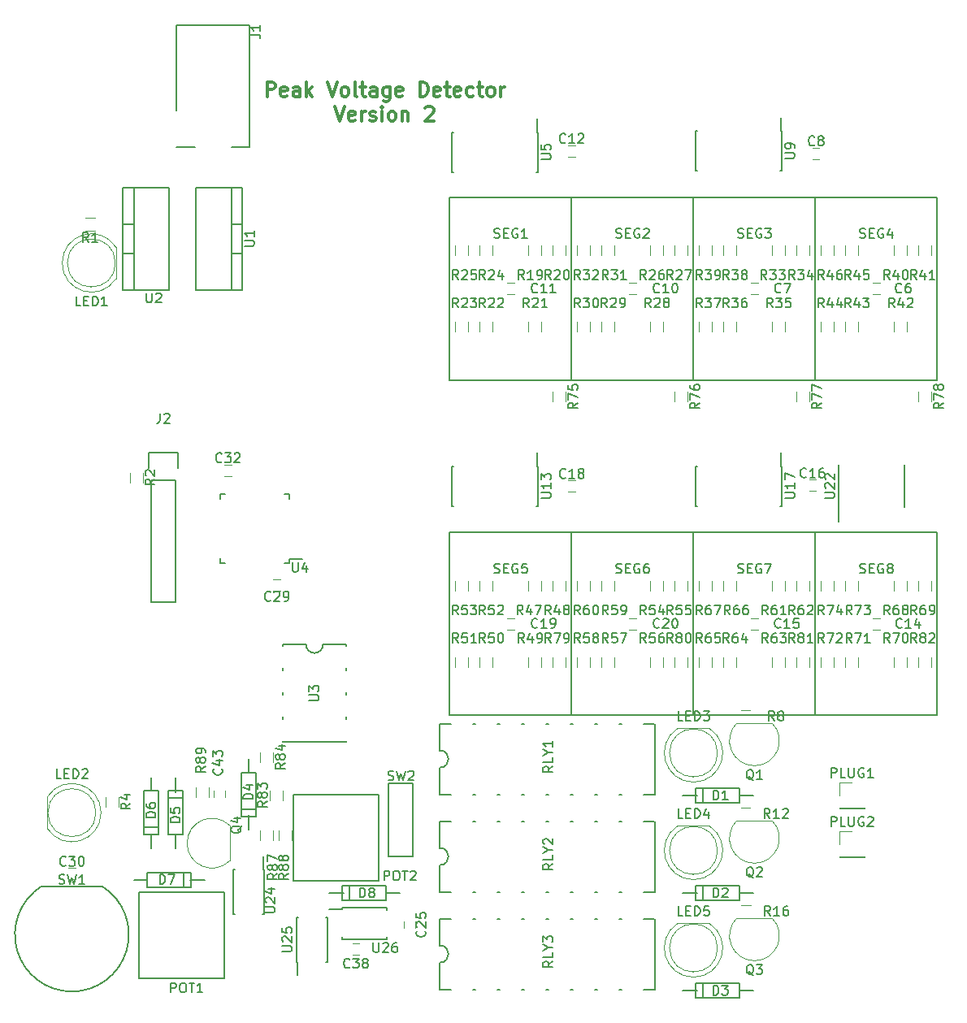
<source format=gbr>
G04 #@! TF.GenerationSoftware,KiCad,Pcbnew,(5.0.2)-1*
G04 #@! TF.CreationDate,2019-06-05T14:49:37+08:00*
G04 #@! TF.ProjectId,Peak Voltage Detector Version2,5065616b-2056-46f6-9c74-616765204465,rev?*
G04 #@! TF.SameCoordinates,Original*
G04 #@! TF.FileFunction,Legend,Top*
G04 #@! TF.FilePolarity,Positive*
%FSLAX46Y46*%
G04 Gerber Fmt 4.6, Leading zero omitted, Abs format (unit mm)*
G04 Created by KiCad (PCBNEW (5.0.2)-1) date 06/05/19 14:49:37*
%MOMM*%
%LPD*%
G01*
G04 APERTURE LIST*
%ADD10C,0.300000*%
%ADD11C,0.150000*%
%ADD12C,0.120000*%
G04 APERTURE END LIST*
D10*
X179714285Y-54903571D02*
X179714285Y-53403571D01*
X180285714Y-53403571D01*
X180428571Y-53475000D01*
X180500000Y-53546428D01*
X180571428Y-53689285D01*
X180571428Y-53903571D01*
X180500000Y-54046428D01*
X180428571Y-54117857D01*
X180285714Y-54189285D01*
X179714285Y-54189285D01*
X181785714Y-54832142D02*
X181642857Y-54903571D01*
X181357142Y-54903571D01*
X181214285Y-54832142D01*
X181142857Y-54689285D01*
X181142857Y-54117857D01*
X181214285Y-53975000D01*
X181357142Y-53903571D01*
X181642857Y-53903571D01*
X181785714Y-53975000D01*
X181857142Y-54117857D01*
X181857142Y-54260714D01*
X181142857Y-54403571D01*
X183142857Y-54903571D02*
X183142857Y-54117857D01*
X183071428Y-53975000D01*
X182928571Y-53903571D01*
X182642857Y-53903571D01*
X182500000Y-53975000D01*
X183142857Y-54832142D02*
X183000000Y-54903571D01*
X182642857Y-54903571D01*
X182500000Y-54832142D01*
X182428571Y-54689285D01*
X182428571Y-54546428D01*
X182500000Y-54403571D01*
X182642857Y-54332142D01*
X183000000Y-54332142D01*
X183142857Y-54260714D01*
X183857142Y-54903571D02*
X183857142Y-53403571D01*
X184000000Y-54332142D02*
X184428571Y-54903571D01*
X184428571Y-53903571D02*
X183857142Y-54475000D01*
X186000000Y-53403571D02*
X186500000Y-54903571D01*
X187000000Y-53403571D01*
X187714285Y-54903571D02*
X187571428Y-54832142D01*
X187500000Y-54760714D01*
X187428571Y-54617857D01*
X187428571Y-54189285D01*
X187500000Y-54046428D01*
X187571428Y-53975000D01*
X187714285Y-53903571D01*
X187928571Y-53903571D01*
X188071428Y-53975000D01*
X188142857Y-54046428D01*
X188214285Y-54189285D01*
X188214285Y-54617857D01*
X188142857Y-54760714D01*
X188071428Y-54832142D01*
X187928571Y-54903571D01*
X187714285Y-54903571D01*
X189071428Y-54903571D02*
X188928571Y-54832142D01*
X188857142Y-54689285D01*
X188857142Y-53403571D01*
X189428571Y-53903571D02*
X190000000Y-53903571D01*
X189642857Y-53403571D02*
X189642857Y-54689285D01*
X189714285Y-54832142D01*
X189857142Y-54903571D01*
X190000000Y-54903571D01*
X191142857Y-54903571D02*
X191142857Y-54117857D01*
X191071428Y-53975000D01*
X190928571Y-53903571D01*
X190642857Y-53903571D01*
X190500000Y-53975000D01*
X191142857Y-54832142D02*
X191000000Y-54903571D01*
X190642857Y-54903571D01*
X190500000Y-54832142D01*
X190428571Y-54689285D01*
X190428571Y-54546428D01*
X190500000Y-54403571D01*
X190642857Y-54332142D01*
X191000000Y-54332142D01*
X191142857Y-54260714D01*
X192500000Y-53903571D02*
X192500000Y-55117857D01*
X192428571Y-55260714D01*
X192357142Y-55332142D01*
X192214285Y-55403571D01*
X192000000Y-55403571D01*
X191857142Y-55332142D01*
X192500000Y-54832142D02*
X192357142Y-54903571D01*
X192071428Y-54903571D01*
X191928571Y-54832142D01*
X191857142Y-54760714D01*
X191785714Y-54617857D01*
X191785714Y-54189285D01*
X191857142Y-54046428D01*
X191928571Y-53975000D01*
X192071428Y-53903571D01*
X192357142Y-53903571D01*
X192500000Y-53975000D01*
X193785714Y-54832142D02*
X193642857Y-54903571D01*
X193357142Y-54903571D01*
X193214285Y-54832142D01*
X193142857Y-54689285D01*
X193142857Y-54117857D01*
X193214285Y-53975000D01*
X193357142Y-53903571D01*
X193642857Y-53903571D01*
X193785714Y-53975000D01*
X193857142Y-54117857D01*
X193857142Y-54260714D01*
X193142857Y-54403571D01*
X195642857Y-54903571D02*
X195642857Y-53403571D01*
X196000000Y-53403571D01*
X196214285Y-53475000D01*
X196357142Y-53617857D01*
X196428571Y-53760714D01*
X196500000Y-54046428D01*
X196500000Y-54260714D01*
X196428571Y-54546428D01*
X196357142Y-54689285D01*
X196214285Y-54832142D01*
X196000000Y-54903571D01*
X195642857Y-54903571D01*
X197714285Y-54832142D02*
X197571428Y-54903571D01*
X197285714Y-54903571D01*
X197142857Y-54832142D01*
X197071428Y-54689285D01*
X197071428Y-54117857D01*
X197142857Y-53975000D01*
X197285714Y-53903571D01*
X197571428Y-53903571D01*
X197714285Y-53975000D01*
X197785714Y-54117857D01*
X197785714Y-54260714D01*
X197071428Y-54403571D01*
X198214285Y-53903571D02*
X198785714Y-53903571D01*
X198428571Y-53403571D02*
X198428571Y-54689285D01*
X198500000Y-54832142D01*
X198642857Y-54903571D01*
X198785714Y-54903571D01*
X199857142Y-54832142D02*
X199714285Y-54903571D01*
X199428571Y-54903571D01*
X199285714Y-54832142D01*
X199214285Y-54689285D01*
X199214285Y-54117857D01*
X199285714Y-53975000D01*
X199428571Y-53903571D01*
X199714285Y-53903571D01*
X199857142Y-53975000D01*
X199928571Y-54117857D01*
X199928571Y-54260714D01*
X199214285Y-54403571D01*
X201214285Y-54832142D02*
X201071428Y-54903571D01*
X200785714Y-54903571D01*
X200642857Y-54832142D01*
X200571428Y-54760714D01*
X200500000Y-54617857D01*
X200500000Y-54189285D01*
X200571428Y-54046428D01*
X200642857Y-53975000D01*
X200785714Y-53903571D01*
X201071428Y-53903571D01*
X201214285Y-53975000D01*
X201642857Y-53903571D02*
X202214285Y-53903571D01*
X201857142Y-53403571D02*
X201857142Y-54689285D01*
X201928571Y-54832142D01*
X202071428Y-54903571D01*
X202214285Y-54903571D01*
X202928571Y-54903571D02*
X202785714Y-54832142D01*
X202714285Y-54760714D01*
X202642857Y-54617857D01*
X202642857Y-54189285D01*
X202714285Y-54046428D01*
X202785714Y-53975000D01*
X202928571Y-53903571D01*
X203142857Y-53903571D01*
X203285714Y-53975000D01*
X203357142Y-54046428D01*
X203428571Y-54189285D01*
X203428571Y-54617857D01*
X203357142Y-54760714D01*
X203285714Y-54832142D01*
X203142857Y-54903571D01*
X202928571Y-54903571D01*
X204071428Y-54903571D02*
X204071428Y-53903571D01*
X204071428Y-54189285D02*
X204142857Y-54046428D01*
X204214285Y-53975000D01*
X204357142Y-53903571D01*
X204500000Y-53903571D01*
X186785714Y-55953571D02*
X187285714Y-57453571D01*
X187785714Y-55953571D01*
X188857142Y-57382142D02*
X188714285Y-57453571D01*
X188428571Y-57453571D01*
X188285714Y-57382142D01*
X188214285Y-57239285D01*
X188214285Y-56667857D01*
X188285714Y-56525000D01*
X188428571Y-56453571D01*
X188714285Y-56453571D01*
X188857142Y-56525000D01*
X188928571Y-56667857D01*
X188928571Y-56810714D01*
X188214285Y-56953571D01*
X189571428Y-57453571D02*
X189571428Y-56453571D01*
X189571428Y-56739285D02*
X189642857Y-56596428D01*
X189714285Y-56525000D01*
X189857142Y-56453571D01*
X190000000Y-56453571D01*
X190428571Y-57382142D02*
X190571428Y-57453571D01*
X190857142Y-57453571D01*
X191000000Y-57382142D01*
X191071428Y-57239285D01*
X191071428Y-57167857D01*
X191000000Y-57025000D01*
X190857142Y-56953571D01*
X190642857Y-56953571D01*
X190500000Y-56882142D01*
X190428571Y-56739285D01*
X190428571Y-56667857D01*
X190500000Y-56525000D01*
X190642857Y-56453571D01*
X190857142Y-56453571D01*
X191000000Y-56525000D01*
X191714285Y-57453571D02*
X191714285Y-56453571D01*
X191714285Y-55953571D02*
X191642857Y-56025000D01*
X191714285Y-56096428D01*
X191785714Y-56025000D01*
X191714285Y-55953571D01*
X191714285Y-56096428D01*
X192642857Y-57453571D02*
X192500000Y-57382142D01*
X192428571Y-57310714D01*
X192357142Y-57167857D01*
X192357142Y-56739285D01*
X192428571Y-56596428D01*
X192500000Y-56525000D01*
X192642857Y-56453571D01*
X192857142Y-56453571D01*
X193000000Y-56525000D01*
X193071428Y-56596428D01*
X193142857Y-56739285D01*
X193142857Y-57167857D01*
X193071428Y-57310714D01*
X193000000Y-57382142D01*
X192857142Y-57453571D01*
X192642857Y-57453571D01*
X193785714Y-56453571D02*
X193785714Y-57453571D01*
X193785714Y-56596428D02*
X193857142Y-56525000D01*
X194000000Y-56453571D01*
X194214285Y-56453571D01*
X194357142Y-56525000D01*
X194428571Y-56667857D01*
X194428571Y-57453571D01*
X196214285Y-56096428D02*
X196285714Y-56025000D01*
X196428571Y-55953571D01*
X196785714Y-55953571D01*
X196928571Y-56025000D01*
X197000000Y-56096428D01*
X197071428Y-56239285D01*
X197071428Y-56382142D01*
X197000000Y-56596428D01*
X196142857Y-57453571D01*
X197071428Y-57453571D01*
D11*
G04 #@! TO.C,U26*
X187540000Y-139572000D02*
X186190000Y-139572000D01*
X187540000Y-142722000D02*
X192190000Y-142722000D01*
X187540000Y-139472000D02*
X192190000Y-139472000D01*
X187540000Y-142722000D02*
X187540000Y-142522000D01*
X192190000Y-142722000D02*
X192190000Y-142522000D01*
X192190000Y-139472000D02*
X192190000Y-139672000D01*
X187540000Y-139472000D02*
X187540000Y-139572000D01*
G04 #@! TO.C,U5*
X207879000Y-58631000D02*
X207879000Y-57256000D01*
X199004000Y-58631000D02*
X199004000Y-62781000D01*
X207904000Y-58631000D02*
X207904000Y-62781000D01*
X199004000Y-58631000D02*
X199119000Y-58631000D01*
X199004000Y-62781000D02*
X199119000Y-62781000D01*
X207904000Y-62781000D02*
X207789000Y-62781000D01*
X207904000Y-58631000D02*
X207879000Y-58631000D01*
G04 #@! TO.C,U2*
X164719000Y-71247000D02*
X165862000Y-71247000D01*
X164719000Y-68199000D02*
X165862000Y-68199000D01*
X165862000Y-64389000D02*
X169545000Y-64389000D01*
X169545000Y-64389000D02*
X169545000Y-75057000D01*
X169545000Y-75057000D02*
X165862000Y-75057000D01*
X164719000Y-64389000D02*
X165862000Y-64389000D01*
X165862000Y-64389000D02*
X165862000Y-75057000D01*
X165862000Y-75057000D02*
X164719000Y-75057000D01*
X164719000Y-69723000D02*
X164719000Y-75057000D01*
X164719000Y-69723000D02*
X164719000Y-64389000D01*
D12*
G04 #@! TO.C,C6*
X243555000Y-75530000D02*
X242855000Y-75530000D01*
X242855000Y-74330000D02*
X243555000Y-74330000D01*
G04 #@! TO.C,C7*
X230855000Y-75530000D02*
X230155000Y-75530000D01*
X230155000Y-74330000D02*
X230855000Y-74330000D01*
G04 #@! TO.C,C8*
X236571000Y-60233000D02*
X237271000Y-60233000D01*
X237271000Y-61433000D02*
X236571000Y-61433000D01*
G04 #@! TO.C,C10*
X218155000Y-75530000D02*
X217455000Y-75530000D01*
X217455000Y-74330000D02*
X218155000Y-74330000D01*
G04 #@! TO.C,C11*
X205455000Y-75530000D02*
X204755000Y-75530000D01*
X204755000Y-74330000D02*
X205455000Y-74330000D01*
G04 #@! TO.C,C12*
X211105000Y-59979000D02*
X211805000Y-59979000D01*
X211805000Y-61179000D02*
X211105000Y-61179000D01*
G04 #@! TO.C,C14*
X242855000Y-109255000D02*
X243555000Y-109255000D01*
X243555000Y-110455000D02*
X242855000Y-110455000D01*
G04 #@! TO.C,C15*
X230855000Y-110455000D02*
X230155000Y-110455000D01*
X230155000Y-109255000D02*
X230855000Y-109255000D01*
G04 #@! TO.C,C16*
X236887500Y-96040500D02*
X236187500Y-96040500D01*
X236187500Y-94840500D02*
X236887500Y-94840500D01*
G04 #@! TO.C,C18*
X211805000Y-96104000D02*
X211105000Y-96104000D01*
X211105000Y-94904000D02*
X211805000Y-94904000D01*
G04 #@! TO.C,C19*
X204755000Y-109255000D02*
X205455000Y-109255000D01*
X205455000Y-110455000D02*
X204755000Y-110455000D01*
G04 #@! TO.C,C20*
X218155000Y-110455000D02*
X217455000Y-110455000D01*
X217455000Y-109255000D02*
X218155000Y-109255000D01*
G04 #@! TO.C,C25*
X195164000Y-140874000D02*
X195164000Y-141574000D01*
X193964000Y-141574000D02*
X193964000Y-140874000D01*
G04 #@! TO.C,C29*
X181071000Y-106391000D02*
X180371000Y-106391000D01*
X180371000Y-105191000D02*
X181071000Y-105191000D01*
G04 #@! TO.C,C30*
X159735000Y-136490000D02*
X159035000Y-136490000D01*
X159035000Y-135290000D02*
X159735000Y-135290000D01*
G04 #@! TO.C,C32*
X175991000Y-94453000D02*
X175291000Y-94453000D01*
X175291000Y-93253000D02*
X175991000Y-93253000D01*
G04 #@! TO.C,C38*
X188626000Y-143164000D02*
X189326000Y-143164000D01*
X189326000Y-144364000D02*
X188626000Y-144364000D01*
G04 #@! TO.C,C43*
X175352000Y-127224000D02*
X175352000Y-127924000D01*
X174152000Y-127924000D02*
X174152000Y-127224000D01*
D11*
G04 #@! TO.C,D1*
X224409520Y-126997460D02*
X224409520Y-127759460D01*
X228981520Y-126997460D02*
X224409520Y-126997460D01*
X228981520Y-128521460D02*
X228981520Y-126997460D01*
X224409520Y-128521460D02*
X228981520Y-128521460D01*
X224409520Y-127759460D02*
X224409520Y-128521460D01*
X225171520Y-126997460D02*
X225171520Y-128521460D01*
X224536520Y-127759460D02*
X223012520Y-127759460D01*
X228981520Y-127759460D02*
X230378520Y-127759460D01*
G04 #@! TO.C,D2*
X228981520Y-137919460D02*
X230378520Y-137919460D01*
X224536520Y-137919460D02*
X223012520Y-137919460D01*
X225171520Y-137157460D02*
X225171520Y-138681460D01*
X224409520Y-137919460D02*
X224409520Y-138681460D01*
X224409520Y-138681460D02*
X228981520Y-138681460D01*
X228981520Y-138681460D02*
X228981520Y-137157460D01*
X228981520Y-137157460D02*
X224409520Y-137157460D01*
X224409520Y-137157460D02*
X224409520Y-137919460D01*
G04 #@! TO.C,D3*
X224409000Y-147320000D02*
X224409000Y-148082000D01*
X228981000Y-147320000D02*
X224409000Y-147320000D01*
X228981000Y-148844000D02*
X228981000Y-147320000D01*
X224409000Y-148844000D02*
X228981000Y-148844000D01*
X224409000Y-148082000D02*
X224409000Y-148844000D01*
X225171000Y-147320000D02*
X225171000Y-148844000D01*
X224536000Y-148082000D02*
X223012000Y-148082000D01*
X228981000Y-148082000D02*
X230378000Y-148082000D01*
G04 #@! TO.C,D4*
X177032920Y-129919960D02*
X177794920Y-129919960D01*
X177032920Y-125347960D02*
X177032920Y-129919960D01*
X178556920Y-125347960D02*
X177032920Y-125347960D01*
X178556920Y-129919960D02*
X178556920Y-125347960D01*
X177794920Y-129919960D02*
X178556920Y-129919960D01*
X177032920Y-129157960D02*
X178556920Y-129157960D01*
X177794920Y-129792960D02*
X177794920Y-131316960D01*
X177794920Y-125347960D02*
X177794920Y-123950960D01*
G04 #@! TO.C,D5*
X170947080Y-127255040D02*
X170185080Y-127255040D01*
X170947080Y-131827040D02*
X170947080Y-127255040D01*
X169423080Y-131827040D02*
X170947080Y-131827040D01*
X169423080Y-127255040D02*
X169423080Y-131827040D01*
X170185080Y-127255040D02*
X169423080Y-127255040D01*
X170947080Y-128017040D02*
X169423080Y-128017040D01*
X170185080Y-127382040D02*
X170185080Y-125858040D01*
X170185080Y-131827040D02*
X170185080Y-133224040D01*
G04 #@! TO.C,D6*
X167640000Y-127254000D02*
X167640000Y-125857000D01*
X167640000Y-131699000D02*
X167640000Y-133223000D01*
X166878000Y-131064000D02*
X168402000Y-131064000D01*
X167640000Y-131826000D02*
X168402000Y-131826000D01*
X168402000Y-131826000D02*
X168402000Y-127254000D01*
X168402000Y-127254000D02*
X166878000Y-127254000D01*
X166878000Y-127254000D02*
X166878000Y-131826000D01*
X166878000Y-131826000D02*
X167640000Y-131826000D01*
G04 #@! TO.C,D7*
X171830480Y-137289540D02*
X171830480Y-136527540D01*
X167258480Y-137289540D02*
X171830480Y-137289540D01*
X167258480Y-135765540D02*
X167258480Y-137289540D01*
X171830480Y-135765540D02*
X167258480Y-135765540D01*
X171830480Y-136527540D02*
X171830480Y-135765540D01*
X171068480Y-137289540D02*
X171068480Y-135765540D01*
X171703480Y-136527540D02*
X173227480Y-136527540D01*
X167258480Y-136527540D02*
X165861480Y-136527540D01*
G04 #@! TO.C,D8*
X192151520Y-137919460D02*
X193548520Y-137919460D01*
X187706520Y-137919460D02*
X186182520Y-137919460D01*
X188341520Y-137157460D02*
X188341520Y-138681460D01*
X187579520Y-137919460D02*
X187579520Y-138681460D01*
X187579520Y-138681460D02*
X192151520Y-138681460D01*
X192151520Y-138681460D02*
X192151520Y-137157460D01*
X192151520Y-137157460D02*
X187579520Y-137157460D01*
X187579520Y-137157460D02*
X187579520Y-137919460D01*
G04 #@! TO.C,J1*
X170307000Y-47498000D02*
X170307000Y-56388000D01*
X177927000Y-47498000D02*
X170307000Y-47498000D01*
X177927000Y-60198000D02*
X177927000Y-47498000D01*
X176657000Y-60198000D02*
X177927000Y-60198000D01*
X170307000Y-60198000D02*
X172212000Y-60198000D01*
X176022000Y-60198000D02*
X176657000Y-60198000D01*
G04 #@! TO.C,J2*
X167360000Y-92049000D02*
X170460000Y-92049000D01*
X167360000Y-93599000D02*
X167360000Y-92049000D01*
X170180000Y-94869000D02*
X167640000Y-94869000D01*
X170460000Y-92049000D02*
X170460000Y-93599000D01*
X167640000Y-107569000D02*
X167640000Y-94869000D01*
X170180000Y-107569000D02*
X167640000Y-107569000D01*
X170180000Y-94869000D02*
X170180000Y-107569000D01*
D12*
G04 #@! TO.C,LED1*
X158377001Y-72261042D02*
G75*
G03X163977000Y-73902512I3039999J-1958D01*
G01*
X158377001Y-72264958D02*
G75*
G02X163977000Y-70623488I3039999J1958D01*
G01*
X163917000Y-72263000D02*
G75*
G03X163917000Y-72263000I-2500000J0D01*
G01*
X163977000Y-73903000D02*
X163977000Y-70623000D01*
G04 #@! TO.C,LED2*
X162424999Y-129541958D02*
G75*
G03X156825000Y-127900488I-3039999J1958D01*
G01*
X162424999Y-129538042D02*
G75*
G02X156825000Y-131179512I-3039999J-1958D01*
G01*
X161885000Y-129540000D02*
G75*
G03X161885000Y-129540000I-2500000J0D01*
G01*
X156825000Y-127900000D02*
X156825000Y-131180000D01*
G04 #@! TO.C,LED3*
X225795000Y-120757000D02*
X222515000Y-120757000D01*
X226655000Y-123317000D02*
G75*
G03X226655000Y-123317000I-2500000J0D01*
G01*
X224156958Y-126356999D02*
G75*
G02X222515488Y-120757000I-1958J3039999D01*
G01*
X224153042Y-126356999D02*
G75*
G03X225794512Y-120757000I1958J3039999D01*
G01*
G04 #@! TO.C,LED4*
X225795000Y-130917000D02*
X222515000Y-130917000D01*
X226655000Y-133477000D02*
G75*
G03X226655000Y-133477000I-2500000J0D01*
G01*
X224156958Y-136516999D02*
G75*
G02X222515488Y-130917000I-1958J3039999D01*
G01*
X224153042Y-136516999D02*
G75*
G03X225794512Y-130917000I1958J3039999D01*
G01*
G04 #@! TO.C,LED5*
X225795000Y-141077000D02*
X222515000Y-141077000D01*
X226655000Y-143637000D02*
G75*
G03X226655000Y-143637000I-2500000J0D01*
G01*
X224156958Y-146676999D02*
G75*
G02X222515488Y-141077000I-1958J3039999D01*
G01*
X224153042Y-146676999D02*
G75*
G03X225794512Y-141077000I1958J3039999D01*
G01*
G04 #@! TO.C,PLUG1*
X239335000Y-129092000D02*
X241995000Y-129092000D01*
X239335000Y-129032000D02*
X239335000Y-129092000D01*
X241995000Y-129032000D02*
X241995000Y-129092000D01*
X239335000Y-129032000D02*
X241995000Y-129032000D01*
X239335000Y-127762000D02*
X239335000Y-126432000D01*
X239335000Y-126432000D02*
X240665000Y-126432000D01*
G04 #@! TO.C,PLUG2*
X239335000Y-131512000D02*
X240665000Y-131512000D01*
X239335000Y-132842000D02*
X239335000Y-131512000D01*
X239335000Y-134112000D02*
X241995000Y-134112000D01*
X241995000Y-134112000D02*
X241995000Y-134172000D01*
X239335000Y-134112000D02*
X239335000Y-134172000D01*
X239335000Y-134172000D02*
X241995000Y-134172000D01*
D11*
G04 #@! TO.C,POT1*
X174625000Y-137795000D02*
X175260000Y-137795000D01*
X175260000Y-137795000D02*
X175260000Y-146812000D01*
X175260000Y-146812000D02*
X166370000Y-146812000D01*
X166370000Y-146812000D02*
X166370000Y-137795000D01*
X166370000Y-137795000D02*
X167132000Y-137795000D01*
X166370000Y-140462000D02*
X166370000Y-146812000D01*
X175260000Y-140462000D02*
X175260000Y-146812000D01*
X167005000Y-137795000D02*
X174625000Y-137795000D01*
X166751000Y-146812000D02*
X174879000Y-146812000D01*
G04 #@! TO.C,POT2*
X182880000Y-136652000D02*
X191008000Y-136652000D01*
X183134000Y-127635000D02*
X190754000Y-127635000D01*
X191389000Y-130302000D02*
X191389000Y-136652000D01*
X182499000Y-130302000D02*
X182499000Y-136652000D01*
X182499000Y-127635000D02*
X183261000Y-127635000D01*
X182499000Y-136652000D02*
X182499000Y-127635000D01*
X191389000Y-136652000D02*
X182499000Y-136652000D01*
X191389000Y-127635000D02*
X191389000Y-136652000D01*
X190754000Y-127635000D02*
X191389000Y-127635000D01*
D12*
G04 #@! TO.C,Q1*
X228666522Y-120208522D02*
G75*
G03X230505000Y-124647000I1838478J-1838478D01*
G01*
X232343478Y-120208522D02*
G75*
G02X230505000Y-124647000I-1838478J-1838478D01*
G01*
X232305000Y-120197000D02*
X228705000Y-120197000D01*
G04 #@! TO.C,Q2*
X232305000Y-130357000D02*
X228705000Y-130357000D01*
X232343478Y-130368522D02*
G75*
G02X230505000Y-134807000I-1838478J-1838478D01*
G01*
X228666522Y-130368522D02*
G75*
G03X230505000Y-134807000I1838478J-1838478D01*
G01*
G04 #@! TO.C,Q3*
X228666522Y-140528522D02*
G75*
G03X230505000Y-144967000I1838478J-1838478D01*
G01*
X232343478Y-140528522D02*
G75*
G02X230505000Y-144967000I-1838478J-1838478D01*
G01*
X232305000Y-140517000D02*
X228705000Y-140517000D01*
G04 #@! TO.C,Q4*
X175840000Y-134515000D02*
X175840000Y-130915000D01*
X175828478Y-134553478D02*
G75*
G02X171390000Y-132715000I-1838478J1838478D01*
G01*
X175828478Y-130876522D02*
G75*
G03X171390000Y-132715000I-1838478J-1838478D01*
G01*
G04 #@! TO.C,R1*
X160790000Y-67519000D02*
X161790000Y-67519000D01*
X161790000Y-68879000D02*
X160790000Y-68879000D01*
G04 #@! TO.C,R2*
X165436000Y-95115000D02*
X165436000Y-94115000D01*
X166796000Y-94115000D02*
X166796000Y-95115000D01*
G04 #@! TO.C,R4*
X162896000Y-128897000D02*
X162896000Y-127897000D01*
X164256000Y-127897000D02*
X164256000Y-128897000D01*
G04 #@! TO.C,R8*
X229075000Y-118827000D02*
X230075000Y-118827000D01*
X230075000Y-120187000D02*
X229075000Y-120187000D01*
G04 #@! TO.C,R12*
X229075000Y-128987000D02*
X230075000Y-128987000D01*
X230075000Y-130347000D02*
X229075000Y-130347000D01*
G04 #@! TO.C,R16*
X229116000Y-139147000D02*
X230116000Y-139147000D01*
X230116000Y-140507000D02*
X229116000Y-140507000D01*
G04 #@! TO.C,R19*
X208325000Y-70450000D02*
X208325000Y-71450000D01*
X206965000Y-71450000D02*
X206965000Y-70450000D01*
G04 #@! TO.C,R20*
X209505000Y-71450000D02*
X209505000Y-70450000D01*
X210865000Y-70450000D02*
X210865000Y-71450000D01*
G04 #@! TO.C,R21*
X206965000Y-79410000D02*
X206965000Y-78410000D01*
X208325000Y-78410000D02*
X208325000Y-79410000D01*
G04 #@! TO.C,R22*
X203245000Y-78410000D02*
X203245000Y-79410000D01*
X201885000Y-79410000D02*
X201885000Y-78410000D01*
G04 #@! TO.C,R23*
X200705000Y-78410000D02*
X200705000Y-79410000D01*
X199345000Y-79410000D02*
X199345000Y-78410000D01*
G04 #@! TO.C,R24*
X201885000Y-71450000D02*
X201885000Y-70450000D01*
X203245000Y-70450000D02*
X203245000Y-71450000D01*
G04 #@! TO.C,R25*
X200705000Y-70450000D02*
X200705000Y-71450000D01*
X199345000Y-71450000D02*
X199345000Y-70450000D01*
G04 #@! TO.C,R26*
X219665000Y-71450000D02*
X219665000Y-70450000D01*
X221025000Y-70450000D02*
X221025000Y-71450000D01*
G04 #@! TO.C,R27*
X223565000Y-70450000D02*
X223565000Y-71450000D01*
X222205000Y-71450000D02*
X222205000Y-70450000D01*
G04 #@! TO.C,R28*
X221025000Y-78410000D02*
X221025000Y-79410000D01*
X219665000Y-79410000D02*
X219665000Y-78410000D01*
G04 #@! TO.C,R29*
X214585000Y-79410000D02*
X214585000Y-78410000D01*
X215945000Y-78410000D02*
X215945000Y-79410000D01*
G04 #@! TO.C,R30*
X213405000Y-78410000D02*
X213405000Y-79410000D01*
X212045000Y-79410000D02*
X212045000Y-78410000D01*
G04 #@! TO.C,R31*
X215945000Y-70450000D02*
X215945000Y-71450000D01*
X214585000Y-71450000D02*
X214585000Y-70450000D01*
G04 #@! TO.C,R32*
X212045000Y-71450000D02*
X212045000Y-70450000D01*
X213405000Y-70450000D02*
X213405000Y-71450000D01*
G04 #@! TO.C,R33*
X232365000Y-71450000D02*
X232365000Y-70450000D01*
X233725000Y-70450000D02*
X233725000Y-71450000D01*
G04 #@! TO.C,R34*
X236265000Y-70450000D02*
X236265000Y-71450000D01*
X234905000Y-71450000D02*
X234905000Y-70450000D01*
G04 #@! TO.C,R35*
X233725000Y-78410000D02*
X233725000Y-79410000D01*
X232365000Y-79410000D02*
X232365000Y-78410000D01*
G04 #@! TO.C,R36*
X227285000Y-79410000D02*
X227285000Y-78410000D01*
X228645000Y-78410000D02*
X228645000Y-79410000D01*
G04 #@! TO.C,R37*
X226105000Y-78410000D02*
X226105000Y-79410000D01*
X224745000Y-79410000D02*
X224745000Y-78410000D01*
G04 #@! TO.C,R38*
X227285000Y-71450000D02*
X227285000Y-70450000D01*
X228645000Y-70450000D02*
X228645000Y-71450000D01*
G04 #@! TO.C,R39*
X226105000Y-70450000D02*
X226105000Y-71450000D01*
X224745000Y-71450000D02*
X224745000Y-70450000D01*
G04 #@! TO.C,R40*
X245065000Y-71450000D02*
X245065000Y-70450000D01*
X246425000Y-70450000D02*
X246425000Y-71450000D01*
G04 #@! TO.C,R41*
X248965000Y-70450000D02*
X248965000Y-71450000D01*
X247605000Y-71450000D02*
X247605000Y-70450000D01*
G04 #@! TO.C,R42*
X246425000Y-78410000D02*
X246425000Y-79410000D01*
X245065000Y-79410000D02*
X245065000Y-78410000D01*
G04 #@! TO.C,R43*
X239985000Y-79410000D02*
X239985000Y-78410000D01*
X241345000Y-78410000D02*
X241345000Y-79410000D01*
G04 #@! TO.C,R44*
X238805000Y-78410000D02*
X238805000Y-79410000D01*
X237445000Y-79410000D02*
X237445000Y-78410000D01*
G04 #@! TO.C,R45*
X241345000Y-70450000D02*
X241345000Y-71450000D01*
X239985000Y-71450000D02*
X239985000Y-70450000D01*
G04 #@! TO.C,R46*
X238805000Y-70450000D02*
X238805000Y-71450000D01*
X237445000Y-71450000D02*
X237445000Y-70450000D01*
G04 #@! TO.C,R47*
X208325000Y-105375000D02*
X208325000Y-106375000D01*
X206965000Y-106375000D02*
X206965000Y-105375000D01*
G04 #@! TO.C,R48*
X210865000Y-105375000D02*
X210865000Y-106375000D01*
X209505000Y-106375000D02*
X209505000Y-105375000D01*
G04 #@! TO.C,R49*
X208325000Y-113335000D02*
X208325000Y-114335000D01*
X206965000Y-114335000D02*
X206965000Y-113335000D01*
G04 #@! TO.C,R50*
X201885000Y-114335000D02*
X201885000Y-113335000D01*
X203245000Y-113335000D02*
X203245000Y-114335000D01*
G04 #@! TO.C,R51*
X199345000Y-114335000D02*
X199345000Y-113335000D01*
X200705000Y-113335000D02*
X200705000Y-114335000D01*
G04 #@! TO.C,R52*
X203245000Y-105375000D02*
X203245000Y-106375000D01*
X201885000Y-106375000D02*
X201885000Y-105375000D01*
G04 #@! TO.C,R53*
X199345000Y-106375000D02*
X199345000Y-105375000D01*
X200705000Y-105375000D02*
X200705000Y-106375000D01*
G04 #@! TO.C,R54*
X219665000Y-106375000D02*
X219665000Y-105375000D01*
X221025000Y-105375000D02*
X221025000Y-106375000D01*
G04 #@! TO.C,R55*
X223565000Y-105375000D02*
X223565000Y-106375000D01*
X222205000Y-106375000D02*
X222205000Y-105375000D01*
G04 #@! TO.C,R56*
X219665000Y-114335000D02*
X219665000Y-113335000D01*
X221025000Y-113335000D02*
X221025000Y-114335000D01*
G04 #@! TO.C,R57*
X214585000Y-114335000D02*
X214585000Y-113335000D01*
X215945000Y-113335000D02*
X215945000Y-114335000D01*
G04 #@! TO.C,R58*
X213405000Y-113335000D02*
X213405000Y-114335000D01*
X212045000Y-114335000D02*
X212045000Y-113335000D01*
G04 #@! TO.C,R59*
X215945000Y-105375000D02*
X215945000Y-106375000D01*
X214585000Y-106375000D02*
X214585000Y-105375000D01*
G04 #@! TO.C,R60*
X213405000Y-105375000D02*
X213405000Y-106375000D01*
X212045000Y-106375000D02*
X212045000Y-105375000D01*
G04 #@! TO.C,R61*
X233725000Y-105375000D02*
X233725000Y-106375000D01*
X232365000Y-106375000D02*
X232365000Y-105375000D01*
G04 #@! TO.C,R62*
X234905000Y-106375000D02*
X234905000Y-105375000D01*
X236265000Y-105375000D02*
X236265000Y-106375000D01*
G04 #@! TO.C,R63*
X232365000Y-114335000D02*
X232365000Y-113335000D01*
X233725000Y-113335000D02*
X233725000Y-114335000D01*
G04 #@! TO.C,R64*
X228645000Y-113335000D02*
X228645000Y-114335000D01*
X227285000Y-114335000D02*
X227285000Y-113335000D01*
G04 #@! TO.C,R65*
X224745000Y-114335000D02*
X224745000Y-113335000D01*
X226105000Y-113335000D02*
X226105000Y-114335000D01*
G04 #@! TO.C,R66*
X227285000Y-106375000D02*
X227285000Y-105375000D01*
X228645000Y-105375000D02*
X228645000Y-106375000D01*
G04 #@! TO.C,R67*
X226105000Y-105375000D02*
X226105000Y-106375000D01*
X224745000Y-106375000D02*
X224745000Y-105375000D01*
G04 #@! TO.C,R68*
X246425000Y-105375000D02*
X246425000Y-106375000D01*
X245065000Y-106375000D02*
X245065000Y-105375000D01*
G04 #@! TO.C,R69*
X247605000Y-106375000D02*
X247605000Y-105375000D01*
X248965000Y-105375000D02*
X248965000Y-106375000D01*
G04 #@! TO.C,R70*
X245065000Y-114335000D02*
X245065000Y-113335000D01*
X246425000Y-113335000D02*
X246425000Y-114335000D01*
G04 #@! TO.C,R71*
X239985000Y-114335000D02*
X239985000Y-113335000D01*
X241345000Y-113335000D02*
X241345000Y-114335000D01*
G04 #@! TO.C,R72*
X238805000Y-113335000D02*
X238805000Y-114335000D01*
X237445000Y-114335000D02*
X237445000Y-113335000D01*
G04 #@! TO.C,R73*
X241345000Y-105375000D02*
X241345000Y-106375000D01*
X239985000Y-106375000D02*
X239985000Y-105375000D01*
G04 #@! TO.C,R74*
X238805000Y-105375000D02*
X238805000Y-106375000D01*
X237445000Y-106375000D02*
X237445000Y-105375000D01*
G04 #@! TO.C,R75*
X210865000Y-85690000D02*
X210865000Y-86690000D01*
X209505000Y-86690000D02*
X209505000Y-85690000D01*
G04 #@! TO.C,R76*
X222205000Y-86690000D02*
X222205000Y-85690000D01*
X223565000Y-85690000D02*
X223565000Y-86690000D01*
G04 #@! TO.C,R77*
X236265000Y-85690000D02*
X236265000Y-86690000D01*
X234905000Y-86690000D02*
X234905000Y-85690000D01*
G04 #@! TO.C,R78*
X247605000Y-86690000D02*
X247605000Y-85690000D01*
X248965000Y-85690000D02*
X248965000Y-86690000D01*
G04 #@! TO.C,R79*
X209505000Y-114335000D02*
X209505000Y-113335000D01*
X210865000Y-113335000D02*
X210865000Y-114335000D01*
G04 #@! TO.C,R80*
X223565000Y-113335000D02*
X223565000Y-114335000D01*
X222205000Y-114335000D02*
X222205000Y-113335000D01*
G04 #@! TO.C,R81*
X236265000Y-113335000D02*
X236265000Y-114335000D01*
X234905000Y-114335000D02*
X234905000Y-113335000D01*
G04 #@! TO.C,R82*
X247605000Y-114335000D02*
X247605000Y-113335000D01*
X248965000Y-113335000D02*
X248965000Y-114335000D01*
G04 #@! TO.C,R83*
X181401000Y-127219000D02*
X181401000Y-128219000D01*
X180041000Y-128219000D02*
X180041000Y-127219000D01*
G04 #@! TO.C,R84*
X180385000Y-123241000D02*
X180385000Y-124241000D01*
X179025000Y-124241000D02*
X179025000Y-123241000D01*
G04 #@! TO.C,R87*
X179025000Y-132410000D02*
X179025000Y-131410000D01*
X180385000Y-131410000D02*
X180385000Y-132410000D01*
G04 #@! TO.C,R88*
X180930000Y-132410000D02*
X180930000Y-131410000D01*
X182290000Y-131410000D02*
X182290000Y-132410000D01*
G04 #@! TO.C,R89*
X172294000Y-127924000D02*
X172294000Y-126924000D01*
X173654000Y-126924000D02*
X173654000Y-127924000D01*
D11*
G04 #@! TO.C,RLY1*
X203962000Y-127635000D02*
X203708000Y-127635000D01*
X206502000Y-127635000D02*
X206248000Y-127635000D01*
X209042000Y-127635000D02*
X208788000Y-127635000D01*
X211582000Y-127635000D02*
X211328000Y-127635000D01*
X214122000Y-127635000D02*
X213868000Y-127635000D01*
X216662000Y-127635000D02*
X216408000Y-127635000D01*
X218948000Y-127635000D02*
X220091000Y-127635000D01*
X218948000Y-120269000D02*
X220091000Y-120269000D01*
X216408000Y-120269000D02*
X216662000Y-120269000D01*
X213868000Y-120269000D02*
X214122000Y-120269000D01*
X211328000Y-120269000D02*
X211582000Y-120269000D01*
X208788000Y-120269000D02*
X209042000Y-120269000D01*
X206248000Y-120269000D02*
X206502000Y-120269000D01*
X203708000Y-120269000D02*
X203962000Y-120269000D01*
X201168000Y-127635000D02*
X201422000Y-127635000D01*
X198882000Y-127635000D02*
X197739000Y-127635000D01*
X198882000Y-120269000D02*
X197739000Y-120269000D01*
X201168000Y-120269000D02*
X201422000Y-120269000D01*
X197739000Y-123063000D02*
X197739000Y-120269000D01*
X197739000Y-127635000D02*
X197739000Y-124841000D01*
X197739000Y-124841000D02*
G75*
G03X197739000Y-123063000I0J889000D01*
G01*
X220100000Y-127627000D02*
X220100000Y-120277000D01*
G04 #@! TO.C,RLY2*
X220100000Y-137787000D02*
X220100000Y-130437000D01*
X197739000Y-135001000D02*
G75*
G03X197739000Y-133223000I0J889000D01*
G01*
X197739000Y-137795000D02*
X197739000Y-135001000D01*
X197739000Y-133223000D02*
X197739000Y-130429000D01*
X201168000Y-130429000D02*
X201422000Y-130429000D01*
X198882000Y-130429000D02*
X197739000Y-130429000D01*
X198882000Y-137795000D02*
X197739000Y-137795000D01*
X201168000Y-137795000D02*
X201422000Y-137795000D01*
X203708000Y-130429000D02*
X203962000Y-130429000D01*
X206248000Y-130429000D02*
X206502000Y-130429000D01*
X208788000Y-130429000D02*
X209042000Y-130429000D01*
X211328000Y-130429000D02*
X211582000Y-130429000D01*
X213868000Y-130429000D02*
X214122000Y-130429000D01*
X216408000Y-130429000D02*
X216662000Y-130429000D01*
X218948000Y-130429000D02*
X220091000Y-130429000D01*
X218948000Y-137795000D02*
X220091000Y-137795000D01*
X216662000Y-137795000D02*
X216408000Y-137795000D01*
X214122000Y-137795000D02*
X213868000Y-137795000D01*
X211582000Y-137795000D02*
X211328000Y-137795000D01*
X209042000Y-137795000D02*
X208788000Y-137795000D01*
X206502000Y-137795000D02*
X206248000Y-137795000D01*
X203962000Y-137795000D02*
X203708000Y-137795000D01*
G04 #@! TO.C,RLY3*
X203962000Y-147955000D02*
X203708000Y-147955000D01*
X206502000Y-147955000D02*
X206248000Y-147955000D01*
X209042000Y-147955000D02*
X208788000Y-147955000D01*
X211582000Y-147955000D02*
X211328000Y-147955000D01*
X214122000Y-147955000D02*
X213868000Y-147955000D01*
X216662000Y-147955000D02*
X216408000Y-147955000D01*
X218948000Y-147955000D02*
X220091000Y-147955000D01*
X218948000Y-140589000D02*
X220091000Y-140589000D01*
X216408000Y-140589000D02*
X216662000Y-140589000D01*
X213868000Y-140589000D02*
X214122000Y-140589000D01*
X211328000Y-140589000D02*
X211582000Y-140589000D01*
X208788000Y-140589000D02*
X209042000Y-140589000D01*
X206248000Y-140589000D02*
X206502000Y-140589000D01*
X203708000Y-140589000D02*
X203962000Y-140589000D01*
X201168000Y-147955000D02*
X201422000Y-147955000D01*
X198882000Y-147955000D02*
X197739000Y-147955000D01*
X198882000Y-140589000D02*
X197739000Y-140589000D01*
X201168000Y-140589000D02*
X201422000Y-140589000D01*
X197739000Y-143383000D02*
X197739000Y-140589000D01*
X197739000Y-147955000D02*
X197739000Y-145161000D01*
X197739000Y-145161000D02*
G75*
G03X197739000Y-143383000I0J889000D01*
G01*
X220100000Y-147947000D02*
X220100000Y-140597000D01*
G04 #@! TO.C,SW1*
X156185000Y-137240000D02*
X162585000Y-137240000D01*
X156205839Y-137226724D02*
G75*
G03X162585000Y-137240000I3179161J-5013276D01*
G01*
G04 #@! TO.C,SW2*
X194945000Y-134112000D02*
X194945000Y-126492000D01*
X192405000Y-134112000D02*
X194945000Y-134112000D01*
X192405000Y-126492000D02*
X192405000Y-134112000D01*
X194945000Y-126492000D02*
X192405000Y-126492000D01*
G04 #@! TO.C,U1*
X177165000Y-69723000D02*
X177165000Y-75057000D01*
X177165000Y-69723000D02*
X177165000Y-64389000D01*
X176022000Y-64389000D02*
X177165000Y-64389000D01*
X176022000Y-75057000D02*
X176022000Y-64389000D01*
X177165000Y-75057000D02*
X176022000Y-75057000D01*
X172339000Y-64389000D02*
X176022000Y-64389000D01*
X172339000Y-75057000D02*
X172339000Y-64389000D01*
X176022000Y-75057000D02*
X172339000Y-75057000D01*
X177165000Y-71247000D02*
X176022000Y-71247000D01*
X177165000Y-68199000D02*
X176022000Y-68199000D01*
G04 #@! TO.C,U3*
X181356000Y-122174000D02*
X187960000Y-122174000D01*
X187960000Y-114427000D02*
X187960000Y-114681000D01*
X187960000Y-116967000D02*
X187960000Y-117221000D01*
X187960000Y-119507000D02*
X187960000Y-119761000D01*
X187960000Y-122174000D02*
X187960000Y-122047000D01*
X187960000Y-112014000D02*
X187960000Y-112141000D01*
X181356000Y-112014000D02*
X181356000Y-112141000D01*
X181356000Y-114427000D02*
X181356000Y-114681000D01*
X181356000Y-116967000D02*
X181356000Y-117221000D01*
X181356000Y-119507000D02*
X181356000Y-119761000D01*
X181356000Y-122174000D02*
X181356000Y-122047000D01*
X184658000Y-112903000D02*
G75*
G03X185547000Y-112014000I0J889000D01*
G01*
X183769000Y-112014000D02*
G75*
G03X184658000Y-112903000I889000J0D01*
G01*
X185547000Y-112014000D02*
X187960000Y-112014000D01*
X183769000Y-112014000D02*
X181356000Y-112014000D01*
G04 #@! TO.C,U4*
X182060000Y-103124000D02*
X183435000Y-103124000D01*
X174810000Y-103574000D02*
X175335000Y-103574000D01*
X174810000Y-96324000D02*
X175335000Y-96324000D01*
X182060000Y-96324000D02*
X181535000Y-96324000D01*
X182060000Y-103574000D02*
X181535000Y-103574000D01*
X182060000Y-96324000D02*
X182060000Y-96849000D01*
X174810000Y-96324000D02*
X174810000Y-96849000D01*
X174810000Y-103574000D02*
X174810000Y-103049000D01*
X182060000Y-103574000D02*
X182060000Y-103124000D01*
G04 #@! TO.C,U24*
X179425000Y-135470000D02*
X179325000Y-135470000D01*
X179425000Y-140120000D02*
X179225000Y-140120000D01*
X176175000Y-140120000D02*
X176375000Y-140120000D01*
X176175000Y-135470000D02*
X176375000Y-135470000D01*
X179425000Y-135470000D02*
X179425000Y-140120000D01*
X176175000Y-135470000D02*
X176175000Y-140120000D01*
X179325000Y-135470000D02*
X179325000Y-134120000D01*
G04 #@! TO.C,U25*
X182779000Y-145073000D02*
X182879000Y-145073000D01*
X182779000Y-140423000D02*
X182979000Y-140423000D01*
X186029000Y-140423000D02*
X185829000Y-140423000D01*
X186029000Y-145073000D02*
X185829000Y-145073000D01*
X182779000Y-145073000D02*
X182779000Y-140423000D01*
X186029000Y-145073000D02*
X186029000Y-140423000D01*
X182879000Y-145073000D02*
X182879000Y-146423000D01*
G04 #@! TO.C,U9*
X233304000Y-58504000D02*
X233279000Y-58504000D01*
X233304000Y-62654000D02*
X233189000Y-62654000D01*
X224404000Y-62654000D02*
X224519000Y-62654000D01*
X224404000Y-58504000D02*
X224519000Y-58504000D01*
X233304000Y-58504000D02*
X233304000Y-62654000D01*
X224404000Y-58504000D02*
X224404000Y-62654000D01*
X233279000Y-58504000D02*
X233279000Y-57129000D01*
G04 #@! TO.C,U13*
X207879000Y-93429000D02*
X207879000Y-92054000D01*
X199004000Y-93429000D02*
X199004000Y-97579000D01*
X207904000Y-93429000D02*
X207904000Y-97579000D01*
X199004000Y-93429000D02*
X199119000Y-93429000D01*
X199004000Y-97579000D02*
X199119000Y-97579000D01*
X207904000Y-97579000D02*
X207789000Y-97579000D01*
X207904000Y-93429000D02*
X207879000Y-93429000D01*
G04 #@! TO.C,U17*
X233279000Y-93429000D02*
X233279000Y-92054000D01*
X224404000Y-93429000D02*
X224404000Y-97579000D01*
X233304000Y-93429000D02*
X233304000Y-97579000D01*
X224404000Y-93429000D02*
X224519000Y-93429000D01*
X224404000Y-97579000D02*
X224519000Y-97579000D01*
X233304000Y-97579000D02*
X233189000Y-97579000D01*
X233304000Y-93429000D02*
X233279000Y-93429000D01*
G04 #@! TO.C,U22*
X239247000Y-99254000D02*
X239247000Y-93279000D01*
X246147000Y-97729000D02*
X246147000Y-93279000D01*
G04 #@! TO.C,SEG1*
X211455000Y-84455000D02*
X211455000Y-65405000D01*
X198755000Y-84455000D02*
X211455000Y-84455000D01*
X198755000Y-65405000D02*
X198755000Y-84455000D01*
X211455000Y-65405000D02*
X198755000Y-65405000D01*
G04 #@! TO.C,SEG2*
X224155000Y-84455000D02*
X224155000Y-65405000D01*
X211455000Y-84455000D02*
X224155000Y-84455000D01*
X211455000Y-65405000D02*
X211455000Y-84455000D01*
X224155000Y-65405000D02*
X211455000Y-65405000D01*
G04 #@! TO.C,SEG3*
X236855000Y-65405000D02*
X224155000Y-65405000D01*
X224155000Y-65405000D02*
X224155000Y-84455000D01*
X224155000Y-84455000D02*
X236855000Y-84455000D01*
X236855000Y-84455000D02*
X236855000Y-65405000D01*
G04 #@! TO.C,SEG5*
X211455000Y-100330000D02*
X198755000Y-100330000D01*
X198755000Y-100330000D02*
X198755000Y-119380000D01*
X198755000Y-119380000D02*
X211455000Y-119380000D01*
X211455000Y-119380000D02*
X211455000Y-100330000D01*
G04 #@! TO.C,SEG6*
X224155000Y-119380000D02*
X224155000Y-100330000D01*
X211455000Y-119380000D02*
X224155000Y-119380000D01*
X211455000Y-100330000D02*
X211455000Y-119380000D01*
X224155000Y-100330000D02*
X211455000Y-100330000D01*
G04 #@! TO.C,SEG7*
X236849001Y-100330000D02*
X224149001Y-100330000D01*
X224149001Y-100330000D02*
X224149001Y-119380000D01*
X224149001Y-119380000D02*
X236849001Y-119380000D01*
X236849001Y-119380000D02*
X236849001Y-100330000D01*
G04 #@! TO.C,SEG4*
X249555000Y-65405000D02*
X236855000Y-65405000D01*
X236855000Y-65405000D02*
X236855000Y-84455000D01*
X236855000Y-84455000D02*
X249555000Y-84455000D01*
X249555000Y-84455000D02*
X249555000Y-65405000D01*
G04 #@! TO.C,SEG8*
X249555000Y-119380000D02*
X249555000Y-100330000D01*
X236855000Y-119380000D02*
X249555000Y-119380000D01*
X236855000Y-100330000D02*
X236855000Y-119380000D01*
X249555000Y-100330000D02*
X236855000Y-100330000D01*
G04 #@! TO.C,U26*
X190785904Y-143089380D02*
X190785904Y-143898904D01*
X190833523Y-143994142D01*
X190881142Y-144041761D01*
X190976380Y-144089380D01*
X191166857Y-144089380D01*
X191262095Y-144041761D01*
X191309714Y-143994142D01*
X191357333Y-143898904D01*
X191357333Y-143089380D01*
X191785904Y-143184619D02*
X191833523Y-143137000D01*
X191928761Y-143089380D01*
X192166857Y-143089380D01*
X192262095Y-143137000D01*
X192309714Y-143184619D01*
X192357333Y-143279857D01*
X192357333Y-143375095D01*
X192309714Y-143517952D01*
X191738285Y-144089380D01*
X192357333Y-144089380D01*
X193214476Y-143089380D02*
X193024000Y-143089380D01*
X192928761Y-143137000D01*
X192881142Y-143184619D01*
X192785904Y-143327476D01*
X192738285Y-143517952D01*
X192738285Y-143898904D01*
X192785904Y-143994142D01*
X192833523Y-144041761D01*
X192928761Y-144089380D01*
X193119238Y-144089380D01*
X193214476Y-144041761D01*
X193262095Y-143994142D01*
X193309714Y-143898904D01*
X193309714Y-143660809D01*
X193262095Y-143565571D01*
X193214476Y-143517952D01*
X193119238Y-143470333D01*
X192928761Y-143470333D01*
X192833523Y-143517952D01*
X192785904Y-143565571D01*
X192738285Y-143660809D01*
G04 #@! TO.C,U5*
X208281380Y-61467904D02*
X209090904Y-61467904D01*
X209186142Y-61420285D01*
X209233761Y-61372666D01*
X209281380Y-61277428D01*
X209281380Y-61086952D01*
X209233761Y-60991714D01*
X209186142Y-60944095D01*
X209090904Y-60896476D01*
X208281380Y-60896476D01*
X208281380Y-59944095D02*
X208281380Y-60420285D01*
X208757571Y-60467904D01*
X208709952Y-60420285D01*
X208662333Y-60325047D01*
X208662333Y-60086952D01*
X208709952Y-59991714D01*
X208757571Y-59944095D01*
X208852809Y-59896476D01*
X209090904Y-59896476D01*
X209186142Y-59944095D01*
X209233761Y-59991714D01*
X209281380Y-60086952D01*
X209281380Y-60325047D01*
X209233761Y-60420285D01*
X209186142Y-60467904D01*
G04 #@! TO.C,U2*
X167132095Y-75398380D02*
X167132095Y-76207904D01*
X167179714Y-76303142D01*
X167227333Y-76350761D01*
X167322571Y-76398380D01*
X167513047Y-76398380D01*
X167608285Y-76350761D01*
X167655904Y-76303142D01*
X167703523Y-76207904D01*
X167703523Y-75398380D01*
X168132095Y-75493619D02*
X168179714Y-75446000D01*
X168274952Y-75398380D01*
X168513047Y-75398380D01*
X168608285Y-75446000D01*
X168655904Y-75493619D01*
X168703523Y-75588857D01*
X168703523Y-75684095D01*
X168655904Y-75826952D01*
X168084476Y-76398380D01*
X168703523Y-76398380D01*
G04 #@! TO.C,C6*
X245832333Y-75287142D02*
X245784714Y-75334761D01*
X245641857Y-75382380D01*
X245546619Y-75382380D01*
X245403761Y-75334761D01*
X245308523Y-75239523D01*
X245260904Y-75144285D01*
X245213285Y-74953809D01*
X245213285Y-74810952D01*
X245260904Y-74620476D01*
X245308523Y-74525238D01*
X245403761Y-74430000D01*
X245546619Y-74382380D01*
X245641857Y-74382380D01*
X245784714Y-74430000D01*
X245832333Y-74477619D01*
X246689476Y-74382380D02*
X246499000Y-74382380D01*
X246403761Y-74430000D01*
X246356142Y-74477619D01*
X246260904Y-74620476D01*
X246213285Y-74810952D01*
X246213285Y-75191904D01*
X246260904Y-75287142D01*
X246308523Y-75334761D01*
X246403761Y-75382380D01*
X246594238Y-75382380D01*
X246689476Y-75334761D01*
X246737095Y-75287142D01*
X246784714Y-75191904D01*
X246784714Y-74953809D01*
X246737095Y-74858571D01*
X246689476Y-74810952D01*
X246594238Y-74763333D01*
X246403761Y-74763333D01*
X246308523Y-74810952D01*
X246260904Y-74858571D01*
X246213285Y-74953809D01*
G04 #@! TO.C,C7*
X233259333Y-75287142D02*
X233211714Y-75334761D01*
X233068857Y-75382380D01*
X232973619Y-75382380D01*
X232830761Y-75334761D01*
X232735523Y-75239523D01*
X232687904Y-75144285D01*
X232640285Y-74953809D01*
X232640285Y-74810952D01*
X232687904Y-74620476D01*
X232735523Y-74525238D01*
X232830761Y-74430000D01*
X232973619Y-74382380D01*
X233068857Y-74382380D01*
X233211714Y-74430000D01*
X233259333Y-74477619D01*
X233592666Y-74382380D02*
X234259333Y-74382380D01*
X233830761Y-75382380D01*
G04 #@! TO.C,C8*
X236754333Y-59940142D02*
X236706714Y-59987761D01*
X236563857Y-60035380D01*
X236468619Y-60035380D01*
X236325761Y-59987761D01*
X236230523Y-59892523D01*
X236182904Y-59797285D01*
X236135285Y-59606809D01*
X236135285Y-59463952D01*
X236182904Y-59273476D01*
X236230523Y-59178238D01*
X236325761Y-59083000D01*
X236468619Y-59035380D01*
X236563857Y-59035380D01*
X236706714Y-59083000D01*
X236754333Y-59130619D01*
X237325761Y-59463952D02*
X237230523Y-59416333D01*
X237182904Y-59368714D01*
X237135285Y-59273476D01*
X237135285Y-59225857D01*
X237182904Y-59130619D01*
X237230523Y-59083000D01*
X237325761Y-59035380D01*
X237516238Y-59035380D01*
X237611476Y-59083000D01*
X237659095Y-59130619D01*
X237706714Y-59225857D01*
X237706714Y-59273476D01*
X237659095Y-59368714D01*
X237611476Y-59416333D01*
X237516238Y-59463952D01*
X237325761Y-59463952D01*
X237230523Y-59511571D01*
X237182904Y-59559190D01*
X237135285Y-59654428D01*
X237135285Y-59844904D01*
X237182904Y-59940142D01*
X237230523Y-59987761D01*
X237325761Y-60035380D01*
X237516238Y-60035380D01*
X237611476Y-59987761D01*
X237659095Y-59940142D01*
X237706714Y-59844904D01*
X237706714Y-59654428D01*
X237659095Y-59559190D01*
X237611476Y-59511571D01*
X237516238Y-59463952D01*
G04 #@! TO.C,C10*
X220591142Y-75287142D02*
X220543523Y-75334761D01*
X220400666Y-75382380D01*
X220305428Y-75382380D01*
X220162571Y-75334761D01*
X220067333Y-75239523D01*
X220019714Y-75144285D01*
X219972095Y-74953809D01*
X219972095Y-74810952D01*
X220019714Y-74620476D01*
X220067333Y-74525238D01*
X220162571Y-74430000D01*
X220305428Y-74382380D01*
X220400666Y-74382380D01*
X220543523Y-74430000D01*
X220591142Y-74477619D01*
X221543523Y-75382380D02*
X220972095Y-75382380D01*
X221257809Y-75382380D02*
X221257809Y-74382380D01*
X221162571Y-74525238D01*
X221067333Y-74620476D01*
X220972095Y-74668095D01*
X222162571Y-74382380D02*
X222257809Y-74382380D01*
X222353047Y-74430000D01*
X222400666Y-74477619D01*
X222448285Y-74572857D01*
X222495904Y-74763333D01*
X222495904Y-75001428D01*
X222448285Y-75191904D01*
X222400666Y-75287142D01*
X222353047Y-75334761D01*
X222257809Y-75382380D01*
X222162571Y-75382380D01*
X222067333Y-75334761D01*
X222019714Y-75287142D01*
X221972095Y-75191904D01*
X221924476Y-75001428D01*
X221924476Y-74763333D01*
X221972095Y-74572857D01*
X222019714Y-74477619D01*
X222067333Y-74430000D01*
X222162571Y-74382380D01*
G04 #@! TO.C,C11*
X207891142Y-75287142D02*
X207843523Y-75334761D01*
X207700666Y-75382380D01*
X207605428Y-75382380D01*
X207462571Y-75334761D01*
X207367333Y-75239523D01*
X207319714Y-75144285D01*
X207272095Y-74953809D01*
X207272095Y-74810952D01*
X207319714Y-74620476D01*
X207367333Y-74525238D01*
X207462571Y-74430000D01*
X207605428Y-74382380D01*
X207700666Y-74382380D01*
X207843523Y-74430000D01*
X207891142Y-74477619D01*
X208843523Y-75382380D02*
X208272095Y-75382380D01*
X208557809Y-75382380D02*
X208557809Y-74382380D01*
X208462571Y-74525238D01*
X208367333Y-74620476D01*
X208272095Y-74668095D01*
X209795904Y-75382380D02*
X209224476Y-75382380D01*
X209510190Y-75382380D02*
X209510190Y-74382380D01*
X209414952Y-74525238D01*
X209319714Y-74620476D01*
X209224476Y-74668095D01*
G04 #@! TO.C,C12*
X210812142Y-59686142D02*
X210764523Y-59733761D01*
X210621666Y-59781380D01*
X210526428Y-59781380D01*
X210383571Y-59733761D01*
X210288333Y-59638523D01*
X210240714Y-59543285D01*
X210193095Y-59352809D01*
X210193095Y-59209952D01*
X210240714Y-59019476D01*
X210288333Y-58924238D01*
X210383571Y-58829000D01*
X210526428Y-58781380D01*
X210621666Y-58781380D01*
X210764523Y-58829000D01*
X210812142Y-58876619D01*
X211764523Y-59781380D02*
X211193095Y-59781380D01*
X211478809Y-59781380D02*
X211478809Y-58781380D01*
X211383571Y-58924238D01*
X211288333Y-59019476D01*
X211193095Y-59067095D01*
X212145476Y-58876619D02*
X212193095Y-58829000D01*
X212288333Y-58781380D01*
X212526428Y-58781380D01*
X212621666Y-58829000D01*
X212669285Y-58876619D01*
X212716904Y-58971857D01*
X212716904Y-59067095D01*
X212669285Y-59209952D01*
X212097857Y-59781380D01*
X212716904Y-59781380D01*
G04 #@! TO.C,C14*
X245864142Y-110212142D02*
X245816523Y-110259761D01*
X245673666Y-110307380D01*
X245578428Y-110307380D01*
X245435571Y-110259761D01*
X245340333Y-110164523D01*
X245292714Y-110069285D01*
X245245095Y-109878809D01*
X245245095Y-109735952D01*
X245292714Y-109545476D01*
X245340333Y-109450238D01*
X245435571Y-109355000D01*
X245578428Y-109307380D01*
X245673666Y-109307380D01*
X245816523Y-109355000D01*
X245864142Y-109402619D01*
X246816523Y-110307380D02*
X246245095Y-110307380D01*
X246530809Y-110307380D02*
X246530809Y-109307380D01*
X246435571Y-109450238D01*
X246340333Y-109545476D01*
X246245095Y-109593095D01*
X247673666Y-109640714D02*
X247673666Y-110307380D01*
X247435571Y-109259761D02*
X247197476Y-109974047D01*
X247816523Y-109974047D01*
G04 #@! TO.C,C15*
X233227642Y-110212142D02*
X233180023Y-110259761D01*
X233037166Y-110307380D01*
X232941928Y-110307380D01*
X232799071Y-110259761D01*
X232703833Y-110164523D01*
X232656214Y-110069285D01*
X232608595Y-109878809D01*
X232608595Y-109735952D01*
X232656214Y-109545476D01*
X232703833Y-109450238D01*
X232799071Y-109355000D01*
X232941928Y-109307380D01*
X233037166Y-109307380D01*
X233180023Y-109355000D01*
X233227642Y-109402619D01*
X234180023Y-110307380D02*
X233608595Y-110307380D01*
X233894309Y-110307380D02*
X233894309Y-109307380D01*
X233799071Y-109450238D01*
X233703833Y-109545476D01*
X233608595Y-109593095D01*
X235084785Y-109307380D02*
X234608595Y-109307380D01*
X234560976Y-109783571D01*
X234608595Y-109735952D01*
X234703833Y-109688333D01*
X234941928Y-109688333D01*
X235037166Y-109735952D01*
X235084785Y-109783571D01*
X235132404Y-109878809D01*
X235132404Y-110116904D01*
X235084785Y-110212142D01*
X235037166Y-110259761D01*
X234941928Y-110307380D01*
X234703833Y-110307380D01*
X234608595Y-110259761D01*
X234560976Y-110212142D01*
G04 #@! TO.C,C16*
X235894642Y-94547642D02*
X235847023Y-94595261D01*
X235704166Y-94642880D01*
X235608928Y-94642880D01*
X235466071Y-94595261D01*
X235370833Y-94500023D01*
X235323214Y-94404785D01*
X235275595Y-94214309D01*
X235275595Y-94071452D01*
X235323214Y-93880976D01*
X235370833Y-93785738D01*
X235466071Y-93690500D01*
X235608928Y-93642880D01*
X235704166Y-93642880D01*
X235847023Y-93690500D01*
X235894642Y-93738119D01*
X236847023Y-94642880D02*
X236275595Y-94642880D01*
X236561309Y-94642880D02*
X236561309Y-93642880D01*
X236466071Y-93785738D01*
X236370833Y-93880976D01*
X236275595Y-93928595D01*
X237704166Y-93642880D02*
X237513690Y-93642880D01*
X237418452Y-93690500D01*
X237370833Y-93738119D01*
X237275595Y-93880976D01*
X237227976Y-94071452D01*
X237227976Y-94452404D01*
X237275595Y-94547642D01*
X237323214Y-94595261D01*
X237418452Y-94642880D01*
X237608928Y-94642880D01*
X237704166Y-94595261D01*
X237751785Y-94547642D01*
X237799404Y-94452404D01*
X237799404Y-94214309D01*
X237751785Y-94119071D01*
X237704166Y-94071452D01*
X237608928Y-94023833D01*
X237418452Y-94023833D01*
X237323214Y-94071452D01*
X237275595Y-94119071D01*
X237227976Y-94214309D01*
G04 #@! TO.C,C18*
X210812142Y-94611142D02*
X210764523Y-94658761D01*
X210621666Y-94706380D01*
X210526428Y-94706380D01*
X210383571Y-94658761D01*
X210288333Y-94563523D01*
X210240714Y-94468285D01*
X210193095Y-94277809D01*
X210193095Y-94134952D01*
X210240714Y-93944476D01*
X210288333Y-93849238D01*
X210383571Y-93754000D01*
X210526428Y-93706380D01*
X210621666Y-93706380D01*
X210764523Y-93754000D01*
X210812142Y-93801619D01*
X211764523Y-94706380D02*
X211193095Y-94706380D01*
X211478809Y-94706380D02*
X211478809Y-93706380D01*
X211383571Y-93849238D01*
X211288333Y-93944476D01*
X211193095Y-93992095D01*
X212335952Y-94134952D02*
X212240714Y-94087333D01*
X212193095Y-94039714D01*
X212145476Y-93944476D01*
X212145476Y-93896857D01*
X212193095Y-93801619D01*
X212240714Y-93754000D01*
X212335952Y-93706380D01*
X212526428Y-93706380D01*
X212621666Y-93754000D01*
X212669285Y-93801619D01*
X212716904Y-93896857D01*
X212716904Y-93944476D01*
X212669285Y-94039714D01*
X212621666Y-94087333D01*
X212526428Y-94134952D01*
X212335952Y-94134952D01*
X212240714Y-94182571D01*
X212193095Y-94230190D01*
X212145476Y-94325428D01*
X212145476Y-94515904D01*
X212193095Y-94611142D01*
X212240714Y-94658761D01*
X212335952Y-94706380D01*
X212526428Y-94706380D01*
X212621666Y-94658761D01*
X212669285Y-94611142D01*
X212716904Y-94515904D01*
X212716904Y-94325428D01*
X212669285Y-94230190D01*
X212621666Y-94182571D01*
X212526428Y-94134952D01*
G04 #@! TO.C,C19*
X207891142Y-110212142D02*
X207843523Y-110259761D01*
X207700666Y-110307380D01*
X207605428Y-110307380D01*
X207462571Y-110259761D01*
X207367333Y-110164523D01*
X207319714Y-110069285D01*
X207272095Y-109878809D01*
X207272095Y-109735952D01*
X207319714Y-109545476D01*
X207367333Y-109450238D01*
X207462571Y-109355000D01*
X207605428Y-109307380D01*
X207700666Y-109307380D01*
X207843523Y-109355000D01*
X207891142Y-109402619D01*
X208843523Y-110307380D02*
X208272095Y-110307380D01*
X208557809Y-110307380D02*
X208557809Y-109307380D01*
X208462571Y-109450238D01*
X208367333Y-109545476D01*
X208272095Y-109593095D01*
X209319714Y-110307380D02*
X209510190Y-110307380D01*
X209605428Y-110259761D01*
X209653047Y-110212142D01*
X209748285Y-110069285D01*
X209795904Y-109878809D01*
X209795904Y-109497857D01*
X209748285Y-109402619D01*
X209700666Y-109355000D01*
X209605428Y-109307380D01*
X209414952Y-109307380D01*
X209319714Y-109355000D01*
X209272095Y-109402619D01*
X209224476Y-109497857D01*
X209224476Y-109735952D01*
X209272095Y-109831190D01*
X209319714Y-109878809D01*
X209414952Y-109926428D01*
X209605428Y-109926428D01*
X209700666Y-109878809D01*
X209748285Y-109831190D01*
X209795904Y-109735952D01*
G04 #@! TO.C,C20*
X220591142Y-110212142D02*
X220543523Y-110259761D01*
X220400666Y-110307380D01*
X220305428Y-110307380D01*
X220162571Y-110259761D01*
X220067333Y-110164523D01*
X220019714Y-110069285D01*
X219972095Y-109878809D01*
X219972095Y-109735952D01*
X220019714Y-109545476D01*
X220067333Y-109450238D01*
X220162571Y-109355000D01*
X220305428Y-109307380D01*
X220400666Y-109307380D01*
X220543523Y-109355000D01*
X220591142Y-109402619D01*
X220972095Y-109402619D02*
X221019714Y-109355000D01*
X221114952Y-109307380D01*
X221353047Y-109307380D01*
X221448285Y-109355000D01*
X221495904Y-109402619D01*
X221543523Y-109497857D01*
X221543523Y-109593095D01*
X221495904Y-109735952D01*
X220924476Y-110307380D01*
X221543523Y-110307380D01*
X222162571Y-109307380D02*
X222257809Y-109307380D01*
X222353047Y-109355000D01*
X222400666Y-109402619D01*
X222448285Y-109497857D01*
X222495904Y-109688333D01*
X222495904Y-109926428D01*
X222448285Y-110116904D01*
X222400666Y-110212142D01*
X222353047Y-110259761D01*
X222257809Y-110307380D01*
X222162571Y-110307380D01*
X222067333Y-110259761D01*
X222019714Y-110212142D01*
X221972095Y-110116904D01*
X221924476Y-109926428D01*
X221924476Y-109688333D01*
X221972095Y-109497857D01*
X222019714Y-109402619D01*
X222067333Y-109355000D01*
X222162571Y-109307380D01*
G04 #@! TO.C,C25*
X196171142Y-141866857D02*
X196218761Y-141914476D01*
X196266380Y-142057333D01*
X196266380Y-142152571D01*
X196218761Y-142295428D01*
X196123523Y-142390666D01*
X196028285Y-142438285D01*
X195837809Y-142485904D01*
X195694952Y-142485904D01*
X195504476Y-142438285D01*
X195409238Y-142390666D01*
X195314000Y-142295428D01*
X195266380Y-142152571D01*
X195266380Y-142057333D01*
X195314000Y-141914476D01*
X195361619Y-141866857D01*
X195361619Y-141485904D02*
X195314000Y-141438285D01*
X195266380Y-141343047D01*
X195266380Y-141104952D01*
X195314000Y-141009714D01*
X195361619Y-140962095D01*
X195456857Y-140914476D01*
X195552095Y-140914476D01*
X195694952Y-140962095D01*
X196266380Y-141533523D01*
X196266380Y-140914476D01*
X195266380Y-140009714D02*
X195266380Y-140485904D01*
X195742571Y-140533523D01*
X195694952Y-140485904D01*
X195647333Y-140390666D01*
X195647333Y-140152571D01*
X195694952Y-140057333D01*
X195742571Y-140009714D01*
X195837809Y-139962095D01*
X196075904Y-139962095D01*
X196171142Y-140009714D01*
X196218761Y-140057333D01*
X196266380Y-140152571D01*
X196266380Y-140390666D01*
X196218761Y-140485904D01*
X196171142Y-140533523D01*
G04 #@! TO.C,C29*
X180078142Y-107398142D02*
X180030523Y-107445761D01*
X179887666Y-107493380D01*
X179792428Y-107493380D01*
X179649571Y-107445761D01*
X179554333Y-107350523D01*
X179506714Y-107255285D01*
X179459095Y-107064809D01*
X179459095Y-106921952D01*
X179506714Y-106731476D01*
X179554333Y-106636238D01*
X179649571Y-106541000D01*
X179792428Y-106493380D01*
X179887666Y-106493380D01*
X180030523Y-106541000D01*
X180078142Y-106588619D01*
X180459095Y-106588619D02*
X180506714Y-106541000D01*
X180601952Y-106493380D01*
X180840047Y-106493380D01*
X180935285Y-106541000D01*
X180982904Y-106588619D01*
X181030523Y-106683857D01*
X181030523Y-106779095D01*
X180982904Y-106921952D01*
X180411476Y-107493380D01*
X181030523Y-107493380D01*
X181506714Y-107493380D02*
X181697190Y-107493380D01*
X181792428Y-107445761D01*
X181840047Y-107398142D01*
X181935285Y-107255285D01*
X181982904Y-107064809D01*
X181982904Y-106683857D01*
X181935285Y-106588619D01*
X181887666Y-106541000D01*
X181792428Y-106493380D01*
X181601952Y-106493380D01*
X181506714Y-106541000D01*
X181459095Y-106588619D01*
X181411476Y-106683857D01*
X181411476Y-106921952D01*
X181459095Y-107017190D01*
X181506714Y-107064809D01*
X181601952Y-107112428D01*
X181792428Y-107112428D01*
X181887666Y-107064809D01*
X181935285Y-107017190D01*
X181982904Y-106921952D01*
G04 #@! TO.C,C30*
X158742142Y-134997142D02*
X158694523Y-135044761D01*
X158551666Y-135092380D01*
X158456428Y-135092380D01*
X158313571Y-135044761D01*
X158218333Y-134949523D01*
X158170714Y-134854285D01*
X158123095Y-134663809D01*
X158123095Y-134520952D01*
X158170714Y-134330476D01*
X158218333Y-134235238D01*
X158313571Y-134140000D01*
X158456428Y-134092380D01*
X158551666Y-134092380D01*
X158694523Y-134140000D01*
X158742142Y-134187619D01*
X159075476Y-134092380D02*
X159694523Y-134092380D01*
X159361190Y-134473333D01*
X159504047Y-134473333D01*
X159599285Y-134520952D01*
X159646904Y-134568571D01*
X159694523Y-134663809D01*
X159694523Y-134901904D01*
X159646904Y-134997142D01*
X159599285Y-135044761D01*
X159504047Y-135092380D01*
X159218333Y-135092380D01*
X159123095Y-135044761D01*
X159075476Y-134997142D01*
X160313571Y-134092380D02*
X160408809Y-134092380D01*
X160504047Y-134140000D01*
X160551666Y-134187619D01*
X160599285Y-134282857D01*
X160646904Y-134473333D01*
X160646904Y-134711428D01*
X160599285Y-134901904D01*
X160551666Y-134997142D01*
X160504047Y-135044761D01*
X160408809Y-135092380D01*
X160313571Y-135092380D01*
X160218333Y-135044761D01*
X160170714Y-134997142D01*
X160123095Y-134901904D01*
X160075476Y-134711428D01*
X160075476Y-134473333D01*
X160123095Y-134282857D01*
X160170714Y-134187619D01*
X160218333Y-134140000D01*
X160313571Y-134092380D01*
G04 #@! TO.C,C32*
X174998142Y-92960142D02*
X174950523Y-93007761D01*
X174807666Y-93055380D01*
X174712428Y-93055380D01*
X174569571Y-93007761D01*
X174474333Y-92912523D01*
X174426714Y-92817285D01*
X174379095Y-92626809D01*
X174379095Y-92483952D01*
X174426714Y-92293476D01*
X174474333Y-92198238D01*
X174569571Y-92103000D01*
X174712428Y-92055380D01*
X174807666Y-92055380D01*
X174950523Y-92103000D01*
X174998142Y-92150619D01*
X175331476Y-92055380D02*
X175950523Y-92055380D01*
X175617190Y-92436333D01*
X175760047Y-92436333D01*
X175855285Y-92483952D01*
X175902904Y-92531571D01*
X175950523Y-92626809D01*
X175950523Y-92864904D01*
X175902904Y-92960142D01*
X175855285Y-93007761D01*
X175760047Y-93055380D01*
X175474333Y-93055380D01*
X175379095Y-93007761D01*
X175331476Y-92960142D01*
X176331476Y-92150619D02*
X176379095Y-92103000D01*
X176474333Y-92055380D01*
X176712428Y-92055380D01*
X176807666Y-92103000D01*
X176855285Y-92150619D01*
X176902904Y-92245857D01*
X176902904Y-92341095D01*
X176855285Y-92483952D01*
X176283857Y-93055380D01*
X176902904Y-93055380D01*
G04 #@! TO.C,C38*
X188333142Y-145645142D02*
X188285523Y-145692761D01*
X188142666Y-145740380D01*
X188047428Y-145740380D01*
X187904571Y-145692761D01*
X187809333Y-145597523D01*
X187761714Y-145502285D01*
X187714095Y-145311809D01*
X187714095Y-145168952D01*
X187761714Y-144978476D01*
X187809333Y-144883238D01*
X187904571Y-144788000D01*
X188047428Y-144740380D01*
X188142666Y-144740380D01*
X188285523Y-144788000D01*
X188333142Y-144835619D01*
X188666476Y-144740380D02*
X189285523Y-144740380D01*
X188952190Y-145121333D01*
X189095047Y-145121333D01*
X189190285Y-145168952D01*
X189237904Y-145216571D01*
X189285523Y-145311809D01*
X189285523Y-145549904D01*
X189237904Y-145645142D01*
X189190285Y-145692761D01*
X189095047Y-145740380D01*
X188809333Y-145740380D01*
X188714095Y-145692761D01*
X188666476Y-145645142D01*
X189856952Y-145168952D02*
X189761714Y-145121333D01*
X189714095Y-145073714D01*
X189666476Y-144978476D01*
X189666476Y-144930857D01*
X189714095Y-144835619D01*
X189761714Y-144788000D01*
X189856952Y-144740380D01*
X190047428Y-144740380D01*
X190142666Y-144788000D01*
X190190285Y-144835619D01*
X190237904Y-144930857D01*
X190237904Y-144978476D01*
X190190285Y-145073714D01*
X190142666Y-145121333D01*
X190047428Y-145168952D01*
X189856952Y-145168952D01*
X189761714Y-145216571D01*
X189714095Y-145264190D01*
X189666476Y-145359428D01*
X189666476Y-145549904D01*
X189714095Y-145645142D01*
X189761714Y-145692761D01*
X189856952Y-145740380D01*
X190047428Y-145740380D01*
X190142666Y-145692761D01*
X190190285Y-145645142D01*
X190237904Y-145549904D01*
X190237904Y-145359428D01*
X190190285Y-145264190D01*
X190142666Y-145216571D01*
X190047428Y-145168952D01*
G04 #@! TO.C,C43*
X174982142Y-124975857D02*
X175029761Y-125023476D01*
X175077380Y-125166333D01*
X175077380Y-125261571D01*
X175029761Y-125404428D01*
X174934523Y-125499666D01*
X174839285Y-125547285D01*
X174648809Y-125594904D01*
X174505952Y-125594904D01*
X174315476Y-125547285D01*
X174220238Y-125499666D01*
X174125000Y-125404428D01*
X174077380Y-125261571D01*
X174077380Y-125166333D01*
X174125000Y-125023476D01*
X174172619Y-124975857D01*
X174410714Y-124118714D02*
X175077380Y-124118714D01*
X174029761Y-124356809D02*
X174744047Y-124594904D01*
X174744047Y-123975857D01*
X174077380Y-123690142D02*
X174077380Y-123071095D01*
X174458333Y-123404428D01*
X174458333Y-123261571D01*
X174505952Y-123166333D01*
X174553571Y-123118714D01*
X174648809Y-123071095D01*
X174886904Y-123071095D01*
X174982142Y-123118714D01*
X175029761Y-123166333D01*
X175077380Y-123261571D01*
X175077380Y-123547285D01*
X175029761Y-123642523D01*
X174982142Y-123690142D01*
G04 #@! TO.C,D1*
X226210904Y-128214380D02*
X226210904Y-127214380D01*
X226449000Y-127214380D01*
X226591857Y-127262000D01*
X226687095Y-127357238D01*
X226734714Y-127452476D01*
X226782333Y-127642952D01*
X226782333Y-127785809D01*
X226734714Y-127976285D01*
X226687095Y-128071523D01*
X226591857Y-128166761D01*
X226449000Y-128214380D01*
X226210904Y-128214380D01*
X227734714Y-128214380D02*
X227163285Y-128214380D01*
X227449000Y-128214380D02*
X227449000Y-127214380D01*
X227353761Y-127357238D01*
X227258523Y-127452476D01*
X227163285Y-127500095D01*
G04 #@! TO.C,D2*
X226210904Y-138374380D02*
X226210904Y-137374380D01*
X226449000Y-137374380D01*
X226591857Y-137422000D01*
X226687095Y-137517238D01*
X226734714Y-137612476D01*
X226782333Y-137802952D01*
X226782333Y-137945809D01*
X226734714Y-138136285D01*
X226687095Y-138231523D01*
X226591857Y-138326761D01*
X226449000Y-138374380D01*
X226210904Y-138374380D01*
X227163285Y-137469619D02*
X227210904Y-137422000D01*
X227306142Y-137374380D01*
X227544238Y-137374380D01*
X227639476Y-137422000D01*
X227687095Y-137469619D01*
X227734714Y-137564857D01*
X227734714Y-137660095D01*
X227687095Y-137802952D01*
X227115666Y-138374380D01*
X227734714Y-138374380D01*
G04 #@! TO.C,D3*
X226210384Y-148536920D02*
X226210384Y-147536920D01*
X226448480Y-147536920D01*
X226591337Y-147584540D01*
X226686575Y-147679778D01*
X226734194Y-147775016D01*
X226781813Y-147965492D01*
X226781813Y-148108349D01*
X226734194Y-148298825D01*
X226686575Y-148394063D01*
X226591337Y-148489301D01*
X226448480Y-148536920D01*
X226210384Y-148536920D01*
X227115146Y-147536920D02*
X227734194Y-147536920D01*
X227400860Y-147917873D01*
X227543718Y-147917873D01*
X227638956Y-147965492D01*
X227686575Y-148013111D01*
X227734194Y-148108349D01*
X227734194Y-148346444D01*
X227686575Y-148441682D01*
X227638956Y-148489301D01*
X227543718Y-148536920D01*
X227258003Y-148536920D01*
X227162765Y-148489301D01*
X227115146Y-148441682D01*
G04 #@! TO.C,D4*
X178249840Y-128118575D02*
X177249840Y-128118575D01*
X177249840Y-127880480D01*
X177297460Y-127737622D01*
X177392698Y-127642384D01*
X177487936Y-127594765D01*
X177678412Y-127547146D01*
X177821269Y-127547146D01*
X178011745Y-127594765D01*
X178106983Y-127642384D01*
X178202221Y-127737622D01*
X178249840Y-127880480D01*
X178249840Y-128118575D01*
X177583174Y-126690003D02*
X178249840Y-126690003D01*
X177202221Y-126928099D02*
X177916507Y-127166194D01*
X177916507Y-126547146D01*
G04 #@! TO.C,D5*
X170634920Y-130532615D02*
X169634920Y-130532615D01*
X169634920Y-130294520D01*
X169682540Y-130151662D01*
X169777778Y-130056424D01*
X169873016Y-130008805D01*
X170063492Y-129961186D01*
X170206349Y-129961186D01*
X170396825Y-130008805D01*
X170492063Y-130056424D01*
X170587301Y-130151662D01*
X170634920Y-130294520D01*
X170634920Y-130532615D01*
X169634920Y-129056424D02*
X169634920Y-129532615D01*
X170111111Y-129580234D01*
X170063492Y-129532615D01*
X170015873Y-129437377D01*
X170015873Y-129199281D01*
X170063492Y-129104043D01*
X170111111Y-129056424D01*
X170206349Y-129008805D01*
X170444444Y-129008805D01*
X170539682Y-129056424D01*
X170587301Y-129104043D01*
X170634920Y-129199281D01*
X170634920Y-129437377D01*
X170587301Y-129532615D01*
X170539682Y-129580234D01*
G04 #@! TO.C,D6*
X168094920Y-130024615D02*
X167094920Y-130024615D01*
X167094920Y-129786520D01*
X167142540Y-129643662D01*
X167237778Y-129548424D01*
X167333016Y-129500805D01*
X167523492Y-129453186D01*
X167666349Y-129453186D01*
X167856825Y-129500805D01*
X167952063Y-129548424D01*
X168047301Y-129643662D01*
X168094920Y-129786520D01*
X168094920Y-130024615D01*
X167094920Y-128596043D02*
X167094920Y-128786520D01*
X167142540Y-128881758D01*
X167190159Y-128929377D01*
X167333016Y-129024615D01*
X167523492Y-129072234D01*
X167904444Y-129072234D01*
X167999682Y-129024615D01*
X168047301Y-128976996D01*
X168094920Y-128881758D01*
X168094920Y-128691281D01*
X168047301Y-128596043D01*
X167999682Y-128548424D01*
X167904444Y-128500805D01*
X167666349Y-128500805D01*
X167571111Y-128548424D01*
X167523492Y-128596043D01*
X167475873Y-128691281D01*
X167475873Y-128881758D01*
X167523492Y-128976996D01*
X167571111Y-129024615D01*
X167666349Y-129072234D01*
G04 #@! TO.C,D7*
X168552904Y-136977380D02*
X168552904Y-135977380D01*
X168791000Y-135977380D01*
X168933857Y-136025000D01*
X169029095Y-136120238D01*
X169076714Y-136215476D01*
X169124333Y-136405952D01*
X169124333Y-136548809D01*
X169076714Y-136739285D01*
X169029095Y-136834523D01*
X168933857Y-136929761D01*
X168791000Y-136977380D01*
X168552904Y-136977380D01*
X169457666Y-135977380D02*
X170124333Y-135977380D01*
X169695761Y-136977380D01*
G04 #@! TO.C,D8*
X189380904Y-138374380D02*
X189380904Y-137374380D01*
X189619000Y-137374380D01*
X189761857Y-137422000D01*
X189857095Y-137517238D01*
X189904714Y-137612476D01*
X189952333Y-137802952D01*
X189952333Y-137945809D01*
X189904714Y-138136285D01*
X189857095Y-138231523D01*
X189761857Y-138326761D01*
X189619000Y-138374380D01*
X189380904Y-138374380D01*
X190523761Y-137802952D02*
X190428523Y-137755333D01*
X190380904Y-137707714D01*
X190333285Y-137612476D01*
X190333285Y-137564857D01*
X190380904Y-137469619D01*
X190428523Y-137422000D01*
X190523761Y-137374380D01*
X190714238Y-137374380D01*
X190809476Y-137422000D01*
X190857095Y-137469619D01*
X190904714Y-137564857D01*
X190904714Y-137612476D01*
X190857095Y-137707714D01*
X190809476Y-137755333D01*
X190714238Y-137802952D01*
X190523761Y-137802952D01*
X190428523Y-137850571D01*
X190380904Y-137898190D01*
X190333285Y-137993428D01*
X190333285Y-138183904D01*
X190380904Y-138279142D01*
X190428523Y-138326761D01*
X190523761Y-138374380D01*
X190714238Y-138374380D01*
X190809476Y-138326761D01*
X190857095Y-138279142D01*
X190904714Y-138183904D01*
X190904714Y-137993428D01*
X190857095Y-137898190D01*
X190809476Y-137850571D01*
X190714238Y-137802952D01*
G04 #@! TO.C,J1*
X178014380Y-48466333D02*
X178728666Y-48466333D01*
X178871523Y-48513952D01*
X178966761Y-48609190D01*
X179014380Y-48752047D01*
X179014380Y-48847285D01*
X179014380Y-47466333D02*
X179014380Y-48037761D01*
X179014380Y-47752047D02*
X178014380Y-47752047D01*
X178157238Y-47847285D01*
X178252476Y-47942523D01*
X178300095Y-48037761D01*
G04 #@! TO.C,J2*
X168576666Y-87951380D02*
X168576666Y-88665666D01*
X168529047Y-88808523D01*
X168433809Y-88903761D01*
X168290952Y-88951380D01*
X168195714Y-88951380D01*
X169005238Y-88046619D02*
X169052857Y-87999000D01*
X169148095Y-87951380D01*
X169386190Y-87951380D01*
X169481428Y-87999000D01*
X169529047Y-88046619D01*
X169576666Y-88141857D01*
X169576666Y-88237095D01*
X169529047Y-88379952D01*
X168957619Y-88951380D01*
X169576666Y-88951380D01*
G04 #@! TO.C,LED1*
X160297952Y-76725380D02*
X159821761Y-76725380D01*
X159821761Y-75725380D01*
X160631285Y-76201571D02*
X160964619Y-76201571D01*
X161107476Y-76725380D02*
X160631285Y-76725380D01*
X160631285Y-75725380D01*
X161107476Y-75725380D01*
X161536047Y-76725380D02*
X161536047Y-75725380D01*
X161774142Y-75725380D01*
X161917000Y-75773000D01*
X162012238Y-75868238D01*
X162059857Y-75963476D01*
X162107476Y-76153952D01*
X162107476Y-76296809D01*
X162059857Y-76487285D01*
X162012238Y-76582523D01*
X161917000Y-76677761D01*
X161774142Y-76725380D01*
X161536047Y-76725380D01*
X163059857Y-76725380D02*
X162488428Y-76725380D01*
X162774142Y-76725380D02*
X162774142Y-75725380D01*
X162678904Y-75868238D01*
X162583666Y-75963476D01*
X162488428Y-76011095D01*
G04 #@! TO.C,LED2*
X158265952Y-125982380D02*
X157789761Y-125982380D01*
X157789761Y-124982380D01*
X158599285Y-125458571D02*
X158932619Y-125458571D01*
X159075476Y-125982380D02*
X158599285Y-125982380D01*
X158599285Y-124982380D01*
X159075476Y-124982380D01*
X159504047Y-125982380D02*
X159504047Y-124982380D01*
X159742142Y-124982380D01*
X159885000Y-125030000D01*
X159980238Y-125125238D01*
X160027857Y-125220476D01*
X160075476Y-125410952D01*
X160075476Y-125553809D01*
X160027857Y-125744285D01*
X159980238Y-125839523D01*
X159885000Y-125934761D01*
X159742142Y-125982380D01*
X159504047Y-125982380D01*
X160456428Y-125077619D02*
X160504047Y-125030000D01*
X160599285Y-124982380D01*
X160837380Y-124982380D01*
X160932619Y-125030000D01*
X160980238Y-125077619D01*
X161027857Y-125172857D01*
X161027857Y-125268095D01*
X160980238Y-125410952D01*
X160408809Y-125982380D01*
X161027857Y-125982380D01*
G04 #@! TO.C,LED3*
X223035952Y-119959380D02*
X222559761Y-119959380D01*
X222559761Y-118959380D01*
X223369285Y-119435571D02*
X223702619Y-119435571D01*
X223845476Y-119959380D02*
X223369285Y-119959380D01*
X223369285Y-118959380D01*
X223845476Y-118959380D01*
X224274047Y-119959380D02*
X224274047Y-118959380D01*
X224512142Y-118959380D01*
X224655000Y-119007000D01*
X224750238Y-119102238D01*
X224797857Y-119197476D01*
X224845476Y-119387952D01*
X224845476Y-119530809D01*
X224797857Y-119721285D01*
X224750238Y-119816523D01*
X224655000Y-119911761D01*
X224512142Y-119959380D01*
X224274047Y-119959380D01*
X225178809Y-118959380D02*
X225797857Y-118959380D01*
X225464523Y-119340333D01*
X225607380Y-119340333D01*
X225702619Y-119387952D01*
X225750238Y-119435571D01*
X225797857Y-119530809D01*
X225797857Y-119768904D01*
X225750238Y-119864142D01*
X225702619Y-119911761D01*
X225607380Y-119959380D01*
X225321666Y-119959380D01*
X225226428Y-119911761D01*
X225178809Y-119864142D01*
G04 #@! TO.C,LED4*
X223035952Y-130119380D02*
X222559761Y-130119380D01*
X222559761Y-129119380D01*
X223369285Y-129595571D02*
X223702619Y-129595571D01*
X223845476Y-130119380D02*
X223369285Y-130119380D01*
X223369285Y-129119380D01*
X223845476Y-129119380D01*
X224274047Y-130119380D02*
X224274047Y-129119380D01*
X224512142Y-129119380D01*
X224655000Y-129167000D01*
X224750238Y-129262238D01*
X224797857Y-129357476D01*
X224845476Y-129547952D01*
X224845476Y-129690809D01*
X224797857Y-129881285D01*
X224750238Y-129976523D01*
X224655000Y-130071761D01*
X224512142Y-130119380D01*
X224274047Y-130119380D01*
X225702619Y-129452714D02*
X225702619Y-130119380D01*
X225464523Y-129071761D02*
X225226428Y-129786047D01*
X225845476Y-129786047D01*
G04 #@! TO.C,LED5*
X223035952Y-140279380D02*
X222559761Y-140279380D01*
X222559761Y-139279380D01*
X223369285Y-139755571D02*
X223702619Y-139755571D01*
X223845476Y-140279380D02*
X223369285Y-140279380D01*
X223369285Y-139279380D01*
X223845476Y-139279380D01*
X224274047Y-140279380D02*
X224274047Y-139279380D01*
X224512142Y-139279380D01*
X224655000Y-139327000D01*
X224750238Y-139422238D01*
X224797857Y-139517476D01*
X224845476Y-139707952D01*
X224845476Y-139850809D01*
X224797857Y-140041285D01*
X224750238Y-140136523D01*
X224655000Y-140231761D01*
X224512142Y-140279380D01*
X224274047Y-140279380D01*
X225750238Y-139279380D02*
X225274047Y-139279380D01*
X225226428Y-139755571D01*
X225274047Y-139707952D01*
X225369285Y-139660333D01*
X225607380Y-139660333D01*
X225702619Y-139707952D01*
X225750238Y-139755571D01*
X225797857Y-139850809D01*
X225797857Y-140088904D01*
X225750238Y-140184142D01*
X225702619Y-140231761D01*
X225607380Y-140279380D01*
X225369285Y-140279380D01*
X225274047Y-140231761D01*
X225226428Y-140184142D01*
G04 #@! TO.C,PLUG1*
X238498333Y-125884380D02*
X238498333Y-124884380D01*
X238879285Y-124884380D01*
X238974523Y-124932000D01*
X239022142Y-124979619D01*
X239069761Y-125074857D01*
X239069761Y-125217714D01*
X239022142Y-125312952D01*
X238974523Y-125360571D01*
X238879285Y-125408190D01*
X238498333Y-125408190D01*
X239974523Y-125884380D02*
X239498333Y-125884380D01*
X239498333Y-124884380D01*
X240307857Y-124884380D02*
X240307857Y-125693904D01*
X240355476Y-125789142D01*
X240403095Y-125836761D01*
X240498333Y-125884380D01*
X240688809Y-125884380D01*
X240784047Y-125836761D01*
X240831666Y-125789142D01*
X240879285Y-125693904D01*
X240879285Y-124884380D01*
X241879285Y-124932000D02*
X241784047Y-124884380D01*
X241641190Y-124884380D01*
X241498333Y-124932000D01*
X241403095Y-125027238D01*
X241355476Y-125122476D01*
X241307857Y-125312952D01*
X241307857Y-125455809D01*
X241355476Y-125646285D01*
X241403095Y-125741523D01*
X241498333Y-125836761D01*
X241641190Y-125884380D01*
X241736428Y-125884380D01*
X241879285Y-125836761D01*
X241926904Y-125789142D01*
X241926904Y-125455809D01*
X241736428Y-125455809D01*
X242879285Y-125884380D02*
X242307857Y-125884380D01*
X242593571Y-125884380D02*
X242593571Y-124884380D01*
X242498333Y-125027238D01*
X242403095Y-125122476D01*
X242307857Y-125170095D01*
G04 #@! TO.C,PLUG2*
X238498333Y-130964380D02*
X238498333Y-129964380D01*
X238879285Y-129964380D01*
X238974523Y-130012000D01*
X239022142Y-130059619D01*
X239069761Y-130154857D01*
X239069761Y-130297714D01*
X239022142Y-130392952D01*
X238974523Y-130440571D01*
X238879285Y-130488190D01*
X238498333Y-130488190D01*
X239974523Y-130964380D02*
X239498333Y-130964380D01*
X239498333Y-129964380D01*
X240307857Y-129964380D02*
X240307857Y-130773904D01*
X240355476Y-130869142D01*
X240403095Y-130916761D01*
X240498333Y-130964380D01*
X240688809Y-130964380D01*
X240784047Y-130916761D01*
X240831666Y-130869142D01*
X240879285Y-130773904D01*
X240879285Y-129964380D01*
X241879285Y-130012000D02*
X241784047Y-129964380D01*
X241641190Y-129964380D01*
X241498333Y-130012000D01*
X241403095Y-130107238D01*
X241355476Y-130202476D01*
X241307857Y-130392952D01*
X241307857Y-130535809D01*
X241355476Y-130726285D01*
X241403095Y-130821523D01*
X241498333Y-130916761D01*
X241641190Y-130964380D01*
X241736428Y-130964380D01*
X241879285Y-130916761D01*
X241926904Y-130869142D01*
X241926904Y-130535809D01*
X241736428Y-130535809D01*
X242307857Y-130059619D02*
X242355476Y-130012000D01*
X242450714Y-129964380D01*
X242688809Y-129964380D01*
X242784047Y-130012000D01*
X242831666Y-130059619D01*
X242879285Y-130154857D01*
X242879285Y-130250095D01*
X242831666Y-130392952D01*
X242260238Y-130964380D01*
X242879285Y-130964380D01*
G04 #@! TO.C,POT1*
X169680142Y-148280380D02*
X169680142Y-147280380D01*
X170061095Y-147280380D01*
X170156333Y-147328000D01*
X170203952Y-147375619D01*
X170251571Y-147470857D01*
X170251571Y-147613714D01*
X170203952Y-147708952D01*
X170156333Y-147756571D01*
X170061095Y-147804190D01*
X169680142Y-147804190D01*
X170870619Y-147280380D02*
X171061095Y-147280380D01*
X171156333Y-147328000D01*
X171251571Y-147423238D01*
X171299190Y-147613714D01*
X171299190Y-147947047D01*
X171251571Y-148137523D01*
X171156333Y-148232761D01*
X171061095Y-148280380D01*
X170870619Y-148280380D01*
X170775380Y-148232761D01*
X170680142Y-148137523D01*
X170632523Y-147947047D01*
X170632523Y-147613714D01*
X170680142Y-147423238D01*
X170775380Y-147328000D01*
X170870619Y-147280380D01*
X171584904Y-147280380D02*
X172156333Y-147280380D01*
X171870619Y-148280380D02*
X171870619Y-147280380D01*
X173013476Y-148280380D02*
X172442047Y-148280380D01*
X172727761Y-148280380D02*
X172727761Y-147280380D01*
X172632523Y-147423238D01*
X172537285Y-147518476D01*
X172442047Y-147566095D01*
G04 #@! TO.C,POT2*
X191905142Y-136596380D02*
X191905142Y-135596380D01*
X192286095Y-135596380D01*
X192381333Y-135644000D01*
X192428952Y-135691619D01*
X192476571Y-135786857D01*
X192476571Y-135929714D01*
X192428952Y-136024952D01*
X192381333Y-136072571D01*
X192286095Y-136120190D01*
X191905142Y-136120190D01*
X193095619Y-135596380D02*
X193286095Y-135596380D01*
X193381333Y-135644000D01*
X193476571Y-135739238D01*
X193524190Y-135929714D01*
X193524190Y-136263047D01*
X193476571Y-136453523D01*
X193381333Y-136548761D01*
X193286095Y-136596380D01*
X193095619Y-136596380D01*
X193000380Y-136548761D01*
X192905142Y-136453523D01*
X192857523Y-136263047D01*
X192857523Y-135929714D01*
X192905142Y-135739238D01*
X193000380Y-135644000D01*
X193095619Y-135596380D01*
X193809904Y-135596380D02*
X194381333Y-135596380D01*
X194095619Y-136596380D02*
X194095619Y-135596380D01*
X194667047Y-135691619D02*
X194714666Y-135644000D01*
X194809904Y-135596380D01*
X195048000Y-135596380D01*
X195143238Y-135644000D01*
X195190857Y-135691619D01*
X195238476Y-135786857D01*
X195238476Y-135882095D01*
X195190857Y-136024952D01*
X194619428Y-136596380D01*
X195238476Y-136596380D01*
G04 #@! TO.C,Q1*
X230409761Y-126154619D02*
X230314523Y-126107000D01*
X230219285Y-126011761D01*
X230076428Y-125868904D01*
X229981190Y-125821285D01*
X229885952Y-125821285D01*
X229933571Y-126059380D02*
X229838333Y-126011761D01*
X229743095Y-125916523D01*
X229695476Y-125726047D01*
X229695476Y-125392714D01*
X229743095Y-125202238D01*
X229838333Y-125107000D01*
X229933571Y-125059380D01*
X230124047Y-125059380D01*
X230219285Y-125107000D01*
X230314523Y-125202238D01*
X230362142Y-125392714D01*
X230362142Y-125726047D01*
X230314523Y-125916523D01*
X230219285Y-126011761D01*
X230124047Y-126059380D01*
X229933571Y-126059380D01*
X231314523Y-126059380D02*
X230743095Y-126059380D01*
X231028809Y-126059380D02*
X231028809Y-125059380D01*
X230933571Y-125202238D01*
X230838333Y-125297476D01*
X230743095Y-125345095D01*
G04 #@! TO.C,Q2*
X230409761Y-136314619D02*
X230314523Y-136267000D01*
X230219285Y-136171761D01*
X230076428Y-136028904D01*
X229981190Y-135981285D01*
X229885952Y-135981285D01*
X229933571Y-136219380D02*
X229838333Y-136171761D01*
X229743095Y-136076523D01*
X229695476Y-135886047D01*
X229695476Y-135552714D01*
X229743095Y-135362238D01*
X229838333Y-135267000D01*
X229933571Y-135219380D01*
X230124047Y-135219380D01*
X230219285Y-135267000D01*
X230314523Y-135362238D01*
X230362142Y-135552714D01*
X230362142Y-135886047D01*
X230314523Y-136076523D01*
X230219285Y-136171761D01*
X230124047Y-136219380D01*
X229933571Y-136219380D01*
X230743095Y-135314619D02*
X230790714Y-135267000D01*
X230885952Y-135219380D01*
X231124047Y-135219380D01*
X231219285Y-135267000D01*
X231266904Y-135314619D01*
X231314523Y-135409857D01*
X231314523Y-135505095D01*
X231266904Y-135647952D01*
X230695476Y-136219380D01*
X231314523Y-136219380D01*
G04 #@! TO.C,Q3*
X230409761Y-146474619D02*
X230314523Y-146427000D01*
X230219285Y-146331761D01*
X230076428Y-146188904D01*
X229981190Y-146141285D01*
X229885952Y-146141285D01*
X229933571Y-146379380D02*
X229838333Y-146331761D01*
X229743095Y-146236523D01*
X229695476Y-146046047D01*
X229695476Y-145712714D01*
X229743095Y-145522238D01*
X229838333Y-145427000D01*
X229933571Y-145379380D01*
X230124047Y-145379380D01*
X230219285Y-145427000D01*
X230314523Y-145522238D01*
X230362142Y-145712714D01*
X230362142Y-146046047D01*
X230314523Y-146236523D01*
X230219285Y-146331761D01*
X230124047Y-146379380D01*
X229933571Y-146379380D01*
X230695476Y-145379380D02*
X231314523Y-145379380D01*
X230981190Y-145760333D01*
X231124047Y-145760333D01*
X231219285Y-145807952D01*
X231266904Y-145855571D01*
X231314523Y-145950809D01*
X231314523Y-146188904D01*
X231266904Y-146284142D01*
X231219285Y-146331761D01*
X231124047Y-146379380D01*
X230838333Y-146379380D01*
X230743095Y-146331761D01*
X230695476Y-146284142D01*
G04 #@! TO.C,Q4*
X177077619Y-130905238D02*
X177030000Y-131000476D01*
X176934761Y-131095714D01*
X176791904Y-131238571D01*
X176744285Y-131333809D01*
X176744285Y-131429047D01*
X176982380Y-131381428D02*
X176934761Y-131476666D01*
X176839523Y-131571904D01*
X176649047Y-131619523D01*
X176315714Y-131619523D01*
X176125238Y-131571904D01*
X176030000Y-131476666D01*
X175982380Y-131381428D01*
X175982380Y-131190952D01*
X176030000Y-131095714D01*
X176125238Y-131000476D01*
X176315714Y-130952857D01*
X176649047Y-130952857D01*
X176839523Y-131000476D01*
X176934761Y-131095714D01*
X176982380Y-131190952D01*
X176982380Y-131381428D01*
X176315714Y-130095714D02*
X176982380Y-130095714D01*
X175934761Y-130333809D02*
X176649047Y-130571904D01*
X176649047Y-129952857D01*
G04 #@! TO.C,R1*
X161123333Y-70101380D02*
X160790000Y-69625190D01*
X160551904Y-70101380D02*
X160551904Y-69101380D01*
X160932857Y-69101380D01*
X161028095Y-69149000D01*
X161075714Y-69196619D01*
X161123333Y-69291857D01*
X161123333Y-69434714D01*
X161075714Y-69529952D01*
X161028095Y-69577571D01*
X160932857Y-69625190D01*
X160551904Y-69625190D01*
X162075714Y-70101380D02*
X161504285Y-70101380D01*
X161790000Y-70101380D02*
X161790000Y-69101380D01*
X161694761Y-69244238D01*
X161599523Y-69339476D01*
X161504285Y-69387095D01*
G04 #@! TO.C,R2*
X168018380Y-94781666D02*
X167542190Y-95115000D01*
X168018380Y-95353095D02*
X167018380Y-95353095D01*
X167018380Y-94972142D01*
X167066000Y-94876904D01*
X167113619Y-94829285D01*
X167208857Y-94781666D01*
X167351714Y-94781666D01*
X167446952Y-94829285D01*
X167494571Y-94876904D01*
X167542190Y-94972142D01*
X167542190Y-95353095D01*
X167113619Y-94400714D02*
X167066000Y-94353095D01*
X167018380Y-94257857D01*
X167018380Y-94019761D01*
X167066000Y-93924523D01*
X167113619Y-93876904D01*
X167208857Y-93829285D01*
X167304095Y-93829285D01*
X167446952Y-93876904D01*
X168018380Y-94448333D01*
X168018380Y-93829285D01*
G04 #@! TO.C,R4*
X165478380Y-128563666D02*
X165002190Y-128897000D01*
X165478380Y-129135095D02*
X164478380Y-129135095D01*
X164478380Y-128754142D01*
X164526000Y-128658904D01*
X164573619Y-128611285D01*
X164668857Y-128563666D01*
X164811714Y-128563666D01*
X164906952Y-128611285D01*
X164954571Y-128658904D01*
X165002190Y-128754142D01*
X165002190Y-129135095D01*
X164811714Y-127706523D02*
X165478380Y-127706523D01*
X164430761Y-127944619D02*
X165145047Y-128182714D01*
X165145047Y-127563666D01*
G04 #@! TO.C,R8*
X232583333Y-119959380D02*
X232250000Y-119483190D01*
X232011904Y-119959380D02*
X232011904Y-118959380D01*
X232392857Y-118959380D01*
X232488095Y-119007000D01*
X232535714Y-119054619D01*
X232583333Y-119149857D01*
X232583333Y-119292714D01*
X232535714Y-119387952D01*
X232488095Y-119435571D01*
X232392857Y-119483190D01*
X232011904Y-119483190D01*
X233154761Y-119387952D02*
X233059523Y-119340333D01*
X233011904Y-119292714D01*
X232964285Y-119197476D01*
X232964285Y-119149857D01*
X233011904Y-119054619D01*
X233059523Y-119007000D01*
X233154761Y-118959380D01*
X233345238Y-118959380D01*
X233440476Y-119007000D01*
X233488095Y-119054619D01*
X233535714Y-119149857D01*
X233535714Y-119197476D01*
X233488095Y-119292714D01*
X233440476Y-119340333D01*
X233345238Y-119387952D01*
X233154761Y-119387952D01*
X233059523Y-119435571D01*
X233011904Y-119483190D01*
X232964285Y-119578428D01*
X232964285Y-119768904D01*
X233011904Y-119864142D01*
X233059523Y-119911761D01*
X233154761Y-119959380D01*
X233345238Y-119959380D01*
X233440476Y-119911761D01*
X233488095Y-119864142D01*
X233535714Y-119768904D01*
X233535714Y-119578428D01*
X233488095Y-119483190D01*
X233440476Y-119435571D01*
X233345238Y-119387952D01*
G04 #@! TO.C,R12*
X232107142Y-130119380D02*
X231773809Y-129643190D01*
X231535714Y-130119380D02*
X231535714Y-129119380D01*
X231916666Y-129119380D01*
X232011904Y-129167000D01*
X232059523Y-129214619D01*
X232107142Y-129309857D01*
X232107142Y-129452714D01*
X232059523Y-129547952D01*
X232011904Y-129595571D01*
X231916666Y-129643190D01*
X231535714Y-129643190D01*
X233059523Y-130119380D02*
X232488095Y-130119380D01*
X232773809Y-130119380D02*
X232773809Y-129119380D01*
X232678571Y-129262238D01*
X232583333Y-129357476D01*
X232488095Y-129405095D01*
X233440476Y-129214619D02*
X233488095Y-129167000D01*
X233583333Y-129119380D01*
X233821428Y-129119380D01*
X233916666Y-129167000D01*
X233964285Y-129214619D01*
X234011904Y-129309857D01*
X234011904Y-129405095D01*
X233964285Y-129547952D01*
X233392857Y-130119380D01*
X234011904Y-130119380D01*
G04 #@! TO.C,R16*
X232148142Y-140279380D02*
X231814809Y-139803190D01*
X231576714Y-140279380D02*
X231576714Y-139279380D01*
X231957666Y-139279380D01*
X232052904Y-139327000D01*
X232100523Y-139374619D01*
X232148142Y-139469857D01*
X232148142Y-139612714D01*
X232100523Y-139707952D01*
X232052904Y-139755571D01*
X231957666Y-139803190D01*
X231576714Y-139803190D01*
X233100523Y-140279380D02*
X232529095Y-140279380D01*
X232814809Y-140279380D02*
X232814809Y-139279380D01*
X232719571Y-139422238D01*
X232624333Y-139517476D01*
X232529095Y-139565095D01*
X233957666Y-139279380D02*
X233767190Y-139279380D01*
X233671952Y-139327000D01*
X233624333Y-139374619D01*
X233529095Y-139517476D01*
X233481476Y-139707952D01*
X233481476Y-140088904D01*
X233529095Y-140184142D01*
X233576714Y-140231761D01*
X233671952Y-140279380D01*
X233862428Y-140279380D01*
X233957666Y-140231761D01*
X234005285Y-140184142D01*
X234052904Y-140088904D01*
X234052904Y-139850809D01*
X234005285Y-139755571D01*
X233957666Y-139707952D01*
X233862428Y-139660333D01*
X233671952Y-139660333D01*
X233576714Y-139707952D01*
X233529095Y-139755571D01*
X233481476Y-139850809D01*
G04 #@! TO.C,R19*
X206494142Y-73985380D02*
X206160809Y-73509190D01*
X205922714Y-73985380D02*
X205922714Y-72985380D01*
X206303666Y-72985380D01*
X206398904Y-73033000D01*
X206446523Y-73080619D01*
X206494142Y-73175857D01*
X206494142Y-73318714D01*
X206446523Y-73413952D01*
X206398904Y-73461571D01*
X206303666Y-73509190D01*
X205922714Y-73509190D01*
X207446523Y-73985380D02*
X206875095Y-73985380D01*
X207160809Y-73985380D02*
X207160809Y-72985380D01*
X207065571Y-73128238D01*
X206970333Y-73223476D01*
X206875095Y-73271095D01*
X207922714Y-73985380D02*
X208113190Y-73985380D01*
X208208428Y-73937761D01*
X208256047Y-73890142D01*
X208351285Y-73747285D01*
X208398904Y-73556809D01*
X208398904Y-73175857D01*
X208351285Y-73080619D01*
X208303666Y-73033000D01*
X208208428Y-72985380D01*
X208017952Y-72985380D01*
X207922714Y-73033000D01*
X207875095Y-73080619D01*
X207827476Y-73175857D01*
X207827476Y-73413952D01*
X207875095Y-73509190D01*
X207922714Y-73556809D01*
X208017952Y-73604428D01*
X208208428Y-73604428D01*
X208303666Y-73556809D01*
X208351285Y-73509190D01*
X208398904Y-73413952D01*
G04 #@! TO.C,R20*
X209288142Y-73985380D02*
X208954809Y-73509190D01*
X208716714Y-73985380D02*
X208716714Y-72985380D01*
X209097666Y-72985380D01*
X209192904Y-73033000D01*
X209240523Y-73080619D01*
X209288142Y-73175857D01*
X209288142Y-73318714D01*
X209240523Y-73413952D01*
X209192904Y-73461571D01*
X209097666Y-73509190D01*
X208716714Y-73509190D01*
X209669095Y-73080619D02*
X209716714Y-73033000D01*
X209811952Y-72985380D01*
X210050047Y-72985380D01*
X210145285Y-73033000D01*
X210192904Y-73080619D01*
X210240523Y-73175857D01*
X210240523Y-73271095D01*
X210192904Y-73413952D01*
X209621476Y-73985380D01*
X210240523Y-73985380D01*
X210859571Y-72985380D02*
X210954809Y-72985380D01*
X211050047Y-73033000D01*
X211097666Y-73080619D01*
X211145285Y-73175857D01*
X211192904Y-73366333D01*
X211192904Y-73604428D01*
X211145285Y-73794904D01*
X211097666Y-73890142D01*
X211050047Y-73937761D01*
X210954809Y-73985380D01*
X210859571Y-73985380D01*
X210764333Y-73937761D01*
X210716714Y-73890142D01*
X210669095Y-73794904D01*
X210621476Y-73604428D01*
X210621476Y-73366333D01*
X210669095Y-73175857D01*
X210716714Y-73080619D01*
X210764333Y-73033000D01*
X210859571Y-72985380D01*
G04 #@! TO.C,R21*
X207002142Y-76906380D02*
X206668809Y-76430190D01*
X206430714Y-76906380D02*
X206430714Y-75906380D01*
X206811666Y-75906380D01*
X206906904Y-75954000D01*
X206954523Y-76001619D01*
X207002142Y-76096857D01*
X207002142Y-76239714D01*
X206954523Y-76334952D01*
X206906904Y-76382571D01*
X206811666Y-76430190D01*
X206430714Y-76430190D01*
X207383095Y-76001619D02*
X207430714Y-75954000D01*
X207525952Y-75906380D01*
X207764047Y-75906380D01*
X207859285Y-75954000D01*
X207906904Y-76001619D01*
X207954523Y-76096857D01*
X207954523Y-76192095D01*
X207906904Y-76334952D01*
X207335476Y-76906380D01*
X207954523Y-76906380D01*
X208906904Y-76906380D02*
X208335476Y-76906380D01*
X208621190Y-76906380D02*
X208621190Y-75906380D01*
X208525952Y-76049238D01*
X208430714Y-76144476D01*
X208335476Y-76192095D01*
G04 #@! TO.C,R22*
X202430142Y-76906380D02*
X202096809Y-76430190D01*
X201858714Y-76906380D02*
X201858714Y-75906380D01*
X202239666Y-75906380D01*
X202334904Y-75954000D01*
X202382523Y-76001619D01*
X202430142Y-76096857D01*
X202430142Y-76239714D01*
X202382523Y-76334952D01*
X202334904Y-76382571D01*
X202239666Y-76430190D01*
X201858714Y-76430190D01*
X202811095Y-76001619D02*
X202858714Y-75954000D01*
X202953952Y-75906380D01*
X203192047Y-75906380D01*
X203287285Y-75954000D01*
X203334904Y-76001619D01*
X203382523Y-76096857D01*
X203382523Y-76192095D01*
X203334904Y-76334952D01*
X202763476Y-76906380D01*
X203382523Y-76906380D01*
X203763476Y-76001619D02*
X203811095Y-75954000D01*
X203906333Y-75906380D01*
X204144428Y-75906380D01*
X204239666Y-75954000D01*
X204287285Y-76001619D01*
X204334904Y-76096857D01*
X204334904Y-76192095D01*
X204287285Y-76334952D01*
X203715857Y-76906380D01*
X204334904Y-76906380D01*
G04 #@! TO.C,R23*
X199636142Y-76906380D02*
X199302809Y-76430190D01*
X199064714Y-76906380D02*
X199064714Y-75906380D01*
X199445666Y-75906380D01*
X199540904Y-75954000D01*
X199588523Y-76001619D01*
X199636142Y-76096857D01*
X199636142Y-76239714D01*
X199588523Y-76334952D01*
X199540904Y-76382571D01*
X199445666Y-76430190D01*
X199064714Y-76430190D01*
X200017095Y-76001619D02*
X200064714Y-75954000D01*
X200159952Y-75906380D01*
X200398047Y-75906380D01*
X200493285Y-75954000D01*
X200540904Y-76001619D01*
X200588523Y-76096857D01*
X200588523Y-76192095D01*
X200540904Y-76334952D01*
X199969476Y-76906380D01*
X200588523Y-76906380D01*
X200921857Y-75906380D02*
X201540904Y-75906380D01*
X201207571Y-76287333D01*
X201350428Y-76287333D01*
X201445666Y-76334952D01*
X201493285Y-76382571D01*
X201540904Y-76477809D01*
X201540904Y-76715904D01*
X201493285Y-76811142D01*
X201445666Y-76858761D01*
X201350428Y-76906380D01*
X201064714Y-76906380D01*
X200969476Y-76858761D01*
X200921857Y-76811142D01*
G04 #@! TO.C,R24*
X202430142Y-73985380D02*
X202096809Y-73509190D01*
X201858714Y-73985380D02*
X201858714Y-72985380D01*
X202239666Y-72985380D01*
X202334904Y-73033000D01*
X202382523Y-73080619D01*
X202430142Y-73175857D01*
X202430142Y-73318714D01*
X202382523Y-73413952D01*
X202334904Y-73461571D01*
X202239666Y-73509190D01*
X201858714Y-73509190D01*
X202811095Y-73080619D02*
X202858714Y-73033000D01*
X202953952Y-72985380D01*
X203192047Y-72985380D01*
X203287285Y-73033000D01*
X203334904Y-73080619D01*
X203382523Y-73175857D01*
X203382523Y-73271095D01*
X203334904Y-73413952D01*
X202763476Y-73985380D01*
X203382523Y-73985380D01*
X204239666Y-73318714D02*
X204239666Y-73985380D01*
X204001571Y-72937761D02*
X203763476Y-73652047D01*
X204382523Y-73652047D01*
G04 #@! TO.C,R25*
X199636142Y-73985380D02*
X199302809Y-73509190D01*
X199064714Y-73985380D02*
X199064714Y-72985380D01*
X199445666Y-72985380D01*
X199540904Y-73033000D01*
X199588523Y-73080619D01*
X199636142Y-73175857D01*
X199636142Y-73318714D01*
X199588523Y-73413952D01*
X199540904Y-73461571D01*
X199445666Y-73509190D01*
X199064714Y-73509190D01*
X200017095Y-73080619D02*
X200064714Y-73033000D01*
X200159952Y-72985380D01*
X200398047Y-72985380D01*
X200493285Y-73033000D01*
X200540904Y-73080619D01*
X200588523Y-73175857D01*
X200588523Y-73271095D01*
X200540904Y-73413952D01*
X199969476Y-73985380D01*
X200588523Y-73985380D01*
X201493285Y-72985380D02*
X201017095Y-72985380D01*
X200969476Y-73461571D01*
X201017095Y-73413952D01*
X201112333Y-73366333D01*
X201350428Y-73366333D01*
X201445666Y-73413952D01*
X201493285Y-73461571D01*
X201540904Y-73556809D01*
X201540904Y-73794904D01*
X201493285Y-73890142D01*
X201445666Y-73937761D01*
X201350428Y-73985380D01*
X201112333Y-73985380D01*
X201017095Y-73937761D01*
X200969476Y-73890142D01*
G04 #@! TO.C,R26*
X219194142Y-73985380D02*
X218860809Y-73509190D01*
X218622714Y-73985380D02*
X218622714Y-72985380D01*
X219003666Y-72985380D01*
X219098904Y-73033000D01*
X219146523Y-73080619D01*
X219194142Y-73175857D01*
X219194142Y-73318714D01*
X219146523Y-73413952D01*
X219098904Y-73461571D01*
X219003666Y-73509190D01*
X218622714Y-73509190D01*
X219575095Y-73080619D02*
X219622714Y-73033000D01*
X219717952Y-72985380D01*
X219956047Y-72985380D01*
X220051285Y-73033000D01*
X220098904Y-73080619D01*
X220146523Y-73175857D01*
X220146523Y-73271095D01*
X220098904Y-73413952D01*
X219527476Y-73985380D01*
X220146523Y-73985380D01*
X221003666Y-72985380D02*
X220813190Y-72985380D01*
X220717952Y-73033000D01*
X220670333Y-73080619D01*
X220575095Y-73223476D01*
X220527476Y-73413952D01*
X220527476Y-73794904D01*
X220575095Y-73890142D01*
X220622714Y-73937761D01*
X220717952Y-73985380D01*
X220908428Y-73985380D01*
X221003666Y-73937761D01*
X221051285Y-73890142D01*
X221098904Y-73794904D01*
X221098904Y-73556809D01*
X221051285Y-73461571D01*
X221003666Y-73413952D01*
X220908428Y-73366333D01*
X220717952Y-73366333D01*
X220622714Y-73413952D01*
X220575095Y-73461571D01*
X220527476Y-73556809D01*
G04 #@! TO.C,R27*
X221988142Y-73985380D02*
X221654809Y-73509190D01*
X221416714Y-73985380D02*
X221416714Y-72985380D01*
X221797666Y-72985380D01*
X221892904Y-73033000D01*
X221940523Y-73080619D01*
X221988142Y-73175857D01*
X221988142Y-73318714D01*
X221940523Y-73413952D01*
X221892904Y-73461571D01*
X221797666Y-73509190D01*
X221416714Y-73509190D01*
X222369095Y-73080619D02*
X222416714Y-73033000D01*
X222511952Y-72985380D01*
X222750047Y-72985380D01*
X222845285Y-73033000D01*
X222892904Y-73080619D01*
X222940523Y-73175857D01*
X222940523Y-73271095D01*
X222892904Y-73413952D01*
X222321476Y-73985380D01*
X222940523Y-73985380D01*
X223273857Y-72985380D02*
X223940523Y-72985380D01*
X223511952Y-73985380D01*
G04 #@! TO.C,R28*
X219702142Y-76906380D02*
X219368809Y-76430190D01*
X219130714Y-76906380D02*
X219130714Y-75906380D01*
X219511666Y-75906380D01*
X219606904Y-75954000D01*
X219654523Y-76001619D01*
X219702142Y-76096857D01*
X219702142Y-76239714D01*
X219654523Y-76334952D01*
X219606904Y-76382571D01*
X219511666Y-76430190D01*
X219130714Y-76430190D01*
X220083095Y-76001619D02*
X220130714Y-75954000D01*
X220225952Y-75906380D01*
X220464047Y-75906380D01*
X220559285Y-75954000D01*
X220606904Y-76001619D01*
X220654523Y-76096857D01*
X220654523Y-76192095D01*
X220606904Y-76334952D01*
X220035476Y-76906380D01*
X220654523Y-76906380D01*
X221225952Y-76334952D02*
X221130714Y-76287333D01*
X221083095Y-76239714D01*
X221035476Y-76144476D01*
X221035476Y-76096857D01*
X221083095Y-76001619D01*
X221130714Y-75954000D01*
X221225952Y-75906380D01*
X221416428Y-75906380D01*
X221511666Y-75954000D01*
X221559285Y-76001619D01*
X221606904Y-76096857D01*
X221606904Y-76144476D01*
X221559285Y-76239714D01*
X221511666Y-76287333D01*
X221416428Y-76334952D01*
X221225952Y-76334952D01*
X221130714Y-76382571D01*
X221083095Y-76430190D01*
X221035476Y-76525428D01*
X221035476Y-76715904D01*
X221083095Y-76811142D01*
X221130714Y-76858761D01*
X221225952Y-76906380D01*
X221416428Y-76906380D01*
X221511666Y-76858761D01*
X221559285Y-76811142D01*
X221606904Y-76715904D01*
X221606904Y-76525428D01*
X221559285Y-76430190D01*
X221511666Y-76382571D01*
X221416428Y-76334952D01*
G04 #@! TO.C,R29*
X215130142Y-76906380D02*
X214796809Y-76430190D01*
X214558714Y-76906380D02*
X214558714Y-75906380D01*
X214939666Y-75906380D01*
X215034904Y-75954000D01*
X215082523Y-76001619D01*
X215130142Y-76096857D01*
X215130142Y-76239714D01*
X215082523Y-76334952D01*
X215034904Y-76382571D01*
X214939666Y-76430190D01*
X214558714Y-76430190D01*
X215511095Y-76001619D02*
X215558714Y-75954000D01*
X215653952Y-75906380D01*
X215892047Y-75906380D01*
X215987285Y-75954000D01*
X216034904Y-76001619D01*
X216082523Y-76096857D01*
X216082523Y-76192095D01*
X216034904Y-76334952D01*
X215463476Y-76906380D01*
X216082523Y-76906380D01*
X216558714Y-76906380D02*
X216749190Y-76906380D01*
X216844428Y-76858761D01*
X216892047Y-76811142D01*
X216987285Y-76668285D01*
X217034904Y-76477809D01*
X217034904Y-76096857D01*
X216987285Y-76001619D01*
X216939666Y-75954000D01*
X216844428Y-75906380D01*
X216653952Y-75906380D01*
X216558714Y-75954000D01*
X216511095Y-76001619D01*
X216463476Y-76096857D01*
X216463476Y-76334952D01*
X216511095Y-76430190D01*
X216558714Y-76477809D01*
X216653952Y-76525428D01*
X216844428Y-76525428D01*
X216939666Y-76477809D01*
X216987285Y-76430190D01*
X217034904Y-76334952D01*
G04 #@! TO.C,R30*
X212336142Y-76906380D02*
X212002809Y-76430190D01*
X211764714Y-76906380D02*
X211764714Y-75906380D01*
X212145666Y-75906380D01*
X212240904Y-75954000D01*
X212288523Y-76001619D01*
X212336142Y-76096857D01*
X212336142Y-76239714D01*
X212288523Y-76334952D01*
X212240904Y-76382571D01*
X212145666Y-76430190D01*
X211764714Y-76430190D01*
X212669476Y-75906380D02*
X213288523Y-75906380D01*
X212955190Y-76287333D01*
X213098047Y-76287333D01*
X213193285Y-76334952D01*
X213240904Y-76382571D01*
X213288523Y-76477809D01*
X213288523Y-76715904D01*
X213240904Y-76811142D01*
X213193285Y-76858761D01*
X213098047Y-76906380D01*
X212812333Y-76906380D01*
X212717095Y-76858761D01*
X212669476Y-76811142D01*
X213907571Y-75906380D02*
X214002809Y-75906380D01*
X214098047Y-75954000D01*
X214145666Y-76001619D01*
X214193285Y-76096857D01*
X214240904Y-76287333D01*
X214240904Y-76525428D01*
X214193285Y-76715904D01*
X214145666Y-76811142D01*
X214098047Y-76858761D01*
X214002809Y-76906380D01*
X213907571Y-76906380D01*
X213812333Y-76858761D01*
X213764714Y-76811142D01*
X213717095Y-76715904D01*
X213669476Y-76525428D01*
X213669476Y-76287333D01*
X213717095Y-76096857D01*
X213764714Y-76001619D01*
X213812333Y-75954000D01*
X213907571Y-75906380D01*
G04 #@! TO.C,R31*
X215257142Y-73985380D02*
X214923809Y-73509190D01*
X214685714Y-73985380D02*
X214685714Y-72985380D01*
X215066666Y-72985380D01*
X215161904Y-73033000D01*
X215209523Y-73080619D01*
X215257142Y-73175857D01*
X215257142Y-73318714D01*
X215209523Y-73413952D01*
X215161904Y-73461571D01*
X215066666Y-73509190D01*
X214685714Y-73509190D01*
X215590476Y-72985380D02*
X216209523Y-72985380D01*
X215876190Y-73366333D01*
X216019047Y-73366333D01*
X216114285Y-73413952D01*
X216161904Y-73461571D01*
X216209523Y-73556809D01*
X216209523Y-73794904D01*
X216161904Y-73890142D01*
X216114285Y-73937761D01*
X216019047Y-73985380D01*
X215733333Y-73985380D01*
X215638095Y-73937761D01*
X215590476Y-73890142D01*
X217161904Y-73985380D02*
X216590476Y-73985380D01*
X216876190Y-73985380D02*
X216876190Y-72985380D01*
X216780952Y-73128238D01*
X216685714Y-73223476D01*
X216590476Y-73271095D01*
G04 #@! TO.C,R32*
X212336142Y-73985380D02*
X212002809Y-73509190D01*
X211764714Y-73985380D02*
X211764714Y-72985380D01*
X212145666Y-72985380D01*
X212240904Y-73033000D01*
X212288523Y-73080619D01*
X212336142Y-73175857D01*
X212336142Y-73318714D01*
X212288523Y-73413952D01*
X212240904Y-73461571D01*
X212145666Y-73509190D01*
X211764714Y-73509190D01*
X212669476Y-72985380D02*
X213288523Y-72985380D01*
X212955190Y-73366333D01*
X213098047Y-73366333D01*
X213193285Y-73413952D01*
X213240904Y-73461571D01*
X213288523Y-73556809D01*
X213288523Y-73794904D01*
X213240904Y-73890142D01*
X213193285Y-73937761D01*
X213098047Y-73985380D01*
X212812333Y-73985380D01*
X212717095Y-73937761D01*
X212669476Y-73890142D01*
X213669476Y-73080619D02*
X213717095Y-73033000D01*
X213812333Y-72985380D01*
X214050428Y-72985380D01*
X214145666Y-73033000D01*
X214193285Y-73080619D01*
X214240904Y-73175857D01*
X214240904Y-73271095D01*
X214193285Y-73413952D01*
X213621857Y-73985380D01*
X214240904Y-73985380D01*
G04 #@! TO.C,R33*
X231767142Y-73985380D02*
X231433809Y-73509190D01*
X231195714Y-73985380D02*
X231195714Y-72985380D01*
X231576666Y-72985380D01*
X231671904Y-73033000D01*
X231719523Y-73080619D01*
X231767142Y-73175857D01*
X231767142Y-73318714D01*
X231719523Y-73413952D01*
X231671904Y-73461571D01*
X231576666Y-73509190D01*
X231195714Y-73509190D01*
X232100476Y-72985380D02*
X232719523Y-72985380D01*
X232386190Y-73366333D01*
X232529047Y-73366333D01*
X232624285Y-73413952D01*
X232671904Y-73461571D01*
X232719523Y-73556809D01*
X232719523Y-73794904D01*
X232671904Y-73890142D01*
X232624285Y-73937761D01*
X232529047Y-73985380D01*
X232243333Y-73985380D01*
X232148095Y-73937761D01*
X232100476Y-73890142D01*
X233052857Y-72985380D02*
X233671904Y-72985380D01*
X233338571Y-73366333D01*
X233481428Y-73366333D01*
X233576666Y-73413952D01*
X233624285Y-73461571D01*
X233671904Y-73556809D01*
X233671904Y-73794904D01*
X233624285Y-73890142D01*
X233576666Y-73937761D01*
X233481428Y-73985380D01*
X233195714Y-73985380D01*
X233100476Y-73937761D01*
X233052857Y-73890142D01*
G04 #@! TO.C,R34*
X234688142Y-73985380D02*
X234354809Y-73509190D01*
X234116714Y-73985380D02*
X234116714Y-72985380D01*
X234497666Y-72985380D01*
X234592904Y-73033000D01*
X234640523Y-73080619D01*
X234688142Y-73175857D01*
X234688142Y-73318714D01*
X234640523Y-73413952D01*
X234592904Y-73461571D01*
X234497666Y-73509190D01*
X234116714Y-73509190D01*
X235021476Y-72985380D02*
X235640523Y-72985380D01*
X235307190Y-73366333D01*
X235450047Y-73366333D01*
X235545285Y-73413952D01*
X235592904Y-73461571D01*
X235640523Y-73556809D01*
X235640523Y-73794904D01*
X235592904Y-73890142D01*
X235545285Y-73937761D01*
X235450047Y-73985380D01*
X235164333Y-73985380D01*
X235069095Y-73937761D01*
X235021476Y-73890142D01*
X236497666Y-73318714D02*
X236497666Y-73985380D01*
X236259571Y-72937761D02*
X236021476Y-73652047D01*
X236640523Y-73652047D01*
G04 #@! TO.C,R35*
X232402142Y-76906380D02*
X232068809Y-76430190D01*
X231830714Y-76906380D02*
X231830714Y-75906380D01*
X232211666Y-75906380D01*
X232306904Y-75954000D01*
X232354523Y-76001619D01*
X232402142Y-76096857D01*
X232402142Y-76239714D01*
X232354523Y-76334952D01*
X232306904Y-76382571D01*
X232211666Y-76430190D01*
X231830714Y-76430190D01*
X232735476Y-75906380D02*
X233354523Y-75906380D01*
X233021190Y-76287333D01*
X233164047Y-76287333D01*
X233259285Y-76334952D01*
X233306904Y-76382571D01*
X233354523Y-76477809D01*
X233354523Y-76715904D01*
X233306904Y-76811142D01*
X233259285Y-76858761D01*
X233164047Y-76906380D01*
X232878333Y-76906380D01*
X232783095Y-76858761D01*
X232735476Y-76811142D01*
X234259285Y-75906380D02*
X233783095Y-75906380D01*
X233735476Y-76382571D01*
X233783095Y-76334952D01*
X233878333Y-76287333D01*
X234116428Y-76287333D01*
X234211666Y-76334952D01*
X234259285Y-76382571D01*
X234306904Y-76477809D01*
X234306904Y-76715904D01*
X234259285Y-76811142D01*
X234211666Y-76858761D01*
X234116428Y-76906380D01*
X233878333Y-76906380D01*
X233783095Y-76858761D01*
X233735476Y-76811142D01*
G04 #@! TO.C,R36*
X227830142Y-76906380D02*
X227496809Y-76430190D01*
X227258714Y-76906380D02*
X227258714Y-75906380D01*
X227639666Y-75906380D01*
X227734904Y-75954000D01*
X227782523Y-76001619D01*
X227830142Y-76096857D01*
X227830142Y-76239714D01*
X227782523Y-76334952D01*
X227734904Y-76382571D01*
X227639666Y-76430190D01*
X227258714Y-76430190D01*
X228163476Y-75906380D02*
X228782523Y-75906380D01*
X228449190Y-76287333D01*
X228592047Y-76287333D01*
X228687285Y-76334952D01*
X228734904Y-76382571D01*
X228782523Y-76477809D01*
X228782523Y-76715904D01*
X228734904Y-76811142D01*
X228687285Y-76858761D01*
X228592047Y-76906380D01*
X228306333Y-76906380D01*
X228211095Y-76858761D01*
X228163476Y-76811142D01*
X229639666Y-75906380D02*
X229449190Y-75906380D01*
X229353952Y-75954000D01*
X229306333Y-76001619D01*
X229211095Y-76144476D01*
X229163476Y-76334952D01*
X229163476Y-76715904D01*
X229211095Y-76811142D01*
X229258714Y-76858761D01*
X229353952Y-76906380D01*
X229544428Y-76906380D01*
X229639666Y-76858761D01*
X229687285Y-76811142D01*
X229734904Y-76715904D01*
X229734904Y-76477809D01*
X229687285Y-76382571D01*
X229639666Y-76334952D01*
X229544428Y-76287333D01*
X229353952Y-76287333D01*
X229258714Y-76334952D01*
X229211095Y-76382571D01*
X229163476Y-76477809D01*
G04 #@! TO.C,R37*
X225036142Y-76906380D02*
X224702809Y-76430190D01*
X224464714Y-76906380D02*
X224464714Y-75906380D01*
X224845666Y-75906380D01*
X224940904Y-75954000D01*
X224988523Y-76001619D01*
X225036142Y-76096857D01*
X225036142Y-76239714D01*
X224988523Y-76334952D01*
X224940904Y-76382571D01*
X224845666Y-76430190D01*
X224464714Y-76430190D01*
X225369476Y-75906380D02*
X225988523Y-75906380D01*
X225655190Y-76287333D01*
X225798047Y-76287333D01*
X225893285Y-76334952D01*
X225940904Y-76382571D01*
X225988523Y-76477809D01*
X225988523Y-76715904D01*
X225940904Y-76811142D01*
X225893285Y-76858761D01*
X225798047Y-76906380D01*
X225512333Y-76906380D01*
X225417095Y-76858761D01*
X225369476Y-76811142D01*
X226321857Y-75906380D02*
X226988523Y-75906380D01*
X226559952Y-76906380D01*
G04 #@! TO.C,R38*
X227830142Y-73985380D02*
X227496809Y-73509190D01*
X227258714Y-73985380D02*
X227258714Y-72985380D01*
X227639666Y-72985380D01*
X227734904Y-73033000D01*
X227782523Y-73080619D01*
X227830142Y-73175857D01*
X227830142Y-73318714D01*
X227782523Y-73413952D01*
X227734904Y-73461571D01*
X227639666Y-73509190D01*
X227258714Y-73509190D01*
X228163476Y-72985380D02*
X228782523Y-72985380D01*
X228449190Y-73366333D01*
X228592047Y-73366333D01*
X228687285Y-73413952D01*
X228734904Y-73461571D01*
X228782523Y-73556809D01*
X228782523Y-73794904D01*
X228734904Y-73890142D01*
X228687285Y-73937761D01*
X228592047Y-73985380D01*
X228306333Y-73985380D01*
X228211095Y-73937761D01*
X228163476Y-73890142D01*
X229353952Y-73413952D02*
X229258714Y-73366333D01*
X229211095Y-73318714D01*
X229163476Y-73223476D01*
X229163476Y-73175857D01*
X229211095Y-73080619D01*
X229258714Y-73033000D01*
X229353952Y-72985380D01*
X229544428Y-72985380D01*
X229639666Y-73033000D01*
X229687285Y-73080619D01*
X229734904Y-73175857D01*
X229734904Y-73223476D01*
X229687285Y-73318714D01*
X229639666Y-73366333D01*
X229544428Y-73413952D01*
X229353952Y-73413952D01*
X229258714Y-73461571D01*
X229211095Y-73509190D01*
X229163476Y-73604428D01*
X229163476Y-73794904D01*
X229211095Y-73890142D01*
X229258714Y-73937761D01*
X229353952Y-73985380D01*
X229544428Y-73985380D01*
X229639666Y-73937761D01*
X229687285Y-73890142D01*
X229734904Y-73794904D01*
X229734904Y-73604428D01*
X229687285Y-73509190D01*
X229639666Y-73461571D01*
X229544428Y-73413952D01*
G04 #@! TO.C,R39*
X225036142Y-73985380D02*
X224702809Y-73509190D01*
X224464714Y-73985380D02*
X224464714Y-72985380D01*
X224845666Y-72985380D01*
X224940904Y-73033000D01*
X224988523Y-73080619D01*
X225036142Y-73175857D01*
X225036142Y-73318714D01*
X224988523Y-73413952D01*
X224940904Y-73461571D01*
X224845666Y-73509190D01*
X224464714Y-73509190D01*
X225369476Y-72985380D02*
X225988523Y-72985380D01*
X225655190Y-73366333D01*
X225798047Y-73366333D01*
X225893285Y-73413952D01*
X225940904Y-73461571D01*
X225988523Y-73556809D01*
X225988523Y-73794904D01*
X225940904Y-73890142D01*
X225893285Y-73937761D01*
X225798047Y-73985380D01*
X225512333Y-73985380D01*
X225417095Y-73937761D01*
X225369476Y-73890142D01*
X226464714Y-73985380D02*
X226655190Y-73985380D01*
X226750428Y-73937761D01*
X226798047Y-73890142D01*
X226893285Y-73747285D01*
X226940904Y-73556809D01*
X226940904Y-73175857D01*
X226893285Y-73080619D01*
X226845666Y-73033000D01*
X226750428Y-72985380D01*
X226559952Y-72985380D01*
X226464714Y-73033000D01*
X226417095Y-73080619D01*
X226369476Y-73175857D01*
X226369476Y-73413952D01*
X226417095Y-73509190D01*
X226464714Y-73556809D01*
X226559952Y-73604428D01*
X226750428Y-73604428D01*
X226845666Y-73556809D01*
X226893285Y-73509190D01*
X226940904Y-73413952D01*
G04 #@! TO.C,R40*
X244594142Y-73985380D02*
X244260809Y-73509190D01*
X244022714Y-73985380D02*
X244022714Y-72985380D01*
X244403666Y-72985380D01*
X244498904Y-73033000D01*
X244546523Y-73080619D01*
X244594142Y-73175857D01*
X244594142Y-73318714D01*
X244546523Y-73413952D01*
X244498904Y-73461571D01*
X244403666Y-73509190D01*
X244022714Y-73509190D01*
X245451285Y-73318714D02*
X245451285Y-73985380D01*
X245213190Y-72937761D02*
X244975095Y-73652047D01*
X245594142Y-73652047D01*
X246165571Y-72985380D02*
X246260809Y-72985380D01*
X246356047Y-73033000D01*
X246403666Y-73080619D01*
X246451285Y-73175857D01*
X246498904Y-73366333D01*
X246498904Y-73604428D01*
X246451285Y-73794904D01*
X246403666Y-73890142D01*
X246356047Y-73937761D01*
X246260809Y-73985380D01*
X246165571Y-73985380D01*
X246070333Y-73937761D01*
X246022714Y-73890142D01*
X245975095Y-73794904D01*
X245927476Y-73604428D01*
X245927476Y-73366333D01*
X245975095Y-73175857D01*
X246022714Y-73080619D01*
X246070333Y-73033000D01*
X246165571Y-72985380D01*
G04 #@! TO.C,R41*
X247388142Y-73985380D02*
X247054809Y-73509190D01*
X246816714Y-73985380D02*
X246816714Y-72985380D01*
X247197666Y-72985380D01*
X247292904Y-73033000D01*
X247340523Y-73080619D01*
X247388142Y-73175857D01*
X247388142Y-73318714D01*
X247340523Y-73413952D01*
X247292904Y-73461571D01*
X247197666Y-73509190D01*
X246816714Y-73509190D01*
X248245285Y-73318714D02*
X248245285Y-73985380D01*
X248007190Y-72937761D02*
X247769095Y-73652047D01*
X248388142Y-73652047D01*
X249292904Y-73985380D02*
X248721476Y-73985380D01*
X249007190Y-73985380D02*
X249007190Y-72985380D01*
X248911952Y-73128238D01*
X248816714Y-73223476D01*
X248721476Y-73271095D01*
G04 #@! TO.C,R42*
X245102142Y-76906380D02*
X244768809Y-76430190D01*
X244530714Y-76906380D02*
X244530714Y-75906380D01*
X244911666Y-75906380D01*
X245006904Y-75954000D01*
X245054523Y-76001619D01*
X245102142Y-76096857D01*
X245102142Y-76239714D01*
X245054523Y-76334952D01*
X245006904Y-76382571D01*
X244911666Y-76430190D01*
X244530714Y-76430190D01*
X245959285Y-76239714D02*
X245959285Y-76906380D01*
X245721190Y-75858761D02*
X245483095Y-76573047D01*
X246102142Y-76573047D01*
X246435476Y-76001619D02*
X246483095Y-75954000D01*
X246578333Y-75906380D01*
X246816428Y-75906380D01*
X246911666Y-75954000D01*
X246959285Y-76001619D01*
X247006904Y-76096857D01*
X247006904Y-76192095D01*
X246959285Y-76334952D01*
X246387857Y-76906380D01*
X247006904Y-76906380D01*
G04 #@! TO.C,R43*
X240530142Y-76906380D02*
X240196809Y-76430190D01*
X239958714Y-76906380D02*
X239958714Y-75906380D01*
X240339666Y-75906380D01*
X240434904Y-75954000D01*
X240482523Y-76001619D01*
X240530142Y-76096857D01*
X240530142Y-76239714D01*
X240482523Y-76334952D01*
X240434904Y-76382571D01*
X240339666Y-76430190D01*
X239958714Y-76430190D01*
X241387285Y-76239714D02*
X241387285Y-76906380D01*
X241149190Y-75858761D02*
X240911095Y-76573047D01*
X241530142Y-76573047D01*
X241815857Y-75906380D02*
X242434904Y-75906380D01*
X242101571Y-76287333D01*
X242244428Y-76287333D01*
X242339666Y-76334952D01*
X242387285Y-76382571D01*
X242434904Y-76477809D01*
X242434904Y-76715904D01*
X242387285Y-76811142D01*
X242339666Y-76858761D01*
X242244428Y-76906380D01*
X241958714Y-76906380D01*
X241863476Y-76858761D01*
X241815857Y-76811142D01*
G04 #@! TO.C,R44*
X237736142Y-76906380D02*
X237402809Y-76430190D01*
X237164714Y-76906380D02*
X237164714Y-75906380D01*
X237545666Y-75906380D01*
X237640904Y-75954000D01*
X237688523Y-76001619D01*
X237736142Y-76096857D01*
X237736142Y-76239714D01*
X237688523Y-76334952D01*
X237640904Y-76382571D01*
X237545666Y-76430190D01*
X237164714Y-76430190D01*
X238593285Y-76239714D02*
X238593285Y-76906380D01*
X238355190Y-75858761D02*
X238117095Y-76573047D01*
X238736142Y-76573047D01*
X239545666Y-76239714D02*
X239545666Y-76906380D01*
X239307571Y-75858761D02*
X239069476Y-76573047D01*
X239688523Y-76573047D01*
G04 #@! TO.C,R45*
X240530142Y-73985380D02*
X240196809Y-73509190D01*
X239958714Y-73985380D02*
X239958714Y-72985380D01*
X240339666Y-72985380D01*
X240434904Y-73033000D01*
X240482523Y-73080619D01*
X240530142Y-73175857D01*
X240530142Y-73318714D01*
X240482523Y-73413952D01*
X240434904Y-73461571D01*
X240339666Y-73509190D01*
X239958714Y-73509190D01*
X241387285Y-73318714D02*
X241387285Y-73985380D01*
X241149190Y-72937761D02*
X240911095Y-73652047D01*
X241530142Y-73652047D01*
X242387285Y-72985380D02*
X241911095Y-72985380D01*
X241863476Y-73461571D01*
X241911095Y-73413952D01*
X242006333Y-73366333D01*
X242244428Y-73366333D01*
X242339666Y-73413952D01*
X242387285Y-73461571D01*
X242434904Y-73556809D01*
X242434904Y-73794904D01*
X242387285Y-73890142D01*
X242339666Y-73937761D01*
X242244428Y-73985380D01*
X242006333Y-73985380D01*
X241911095Y-73937761D01*
X241863476Y-73890142D01*
G04 #@! TO.C,R46*
X237736142Y-73985380D02*
X237402809Y-73509190D01*
X237164714Y-73985380D02*
X237164714Y-72985380D01*
X237545666Y-72985380D01*
X237640904Y-73033000D01*
X237688523Y-73080619D01*
X237736142Y-73175857D01*
X237736142Y-73318714D01*
X237688523Y-73413952D01*
X237640904Y-73461571D01*
X237545666Y-73509190D01*
X237164714Y-73509190D01*
X238593285Y-73318714D02*
X238593285Y-73985380D01*
X238355190Y-72937761D02*
X238117095Y-73652047D01*
X238736142Y-73652047D01*
X239545666Y-72985380D02*
X239355190Y-72985380D01*
X239259952Y-73033000D01*
X239212333Y-73080619D01*
X239117095Y-73223476D01*
X239069476Y-73413952D01*
X239069476Y-73794904D01*
X239117095Y-73890142D01*
X239164714Y-73937761D01*
X239259952Y-73985380D01*
X239450428Y-73985380D01*
X239545666Y-73937761D01*
X239593285Y-73890142D01*
X239640904Y-73794904D01*
X239640904Y-73556809D01*
X239593285Y-73461571D01*
X239545666Y-73413952D01*
X239450428Y-73366333D01*
X239259952Y-73366333D01*
X239164714Y-73413952D01*
X239117095Y-73461571D01*
X239069476Y-73556809D01*
G04 #@! TO.C,R47*
X206367142Y-108910380D02*
X206033809Y-108434190D01*
X205795714Y-108910380D02*
X205795714Y-107910380D01*
X206176666Y-107910380D01*
X206271904Y-107958000D01*
X206319523Y-108005619D01*
X206367142Y-108100857D01*
X206367142Y-108243714D01*
X206319523Y-108338952D01*
X206271904Y-108386571D01*
X206176666Y-108434190D01*
X205795714Y-108434190D01*
X207224285Y-108243714D02*
X207224285Y-108910380D01*
X206986190Y-107862761D02*
X206748095Y-108577047D01*
X207367142Y-108577047D01*
X207652857Y-107910380D02*
X208319523Y-107910380D01*
X207890952Y-108910380D01*
G04 #@! TO.C,R48*
X209288142Y-108910380D02*
X208954809Y-108434190D01*
X208716714Y-108910380D02*
X208716714Y-107910380D01*
X209097666Y-107910380D01*
X209192904Y-107958000D01*
X209240523Y-108005619D01*
X209288142Y-108100857D01*
X209288142Y-108243714D01*
X209240523Y-108338952D01*
X209192904Y-108386571D01*
X209097666Y-108434190D01*
X208716714Y-108434190D01*
X210145285Y-108243714D02*
X210145285Y-108910380D01*
X209907190Y-107862761D02*
X209669095Y-108577047D01*
X210288142Y-108577047D01*
X210811952Y-108338952D02*
X210716714Y-108291333D01*
X210669095Y-108243714D01*
X210621476Y-108148476D01*
X210621476Y-108100857D01*
X210669095Y-108005619D01*
X210716714Y-107958000D01*
X210811952Y-107910380D01*
X211002428Y-107910380D01*
X211097666Y-107958000D01*
X211145285Y-108005619D01*
X211192904Y-108100857D01*
X211192904Y-108148476D01*
X211145285Y-108243714D01*
X211097666Y-108291333D01*
X211002428Y-108338952D01*
X210811952Y-108338952D01*
X210716714Y-108386571D01*
X210669095Y-108434190D01*
X210621476Y-108529428D01*
X210621476Y-108719904D01*
X210669095Y-108815142D01*
X210716714Y-108862761D01*
X210811952Y-108910380D01*
X211002428Y-108910380D01*
X211097666Y-108862761D01*
X211145285Y-108815142D01*
X211192904Y-108719904D01*
X211192904Y-108529428D01*
X211145285Y-108434190D01*
X211097666Y-108386571D01*
X211002428Y-108338952D01*
G04 #@! TO.C,R49*
X206494142Y-111831380D02*
X206160809Y-111355190D01*
X205922714Y-111831380D02*
X205922714Y-110831380D01*
X206303666Y-110831380D01*
X206398904Y-110879000D01*
X206446523Y-110926619D01*
X206494142Y-111021857D01*
X206494142Y-111164714D01*
X206446523Y-111259952D01*
X206398904Y-111307571D01*
X206303666Y-111355190D01*
X205922714Y-111355190D01*
X207351285Y-111164714D02*
X207351285Y-111831380D01*
X207113190Y-110783761D02*
X206875095Y-111498047D01*
X207494142Y-111498047D01*
X207922714Y-111831380D02*
X208113190Y-111831380D01*
X208208428Y-111783761D01*
X208256047Y-111736142D01*
X208351285Y-111593285D01*
X208398904Y-111402809D01*
X208398904Y-111021857D01*
X208351285Y-110926619D01*
X208303666Y-110879000D01*
X208208428Y-110831380D01*
X208017952Y-110831380D01*
X207922714Y-110879000D01*
X207875095Y-110926619D01*
X207827476Y-111021857D01*
X207827476Y-111259952D01*
X207875095Y-111355190D01*
X207922714Y-111402809D01*
X208017952Y-111450428D01*
X208208428Y-111450428D01*
X208303666Y-111402809D01*
X208351285Y-111355190D01*
X208398904Y-111259952D01*
G04 #@! TO.C,R50*
X202430142Y-111831380D02*
X202096809Y-111355190D01*
X201858714Y-111831380D02*
X201858714Y-110831380D01*
X202239666Y-110831380D01*
X202334904Y-110879000D01*
X202382523Y-110926619D01*
X202430142Y-111021857D01*
X202430142Y-111164714D01*
X202382523Y-111259952D01*
X202334904Y-111307571D01*
X202239666Y-111355190D01*
X201858714Y-111355190D01*
X203334904Y-110831380D02*
X202858714Y-110831380D01*
X202811095Y-111307571D01*
X202858714Y-111259952D01*
X202953952Y-111212333D01*
X203192047Y-111212333D01*
X203287285Y-111259952D01*
X203334904Y-111307571D01*
X203382523Y-111402809D01*
X203382523Y-111640904D01*
X203334904Y-111736142D01*
X203287285Y-111783761D01*
X203192047Y-111831380D01*
X202953952Y-111831380D01*
X202858714Y-111783761D01*
X202811095Y-111736142D01*
X204001571Y-110831380D02*
X204096809Y-110831380D01*
X204192047Y-110879000D01*
X204239666Y-110926619D01*
X204287285Y-111021857D01*
X204334904Y-111212333D01*
X204334904Y-111450428D01*
X204287285Y-111640904D01*
X204239666Y-111736142D01*
X204192047Y-111783761D01*
X204096809Y-111831380D01*
X204001571Y-111831380D01*
X203906333Y-111783761D01*
X203858714Y-111736142D01*
X203811095Y-111640904D01*
X203763476Y-111450428D01*
X203763476Y-111212333D01*
X203811095Y-111021857D01*
X203858714Y-110926619D01*
X203906333Y-110879000D01*
X204001571Y-110831380D01*
G04 #@! TO.C,R51*
X199636142Y-111831380D02*
X199302809Y-111355190D01*
X199064714Y-111831380D02*
X199064714Y-110831380D01*
X199445666Y-110831380D01*
X199540904Y-110879000D01*
X199588523Y-110926619D01*
X199636142Y-111021857D01*
X199636142Y-111164714D01*
X199588523Y-111259952D01*
X199540904Y-111307571D01*
X199445666Y-111355190D01*
X199064714Y-111355190D01*
X200540904Y-110831380D02*
X200064714Y-110831380D01*
X200017095Y-111307571D01*
X200064714Y-111259952D01*
X200159952Y-111212333D01*
X200398047Y-111212333D01*
X200493285Y-111259952D01*
X200540904Y-111307571D01*
X200588523Y-111402809D01*
X200588523Y-111640904D01*
X200540904Y-111736142D01*
X200493285Y-111783761D01*
X200398047Y-111831380D01*
X200159952Y-111831380D01*
X200064714Y-111783761D01*
X200017095Y-111736142D01*
X201540904Y-111831380D02*
X200969476Y-111831380D01*
X201255190Y-111831380D02*
X201255190Y-110831380D01*
X201159952Y-110974238D01*
X201064714Y-111069476D01*
X200969476Y-111117095D01*
G04 #@! TO.C,R52*
X202430142Y-108910380D02*
X202096809Y-108434190D01*
X201858714Y-108910380D02*
X201858714Y-107910380D01*
X202239666Y-107910380D01*
X202334904Y-107958000D01*
X202382523Y-108005619D01*
X202430142Y-108100857D01*
X202430142Y-108243714D01*
X202382523Y-108338952D01*
X202334904Y-108386571D01*
X202239666Y-108434190D01*
X201858714Y-108434190D01*
X203334904Y-107910380D02*
X202858714Y-107910380D01*
X202811095Y-108386571D01*
X202858714Y-108338952D01*
X202953952Y-108291333D01*
X203192047Y-108291333D01*
X203287285Y-108338952D01*
X203334904Y-108386571D01*
X203382523Y-108481809D01*
X203382523Y-108719904D01*
X203334904Y-108815142D01*
X203287285Y-108862761D01*
X203192047Y-108910380D01*
X202953952Y-108910380D01*
X202858714Y-108862761D01*
X202811095Y-108815142D01*
X203763476Y-108005619D02*
X203811095Y-107958000D01*
X203906333Y-107910380D01*
X204144428Y-107910380D01*
X204239666Y-107958000D01*
X204287285Y-108005619D01*
X204334904Y-108100857D01*
X204334904Y-108196095D01*
X204287285Y-108338952D01*
X203715857Y-108910380D01*
X204334904Y-108910380D01*
G04 #@! TO.C,R53*
X199636142Y-108910380D02*
X199302809Y-108434190D01*
X199064714Y-108910380D02*
X199064714Y-107910380D01*
X199445666Y-107910380D01*
X199540904Y-107958000D01*
X199588523Y-108005619D01*
X199636142Y-108100857D01*
X199636142Y-108243714D01*
X199588523Y-108338952D01*
X199540904Y-108386571D01*
X199445666Y-108434190D01*
X199064714Y-108434190D01*
X200540904Y-107910380D02*
X200064714Y-107910380D01*
X200017095Y-108386571D01*
X200064714Y-108338952D01*
X200159952Y-108291333D01*
X200398047Y-108291333D01*
X200493285Y-108338952D01*
X200540904Y-108386571D01*
X200588523Y-108481809D01*
X200588523Y-108719904D01*
X200540904Y-108815142D01*
X200493285Y-108862761D01*
X200398047Y-108910380D01*
X200159952Y-108910380D01*
X200064714Y-108862761D01*
X200017095Y-108815142D01*
X200921857Y-107910380D02*
X201540904Y-107910380D01*
X201207571Y-108291333D01*
X201350428Y-108291333D01*
X201445666Y-108338952D01*
X201493285Y-108386571D01*
X201540904Y-108481809D01*
X201540904Y-108719904D01*
X201493285Y-108815142D01*
X201445666Y-108862761D01*
X201350428Y-108910380D01*
X201064714Y-108910380D01*
X200969476Y-108862761D01*
X200921857Y-108815142D01*
G04 #@! TO.C,R54*
X219194142Y-108910380D02*
X218860809Y-108434190D01*
X218622714Y-108910380D02*
X218622714Y-107910380D01*
X219003666Y-107910380D01*
X219098904Y-107958000D01*
X219146523Y-108005619D01*
X219194142Y-108100857D01*
X219194142Y-108243714D01*
X219146523Y-108338952D01*
X219098904Y-108386571D01*
X219003666Y-108434190D01*
X218622714Y-108434190D01*
X220098904Y-107910380D02*
X219622714Y-107910380D01*
X219575095Y-108386571D01*
X219622714Y-108338952D01*
X219717952Y-108291333D01*
X219956047Y-108291333D01*
X220051285Y-108338952D01*
X220098904Y-108386571D01*
X220146523Y-108481809D01*
X220146523Y-108719904D01*
X220098904Y-108815142D01*
X220051285Y-108862761D01*
X219956047Y-108910380D01*
X219717952Y-108910380D01*
X219622714Y-108862761D01*
X219575095Y-108815142D01*
X221003666Y-108243714D02*
X221003666Y-108910380D01*
X220765571Y-107862761D02*
X220527476Y-108577047D01*
X221146523Y-108577047D01*
G04 #@! TO.C,R55*
X221988142Y-108910380D02*
X221654809Y-108434190D01*
X221416714Y-108910380D02*
X221416714Y-107910380D01*
X221797666Y-107910380D01*
X221892904Y-107958000D01*
X221940523Y-108005619D01*
X221988142Y-108100857D01*
X221988142Y-108243714D01*
X221940523Y-108338952D01*
X221892904Y-108386571D01*
X221797666Y-108434190D01*
X221416714Y-108434190D01*
X222892904Y-107910380D02*
X222416714Y-107910380D01*
X222369095Y-108386571D01*
X222416714Y-108338952D01*
X222511952Y-108291333D01*
X222750047Y-108291333D01*
X222845285Y-108338952D01*
X222892904Y-108386571D01*
X222940523Y-108481809D01*
X222940523Y-108719904D01*
X222892904Y-108815142D01*
X222845285Y-108862761D01*
X222750047Y-108910380D01*
X222511952Y-108910380D01*
X222416714Y-108862761D01*
X222369095Y-108815142D01*
X223845285Y-107910380D02*
X223369095Y-107910380D01*
X223321476Y-108386571D01*
X223369095Y-108338952D01*
X223464333Y-108291333D01*
X223702428Y-108291333D01*
X223797666Y-108338952D01*
X223845285Y-108386571D01*
X223892904Y-108481809D01*
X223892904Y-108719904D01*
X223845285Y-108815142D01*
X223797666Y-108862761D01*
X223702428Y-108910380D01*
X223464333Y-108910380D01*
X223369095Y-108862761D01*
X223321476Y-108815142D01*
G04 #@! TO.C,R56*
X219194142Y-111831380D02*
X218860809Y-111355190D01*
X218622714Y-111831380D02*
X218622714Y-110831380D01*
X219003666Y-110831380D01*
X219098904Y-110879000D01*
X219146523Y-110926619D01*
X219194142Y-111021857D01*
X219194142Y-111164714D01*
X219146523Y-111259952D01*
X219098904Y-111307571D01*
X219003666Y-111355190D01*
X218622714Y-111355190D01*
X220098904Y-110831380D02*
X219622714Y-110831380D01*
X219575095Y-111307571D01*
X219622714Y-111259952D01*
X219717952Y-111212333D01*
X219956047Y-111212333D01*
X220051285Y-111259952D01*
X220098904Y-111307571D01*
X220146523Y-111402809D01*
X220146523Y-111640904D01*
X220098904Y-111736142D01*
X220051285Y-111783761D01*
X219956047Y-111831380D01*
X219717952Y-111831380D01*
X219622714Y-111783761D01*
X219575095Y-111736142D01*
X221003666Y-110831380D02*
X220813190Y-110831380D01*
X220717952Y-110879000D01*
X220670333Y-110926619D01*
X220575095Y-111069476D01*
X220527476Y-111259952D01*
X220527476Y-111640904D01*
X220575095Y-111736142D01*
X220622714Y-111783761D01*
X220717952Y-111831380D01*
X220908428Y-111831380D01*
X221003666Y-111783761D01*
X221051285Y-111736142D01*
X221098904Y-111640904D01*
X221098904Y-111402809D01*
X221051285Y-111307571D01*
X221003666Y-111259952D01*
X220908428Y-111212333D01*
X220717952Y-111212333D01*
X220622714Y-111259952D01*
X220575095Y-111307571D01*
X220527476Y-111402809D01*
G04 #@! TO.C,R57*
X215257142Y-111831380D02*
X214923809Y-111355190D01*
X214685714Y-111831380D02*
X214685714Y-110831380D01*
X215066666Y-110831380D01*
X215161904Y-110879000D01*
X215209523Y-110926619D01*
X215257142Y-111021857D01*
X215257142Y-111164714D01*
X215209523Y-111259952D01*
X215161904Y-111307571D01*
X215066666Y-111355190D01*
X214685714Y-111355190D01*
X216161904Y-110831380D02*
X215685714Y-110831380D01*
X215638095Y-111307571D01*
X215685714Y-111259952D01*
X215780952Y-111212333D01*
X216019047Y-111212333D01*
X216114285Y-111259952D01*
X216161904Y-111307571D01*
X216209523Y-111402809D01*
X216209523Y-111640904D01*
X216161904Y-111736142D01*
X216114285Y-111783761D01*
X216019047Y-111831380D01*
X215780952Y-111831380D01*
X215685714Y-111783761D01*
X215638095Y-111736142D01*
X216542857Y-110831380D02*
X217209523Y-110831380D01*
X216780952Y-111831380D01*
G04 #@! TO.C,R58*
X212336142Y-111831380D02*
X212002809Y-111355190D01*
X211764714Y-111831380D02*
X211764714Y-110831380D01*
X212145666Y-110831380D01*
X212240904Y-110879000D01*
X212288523Y-110926619D01*
X212336142Y-111021857D01*
X212336142Y-111164714D01*
X212288523Y-111259952D01*
X212240904Y-111307571D01*
X212145666Y-111355190D01*
X211764714Y-111355190D01*
X213240904Y-110831380D02*
X212764714Y-110831380D01*
X212717095Y-111307571D01*
X212764714Y-111259952D01*
X212859952Y-111212333D01*
X213098047Y-111212333D01*
X213193285Y-111259952D01*
X213240904Y-111307571D01*
X213288523Y-111402809D01*
X213288523Y-111640904D01*
X213240904Y-111736142D01*
X213193285Y-111783761D01*
X213098047Y-111831380D01*
X212859952Y-111831380D01*
X212764714Y-111783761D01*
X212717095Y-111736142D01*
X213859952Y-111259952D02*
X213764714Y-111212333D01*
X213717095Y-111164714D01*
X213669476Y-111069476D01*
X213669476Y-111021857D01*
X213717095Y-110926619D01*
X213764714Y-110879000D01*
X213859952Y-110831380D01*
X214050428Y-110831380D01*
X214145666Y-110879000D01*
X214193285Y-110926619D01*
X214240904Y-111021857D01*
X214240904Y-111069476D01*
X214193285Y-111164714D01*
X214145666Y-111212333D01*
X214050428Y-111259952D01*
X213859952Y-111259952D01*
X213764714Y-111307571D01*
X213717095Y-111355190D01*
X213669476Y-111450428D01*
X213669476Y-111640904D01*
X213717095Y-111736142D01*
X213764714Y-111783761D01*
X213859952Y-111831380D01*
X214050428Y-111831380D01*
X214145666Y-111783761D01*
X214193285Y-111736142D01*
X214240904Y-111640904D01*
X214240904Y-111450428D01*
X214193285Y-111355190D01*
X214145666Y-111307571D01*
X214050428Y-111259952D01*
G04 #@! TO.C,R59*
X215257142Y-108910380D02*
X214923809Y-108434190D01*
X214685714Y-108910380D02*
X214685714Y-107910380D01*
X215066666Y-107910380D01*
X215161904Y-107958000D01*
X215209523Y-108005619D01*
X215257142Y-108100857D01*
X215257142Y-108243714D01*
X215209523Y-108338952D01*
X215161904Y-108386571D01*
X215066666Y-108434190D01*
X214685714Y-108434190D01*
X216161904Y-107910380D02*
X215685714Y-107910380D01*
X215638095Y-108386571D01*
X215685714Y-108338952D01*
X215780952Y-108291333D01*
X216019047Y-108291333D01*
X216114285Y-108338952D01*
X216161904Y-108386571D01*
X216209523Y-108481809D01*
X216209523Y-108719904D01*
X216161904Y-108815142D01*
X216114285Y-108862761D01*
X216019047Y-108910380D01*
X215780952Y-108910380D01*
X215685714Y-108862761D01*
X215638095Y-108815142D01*
X216685714Y-108910380D02*
X216876190Y-108910380D01*
X216971428Y-108862761D01*
X217019047Y-108815142D01*
X217114285Y-108672285D01*
X217161904Y-108481809D01*
X217161904Y-108100857D01*
X217114285Y-108005619D01*
X217066666Y-107958000D01*
X216971428Y-107910380D01*
X216780952Y-107910380D01*
X216685714Y-107958000D01*
X216638095Y-108005619D01*
X216590476Y-108100857D01*
X216590476Y-108338952D01*
X216638095Y-108434190D01*
X216685714Y-108481809D01*
X216780952Y-108529428D01*
X216971428Y-108529428D01*
X217066666Y-108481809D01*
X217114285Y-108434190D01*
X217161904Y-108338952D01*
G04 #@! TO.C,R60*
X212336142Y-108910380D02*
X212002809Y-108434190D01*
X211764714Y-108910380D02*
X211764714Y-107910380D01*
X212145666Y-107910380D01*
X212240904Y-107958000D01*
X212288523Y-108005619D01*
X212336142Y-108100857D01*
X212336142Y-108243714D01*
X212288523Y-108338952D01*
X212240904Y-108386571D01*
X212145666Y-108434190D01*
X211764714Y-108434190D01*
X213193285Y-107910380D02*
X213002809Y-107910380D01*
X212907571Y-107958000D01*
X212859952Y-108005619D01*
X212764714Y-108148476D01*
X212717095Y-108338952D01*
X212717095Y-108719904D01*
X212764714Y-108815142D01*
X212812333Y-108862761D01*
X212907571Y-108910380D01*
X213098047Y-108910380D01*
X213193285Y-108862761D01*
X213240904Y-108815142D01*
X213288523Y-108719904D01*
X213288523Y-108481809D01*
X213240904Y-108386571D01*
X213193285Y-108338952D01*
X213098047Y-108291333D01*
X212907571Y-108291333D01*
X212812333Y-108338952D01*
X212764714Y-108386571D01*
X212717095Y-108481809D01*
X213907571Y-107910380D02*
X214002809Y-107910380D01*
X214098047Y-107958000D01*
X214145666Y-108005619D01*
X214193285Y-108100857D01*
X214240904Y-108291333D01*
X214240904Y-108529428D01*
X214193285Y-108719904D01*
X214145666Y-108815142D01*
X214098047Y-108862761D01*
X214002809Y-108910380D01*
X213907571Y-108910380D01*
X213812333Y-108862761D01*
X213764714Y-108815142D01*
X213717095Y-108719904D01*
X213669476Y-108529428D01*
X213669476Y-108291333D01*
X213717095Y-108100857D01*
X213764714Y-108005619D01*
X213812333Y-107958000D01*
X213907571Y-107910380D01*
G04 #@! TO.C,R61*
X231894142Y-108910380D02*
X231560809Y-108434190D01*
X231322714Y-108910380D02*
X231322714Y-107910380D01*
X231703666Y-107910380D01*
X231798904Y-107958000D01*
X231846523Y-108005619D01*
X231894142Y-108100857D01*
X231894142Y-108243714D01*
X231846523Y-108338952D01*
X231798904Y-108386571D01*
X231703666Y-108434190D01*
X231322714Y-108434190D01*
X232751285Y-107910380D02*
X232560809Y-107910380D01*
X232465571Y-107958000D01*
X232417952Y-108005619D01*
X232322714Y-108148476D01*
X232275095Y-108338952D01*
X232275095Y-108719904D01*
X232322714Y-108815142D01*
X232370333Y-108862761D01*
X232465571Y-108910380D01*
X232656047Y-108910380D01*
X232751285Y-108862761D01*
X232798904Y-108815142D01*
X232846523Y-108719904D01*
X232846523Y-108481809D01*
X232798904Y-108386571D01*
X232751285Y-108338952D01*
X232656047Y-108291333D01*
X232465571Y-108291333D01*
X232370333Y-108338952D01*
X232322714Y-108386571D01*
X232275095Y-108481809D01*
X233798904Y-108910380D02*
X233227476Y-108910380D01*
X233513190Y-108910380D02*
X233513190Y-107910380D01*
X233417952Y-108053238D01*
X233322714Y-108148476D01*
X233227476Y-108196095D01*
G04 #@! TO.C,R62*
X234688142Y-108910380D02*
X234354809Y-108434190D01*
X234116714Y-108910380D02*
X234116714Y-107910380D01*
X234497666Y-107910380D01*
X234592904Y-107958000D01*
X234640523Y-108005619D01*
X234688142Y-108100857D01*
X234688142Y-108243714D01*
X234640523Y-108338952D01*
X234592904Y-108386571D01*
X234497666Y-108434190D01*
X234116714Y-108434190D01*
X235545285Y-107910380D02*
X235354809Y-107910380D01*
X235259571Y-107958000D01*
X235211952Y-108005619D01*
X235116714Y-108148476D01*
X235069095Y-108338952D01*
X235069095Y-108719904D01*
X235116714Y-108815142D01*
X235164333Y-108862761D01*
X235259571Y-108910380D01*
X235450047Y-108910380D01*
X235545285Y-108862761D01*
X235592904Y-108815142D01*
X235640523Y-108719904D01*
X235640523Y-108481809D01*
X235592904Y-108386571D01*
X235545285Y-108338952D01*
X235450047Y-108291333D01*
X235259571Y-108291333D01*
X235164333Y-108338952D01*
X235116714Y-108386571D01*
X235069095Y-108481809D01*
X236021476Y-108005619D02*
X236069095Y-107958000D01*
X236164333Y-107910380D01*
X236402428Y-107910380D01*
X236497666Y-107958000D01*
X236545285Y-108005619D01*
X236592904Y-108100857D01*
X236592904Y-108196095D01*
X236545285Y-108338952D01*
X235973857Y-108910380D01*
X236592904Y-108910380D01*
G04 #@! TO.C,R63*
X231894142Y-111831380D02*
X231560809Y-111355190D01*
X231322714Y-111831380D02*
X231322714Y-110831380D01*
X231703666Y-110831380D01*
X231798904Y-110879000D01*
X231846523Y-110926619D01*
X231894142Y-111021857D01*
X231894142Y-111164714D01*
X231846523Y-111259952D01*
X231798904Y-111307571D01*
X231703666Y-111355190D01*
X231322714Y-111355190D01*
X232751285Y-110831380D02*
X232560809Y-110831380D01*
X232465571Y-110879000D01*
X232417952Y-110926619D01*
X232322714Y-111069476D01*
X232275095Y-111259952D01*
X232275095Y-111640904D01*
X232322714Y-111736142D01*
X232370333Y-111783761D01*
X232465571Y-111831380D01*
X232656047Y-111831380D01*
X232751285Y-111783761D01*
X232798904Y-111736142D01*
X232846523Y-111640904D01*
X232846523Y-111402809D01*
X232798904Y-111307571D01*
X232751285Y-111259952D01*
X232656047Y-111212333D01*
X232465571Y-111212333D01*
X232370333Y-111259952D01*
X232322714Y-111307571D01*
X232275095Y-111402809D01*
X233179857Y-110831380D02*
X233798904Y-110831380D01*
X233465571Y-111212333D01*
X233608428Y-111212333D01*
X233703666Y-111259952D01*
X233751285Y-111307571D01*
X233798904Y-111402809D01*
X233798904Y-111640904D01*
X233751285Y-111736142D01*
X233703666Y-111783761D01*
X233608428Y-111831380D01*
X233322714Y-111831380D01*
X233227476Y-111783761D01*
X233179857Y-111736142D01*
G04 #@! TO.C,R64*
X227830142Y-111831380D02*
X227496809Y-111355190D01*
X227258714Y-111831380D02*
X227258714Y-110831380D01*
X227639666Y-110831380D01*
X227734904Y-110879000D01*
X227782523Y-110926619D01*
X227830142Y-111021857D01*
X227830142Y-111164714D01*
X227782523Y-111259952D01*
X227734904Y-111307571D01*
X227639666Y-111355190D01*
X227258714Y-111355190D01*
X228687285Y-110831380D02*
X228496809Y-110831380D01*
X228401571Y-110879000D01*
X228353952Y-110926619D01*
X228258714Y-111069476D01*
X228211095Y-111259952D01*
X228211095Y-111640904D01*
X228258714Y-111736142D01*
X228306333Y-111783761D01*
X228401571Y-111831380D01*
X228592047Y-111831380D01*
X228687285Y-111783761D01*
X228734904Y-111736142D01*
X228782523Y-111640904D01*
X228782523Y-111402809D01*
X228734904Y-111307571D01*
X228687285Y-111259952D01*
X228592047Y-111212333D01*
X228401571Y-111212333D01*
X228306333Y-111259952D01*
X228258714Y-111307571D01*
X228211095Y-111402809D01*
X229639666Y-111164714D02*
X229639666Y-111831380D01*
X229401571Y-110783761D02*
X229163476Y-111498047D01*
X229782523Y-111498047D01*
G04 #@! TO.C,R65*
X225036142Y-111831380D02*
X224702809Y-111355190D01*
X224464714Y-111831380D02*
X224464714Y-110831380D01*
X224845666Y-110831380D01*
X224940904Y-110879000D01*
X224988523Y-110926619D01*
X225036142Y-111021857D01*
X225036142Y-111164714D01*
X224988523Y-111259952D01*
X224940904Y-111307571D01*
X224845666Y-111355190D01*
X224464714Y-111355190D01*
X225893285Y-110831380D02*
X225702809Y-110831380D01*
X225607571Y-110879000D01*
X225559952Y-110926619D01*
X225464714Y-111069476D01*
X225417095Y-111259952D01*
X225417095Y-111640904D01*
X225464714Y-111736142D01*
X225512333Y-111783761D01*
X225607571Y-111831380D01*
X225798047Y-111831380D01*
X225893285Y-111783761D01*
X225940904Y-111736142D01*
X225988523Y-111640904D01*
X225988523Y-111402809D01*
X225940904Y-111307571D01*
X225893285Y-111259952D01*
X225798047Y-111212333D01*
X225607571Y-111212333D01*
X225512333Y-111259952D01*
X225464714Y-111307571D01*
X225417095Y-111402809D01*
X226893285Y-110831380D02*
X226417095Y-110831380D01*
X226369476Y-111307571D01*
X226417095Y-111259952D01*
X226512333Y-111212333D01*
X226750428Y-111212333D01*
X226845666Y-111259952D01*
X226893285Y-111307571D01*
X226940904Y-111402809D01*
X226940904Y-111640904D01*
X226893285Y-111736142D01*
X226845666Y-111783761D01*
X226750428Y-111831380D01*
X226512333Y-111831380D01*
X226417095Y-111783761D01*
X226369476Y-111736142D01*
G04 #@! TO.C,R66*
X227957142Y-108910380D02*
X227623809Y-108434190D01*
X227385714Y-108910380D02*
X227385714Y-107910380D01*
X227766666Y-107910380D01*
X227861904Y-107958000D01*
X227909523Y-108005619D01*
X227957142Y-108100857D01*
X227957142Y-108243714D01*
X227909523Y-108338952D01*
X227861904Y-108386571D01*
X227766666Y-108434190D01*
X227385714Y-108434190D01*
X228814285Y-107910380D02*
X228623809Y-107910380D01*
X228528571Y-107958000D01*
X228480952Y-108005619D01*
X228385714Y-108148476D01*
X228338095Y-108338952D01*
X228338095Y-108719904D01*
X228385714Y-108815142D01*
X228433333Y-108862761D01*
X228528571Y-108910380D01*
X228719047Y-108910380D01*
X228814285Y-108862761D01*
X228861904Y-108815142D01*
X228909523Y-108719904D01*
X228909523Y-108481809D01*
X228861904Y-108386571D01*
X228814285Y-108338952D01*
X228719047Y-108291333D01*
X228528571Y-108291333D01*
X228433333Y-108338952D01*
X228385714Y-108386571D01*
X228338095Y-108481809D01*
X229766666Y-107910380D02*
X229576190Y-107910380D01*
X229480952Y-107958000D01*
X229433333Y-108005619D01*
X229338095Y-108148476D01*
X229290476Y-108338952D01*
X229290476Y-108719904D01*
X229338095Y-108815142D01*
X229385714Y-108862761D01*
X229480952Y-108910380D01*
X229671428Y-108910380D01*
X229766666Y-108862761D01*
X229814285Y-108815142D01*
X229861904Y-108719904D01*
X229861904Y-108481809D01*
X229814285Y-108386571D01*
X229766666Y-108338952D01*
X229671428Y-108291333D01*
X229480952Y-108291333D01*
X229385714Y-108338952D01*
X229338095Y-108386571D01*
X229290476Y-108481809D01*
G04 #@! TO.C,R67*
X225036142Y-108910380D02*
X224702809Y-108434190D01*
X224464714Y-108910380D02*
X224464714Y-107910380D01*
X224845666Y-107910380D01*
X224940904Y-107958000D01*
X224988523Y-108005619D01*
X225036142Y-108100857D01*
X225036142Y-108243714D01*
X224988523Y-108338952D01*
X224940904Y-108386571D01*
X224845666Y-108434190D01*
X224464714Y-108434190D01*
X225893285Y-107910380D02*
X225702809Y-107910380D01*
X225607571Y-107958000D01*
X225559952Y-108005619D01*
X225464714Y-108148476D01*
X225417095Y-108338952D01*
X225417095Y-108719904D01*
X225464714Y-108815142D01*
X225512333Y-108862761D01*
X225607571Y-108910380D01*
X225798047Y-108910380D01*
X225893285Y-108862761D01*
X225940904Y-108815142D01*
X225988523Y-108719904D01*
X225988523Y-108481809D01*
X225940904Y-108386571D01*
X225893285Y-108338952D01*
X225798047Y-108291333D01*
X225607571Y-108291333D01*
X225512333Y-108338952D01*
X225464714Y-108386571D01*
X225417095Y-108481809D01*
X226321857Y-107910380D02*
X226988523Y-107910380D01*
X226559952Y-108910380D01*
G04 #@! TO.C,R68*
X244594142Y-108910380D02*
X244260809Y-108434190D01*
X244022714Y-108910380D02*
X244022714Y-107910380D01*
X244403666Y-107910380D01*
X244498904Y-107958000D01*
X244546523Y-108005619D01*
X244594142Y-108100857D01*
X244594142Y-108243714D01*
X244546523Y-108338952D01*
X244498904Y-108386571D01*
X244403666Y-108434190D01*
X244022714Y-108434190D01*
X245451285Y-107910380D02*
X245260809Y-107910380D01*
X245165571Y-107958000D01*
X245117952Y-108005619D01*
X245022714Y-108148476D01*
X244975095Y-108338952D01*
X244975095Y-108719904D01*
X245022714Y-108815142D01*
X245070333Y-108862761D01*
X245165571Y-108910380D01*
X245356047Y-108910380D01*
X245451285Y-108862761D01*
X245498904Y-108815142D01*
X245546523Y-108719904D01*
X245546523Y-108481809D01*
X245498904Y-108386571D01*
X245451285Y-108338952D01*
X245356047Y-108291333D01*
X245165571Y-108291333D01*
X245070333Y-108338952D01*
X245022714Y-108386571D01*
X244975095Y-108481809D01*
X246117952Y-108338952D02*
X246022714Y-108291333D01*
X245975095Y-108243714D01*
X245927476Y-108148476D01*
X245927476Y-108100857D01*
X245975095Y-108005619D01*
X246022714Y-107958000D01*
X246117952Y-107910380D01*
X246308428Y-107910380D01*
X246403666Y-107958000D01*
X246451285Y-108005619D01*
X246498904Y-108100857D01*
X246498904Y-108148476D01*
X246451285Y-108243714D01*
X246403666Y-108291333D01*
X246308428Y-108338952D01*
X246117952Y-108338952D01*
X246022714Y-108386571D01*
X245975095Y-108434190D01*
X245927476Y-108529428D01*
X245927476Y-108719904D01*
X245975095Y-108815142D01*
X246022714Y-108862761D01*
X246117952Y-108910380D01*
X246308428Y-108910380D01*
X246403666Y-108862761D01*
X246451285Y-108815142D01*
X246498904Y-108719904D01*
X246498904Y-108529428D01*
X246451285Y-108434190D01*
X246403666Y-108386571D01*
X246308428Y-108338952D01*
G04 #@! TO.C,R69*
X247388142Y-108910380D02*
X247054809Y-108434190D01*
X246816714Y-108910380D02*
X246816714Y-107910380D01*
X247197666Y-107910380D01*
X247292904Y-107958000D01*
X247340523Y-108005619D01*
X247388142Y-108100857D01*
X247388142Y-108243714D01*
X247340523Y-108338952D01*
X247292904Y-108386571D01*
X247197666Y-108434190D01*
X246816714Y-108434190D01*
X248245285Y-107910380D02*
X248054809Y-107910380D01*
X247959571Y-107958000D01*
X247911952Y-108005619D01*
X247816714Y-108148476D01*
X247769095Y-108338952D01*
X247769095Y-108719904D01*
X247816714Y-108815142D01*
X247864333Y-108862761D01*
X247959571Y-108910380D01*
X248150047Y-108910380D01*
X248245285Y-108862761D01*
X248292904Y-108815142D01*
X248340523Y-108719904D01*
X248340523Y-108481809D01*
X248292904Y-108386571D01*
X248245285Y-108338952D01*
X248150047Y-108291333D01*
X247959571Y-108291333D01*
X247864333Y-108338952D01*
X247816714Y-108386571D01*
X247769095Y-108481809D01*
X248816714Y-108910380D02*
X249007190Y-108910380D01*
X249102428Y-108862761D01*
X249150047Y-108815142D01*
X249245285Y-108672285D01*
X249292904Y-108481809D01*
X249292904Y-108100857D01*
X249245285Y-108005619D01*
X249197666Y-107958000D01*
X249102428Y-107910380D01*
X248911952Y-107910380D01*
X248816714Y-107958000D01*
X248769095Y-108005619D01*
X248721476Y-108100857D01*
X248721476Y-108338952D01*
X248769095Y-108434190D01*
X248816714Y-108481809D01*
X248911952Y-108529428D01*
X249102428Y-108529428D01*
X249197666Y-108481809D01*
X249245285Y-108434190D01*
X249292904Y-108338952D01*
G04 #@! TO.C,R70*
X244594142Y-111831380D02*
X244260809Y-111355190D01*
X244022714Y-111831380D02*
X244022714Y-110831380D01*
X244403666Y-110831380D01*
X244498904Y-110879000D01*
X244546523Y-110926619D01*
X244594142Y-111021857D01*
X244594142Y-111164714D01*
X244546523Y-111259952D01*
X244498904Y-111307571D01*
X244403666Y-111355190D01*
X244022714Y-111355190D01*
X244927476Y-110831380D02*
X245594142Y-110831380D01*
X245165571Y-111831380D01*
X246165571Y-110831380D02*
X246260809Y-110831380D01*
X246356047Y-110879000D01*
X246403666Y-110926619D01*
X246451285Y-111021857D01*
X246498904Y-111212333D01*
X246498904Y-111450428D01*
X246451285Y-111640904D01*
X246403666Y-111736142D01*
X246356047Y-111783761D01*
X246260809Y-111831380D01*
X246165571Y-111831380D01*
X246070333Y-111783761D01*
X246022714Y-111736142D01*
X245975095Y-111640904D01*
X245927476Y-111450428D01*
X245927476Y-111212333D01*
X245975095Y-111021857D01*
X246022714Y-110926619D01*
X246070333Y-110879000D01*
X246165571Y-110831380D01*
G04 #@! TO.C,R71*
X240657142Y-111831380D02*
X240323809Y-111355190D01*
X240085714Y-111831380D02*
X240085714Y-110831380D01*
X240466666Y-110831380D01*
X240561904Y-110879000D01*
X240609523Y-110926619D01*
X240657142Y-111021857D01*
X240657142Y-111164714D01*
X240609523Y-111259952D01*
X240561904Y-111307571D01*
X240466666Y-111355190D01*
X240085714Y-111355190D01*
X240990476Y-110831380D02*
X241657142Y-110831380D01*
X241228571Y-111831380D01*
X242561904Y-111831380D02*
X241990476Y-111831380D01*
X242276190Y-111831380D02*
X242276190Y-110831380D01*
X242180952Y-110974238D01*
X242085714Y-111069476D01*
X241990476Y-111117095D01*
G04 #@! TO.C,R72*
X237736142Y-111831380D02*
X237402809Y-111355190D01*
X237164714Y-111831380D02*
X237164714Y-110831380D01*
X237545666Y-110831380D01*
X237640904Y-110879000D01*
X237688523Y-110926619D01*
X237736142Y-111021857D01*
X237736142Y-111164714D01*
X237688523Y-111259952D01*
X237640904Y-111307571D01*
X237545666Y-111355190D01*
X237164714Y-111355190D01*
X238069476Y-110831380D02*
X238736142Y-110831380D01*
X238307571Y-111831380D01*
X239069476Y-110926619D02*
X239117095Y-110879000D01*
X239212333Y-110831380D01*
X239450428Y-110831380D01*
X239545666Y-110879000D01*
X239593285Y-110926619D01*
X239640904Y-111021857D01*
X239640904Y-111117095D01*
X239593285Y-111259952D01*
X239021857Y-111831380D01*
X239640904Y-111831380D01*
G04 #@! TO.C,R73*
X240657142Y-108910380D02*
X240323809Y-108434190D01*
X240085714Y-108910380D02*
X240085714Y-107910380D01*
X240466666Y-107910380D01*
X240561904Y-107958000D01*
X240609523Y-108005619D01*
X240657142Y-108100857D01*
X240657142Y-108243714D01*
X240609523Y-108338952D01*
X240561904Y-108386571D01*
X240466666Y-108434190D01*
X240085714Y-108434190D01*
X240990476Y-107910380D02*
X241657142Y-107910380D01*
X241228571Y-108910380D01*
X241942857Y-107910380D02*
X242561904Y-107910380D01*
X242228571Y-108291333D01*
X242371428Y-108291333D01*
X242466666Y-108338952D01*
X242514285Y-108386571D01*
X242561904Y-108481809D01*
X242561904Y-108719904D01*
X242514285Y-108815142D01*
X242466666Y-108862761D01*
X242371428Y-108910380D01*
X242085714Y-108910380D01*
X241990476Y-108862761D01*
X241942857Y-108815142D01*
G04 #@! TO.C,R74*
X237736142Y-108910380D02*
X237402809Y-108434190D01*
X237164714Y-108910380D02*
X237164714Y-107910380D01*
X237545666Y-107910380D01*
X237640904Y-107958000D01*
X237688523Y-108005619D01*
X237736142Y-108100857D01*
X237736142Y-108243714D01*
X237688523Y-108338952D01*
X237640904Y-108386571D01*
X237545666Y-108434190D01*
X237164714Y-108434190D01*
X238069476Y-107910380D02*
X238736142Y-107910380D01*
X238307571Y-108910380D01*
X239545666Y-108243714D02*
X239545666Y-108910380D01*
X239307571Y-107862761D02*
X239069476Y-108577047D01*
X239688523Y-108577047D01*
G04 #@! TO.C,R75*
X212087380Y-86832857D02*
X211611190Y-87166190D01*
X212087380Y-87404285D02*
X211087380Y-87404285D01*
X211087380Y-87023333D01*
X211135000Y-86928095D01*
X211182619Y-86880476D01*
X211277857Y-86832857D01*
X211420714Y-86832857D01*
X211515952Y-86880476D01*
X211563571Y-86928095D01*
X211611190Y-87023333D01*
X211611190Y-87404285D01*
X211087380Y-86499523D02*
X211087380Y-85832857D01*
X212087380Y-86261428D01*
X211087380Y-84975714D02*
X211087380Y-85451904D01*
X211563571Y-85499523D01*
X211515952Y-85451904D01*
X211468333Y-85356666D01*
X211468333Y-85118571D01*
X211515952Y-85023333D01*
X211563571Y-84975714D01*
X211658809Y-84928095D01*
X211896904Y-84928095D01*
X211992142Y-84975714D01*
X212039761Y-85023333D01*
X212087380Y-85118571D01*
X212087380Y-85356666D01*
X212039761Y-85451904D01*
X211992142Y-85499523D01*
G04 #@! TO.C,R76*
X224787380Y-86832857D02*
X224311190Y-87166190D01*
X224787380Y-87404285D02*
X223787380Y-87404285D01*
X223787380Y-87023333D01*
X223835000Y-86928095D01*
X223882619Y-86880476D01*
X223977857Y-86832857D01*
X224120714Y-86832857D01*
X224215952Y-86880476D01*
X224263571Y-86928095D01*
X224311190Y-87023333D01*
X224311190Y-87404285D01*
X223787380Y-86499523D02*
X223787380Y-85832857D01*
X224787380Y-86261428D01*
X223787380Y-85023333D02*
X223787380Y-85213809D01*
X223835000Y-85309047D01*
X223882619Y-85356666D01*
X224025476Y-85451904D01*
X224215952Y-85499523D01*
X224596904Y-85499523D01*
X224692142Y-85451904D01*
X224739761Y-85404285D01*
X224787380Y-85309047D01*
X224787380Y-85118571D01*
X224739761Y-85023333D01*
X224692142Y-84975714D01*
X224596904Y-84928095D01*
X224358809Y-84928095D01*
X224263571Y-84975714D01*
X224215952Y-85023333D01*
X224168333Y-85118571D01*
X224168333Y-85309047D01*
X224215952Y-85404285D01*
X224263571Y-85451904D01*
X224358809Y-85499523D01*
G04 #@! TO.C,R77*
X237487380Y-86832857D02*
X237011190Y-87166190D01*
X237487380Y-87404285D02*
X236487380Y-87404285D01*
X236487380Y-87023333D01*
X236535000Y-86928095D01*
X236582619Y-86880476D01*
X236677857Y-86832857D01*
X236820714Y-86832857D01*
X236915952Y-86880476D01*
X236963571Y-86928095D01*
X237011190Y-87023333D01*
X237011190Y-87404285D01*
X236487380Y-86499523D02*
X236487380Y-85832857D01*
X237487380Y-86261428D01*
X236487380Y-85547142D02*
X236487380Y-84880476D01*
X237487380Y-85309047D01*
G04 #@! TO.C,R78*
X250187380Y-86832857D02*
X249711190Y-87166190D01*
X250187380Y-87404285D02*
X249187380Y-87404285D01*
X249187380Y-87023333D01*
X249235000Y-86928095D01*
X249282619Y-86880476D01*
X249377857Y-86832857D01*
X249520714Y-86832857D01*
X249615952Y-86880476D01*
X249663571Y-86928095D01*
X249711190Y-87023333D01*
X249711190Y-87404285D01*
X249187380Y-86499523D02*
X249187380Y-85832857D01*
X250187380Y-86261428D01*
X249615952Y-85309047D02*
X249568333Y-85404285D01*
X249520714Y-85451904D01*
X249425476Y-85499523D01*
X249377857Y-85499523D01*
X249282619Y-85451904D01*
X249235000Y-85404285D01*
X249187380Y-85309047D01*
X249187380Y-85118571D01*
X249235000Y-85023333D01*
X249282619Y-84975714D01*
X249377857Y-84928095D01*
X249425476Y-84928095D01*
X249520714Y-84975714D01*
X249568333Y-85023333D01*
X249615952Y-85118571D01*
X249615952Y-85309047D01*
X249663571Y-85404285D01*
X249711190Y-85451904D01*
X249806428Y-85499523D01*
X249996904Y-85499523D01*
X250092142Y-85451904D01*
X250139761Y-85404285D01*
X250187380Y-85309047D01*
X250187380Y-85118571D01*
X250139761Y-85023333D01*
X250092142Y-84975714D01*
X249996904Y-84928095D01*
X249806428Y-84928095D01*
X249711190Y-84975714D01*
X249663571Y-85023333D01*
X249615952Y-85118571D01*
G04 #@! TO.C,R79*
X209288142Y-111831380D02*
X208954809Y-111355190D01*
X208716714Y-111831380D02*
X208716714Y-110831380D01*
X209097666Y-110831380D01*
X209192904Y-110879000D01*
X209240523Y-110926619D01*
X209288142Y-111021857D01*
X209288142Y-111164714D01*
X209240523Y-111259952D01*
X209192904Y-111307571D01*
X209097666Y-111355190D01*
X208716714Y-111355190D01*
X209621476Y-110831380D02*
X210288142Y-110831380D01*
X209859571Y-111831380D01*
X210716714Y-111831380D02*
X210907190Y-111831380D01*
X211002428Y-111783761D01*
X211050047Y-111736142D01*
X211145285Y-111593285D01*
X211192904Y-111402809D01*
X211192904Y-111021857D01*
X211145285Y-110926619D01*
X211097666Y-110879000D01*
X211002428Y-110831380D01*
X210811952Y-110831380D01*
X210716714Y-110879000D01*
X210669095Y-110926619D01*
X210621476Y-111021857D01*
X210621476Y-111259952D01*
X210669095Y-111355190D01*
X210716714Y-111402809D01*
X210811952Y-111450428D01*
X211002428Y-111450428D01*
X211097666Y-111402809D01*
X211145285Y-111355190D01*
X211192904Y-111259952D01*
G04 #@! TO.C,R80*
X221988142Y-111831380D02*
X221654809Y-111355190D01*
X221416714Y-111831380D02*
X221416714Y-110831380D01*
X221797666Y-110831380D01*
X221892904Y-110879000D01*
X221940523Y-110926619D01*
X221988142Y-111021857D01*
X221988142Y-111164714D01*
X221940523Y-111259952D01*
X221892904Y-111307571D01*
X221797666Y-111355190D01*
X221416714Y-111355190D01*
X222559571Y-111259952D02*
X222464333Y-111212333D01*
X222416714Y-111164714D01*
X222369095Y-111069476D01*
X222369095Y-111021857D01*
X222416714Y-110926619D01*
X222464333Y-110879000D01*
X222559571Y-110831380D01*
X222750047Y-110831380D01*
X222845285Y-110879000D01*
X222892904Y-110926619D01*
X222940523Y-111021857D01*
X222940523Y-111069476D01*
X222892904Y-111164714D01*
X222845285Y-111212333D01*
X222750047Y-111259952D01*
X222559571Y-111259952D01*
X222464333Y-111307571D01*
X222416714Y-111355190D01*
X222369095Y-111450428D01*
X222369095Y-111640904D01*
X222416714Y-111736142D01*
X222464333Y-111783761D01*
X222559571Y-111831380D01*
X222750047Y-111831380D01*
X222845285Y-111783761D01*
X222892904Y-111736142D01*
X222940523Y-111640904D01*
X222940523Y-111450428D01*
X222892904Y-111355190D01*
X222845285Y-111307571D01*
X222750047Y-111259952D01*
X223559571Y-110831380D02*
X223654809Y-110831380D01*
X223750047Y-110879000D01*
X223797666Y-110926619D01*
X223845285Y-111021857D01*
X223892904Y-111212333D01*
X223892904Y-111450428D01*
X223845285Y-111640904D01*
X223797666Y-111736142D01*
X223750047Y-111783761D01*
X223654809Y-111831380D01*
X223559571Y-111831380D01*
X223464333Y-111783761D01*
X223416714Y-111736142D01*
X223369095Y-111640904D01*
X223321476Y-111450428D01*
X223321476Y-111212333D01*
X223369095Y-111021857D01*
X223416714Y-110926619D01*
X223464333Y-110879000D01*
X223559571Y-110831380D01*
G04 #@! TO.C,R81*
X234688142Y-111831380D02*
X234354809Y-111355190D01*
X234116714Y-111831380D02*
X234116714Y-110831380D01*
X234497666Y-110831380D01*
X234592904Y-110879000D01*
X234640523Y-110926619D01*
X234688142Y-111021857D01*
X234688142Y-111164714D01*
X234640523Y-111259952D01*
X234592904Y-111307571D01*
X234497666Y-111355190D01*
X234116714Y-111355190D01*
X235259571Y-111259952D02*
X235164333Y-111212333D01*
X235116714Y-111164714D01*
X235069095Y-111069476D01*
X235069095Y-111021857D01*
X235116714Y-110926619D01*
X235164333Y-110879000D01*
X235259571Y-110831380D01*
X235450047Y-110831380D01*
X235545285Y-110879000D01*
X235592904Y-110926619D01*
X235640523Y-111021857D01*
X235640523Y-111069476D01*
X235592904Y-111164714D01*
X235545285Y-111212333D01*
X235450047Y-111259952D01*
X235259571Y-111259952D01*
X235164333Y-111307571D01*
X235116714Y-111355190D01*
X235069095Y-111450428D01*
X235069095Y-111640904D01*
X235116714Y-111736142D01*
X235164333Y-111783761D01*
X235259571Y-111831380D01*
X235450047Y-111831380D01*
X235545285Y-111783761D01*
X235592904Y-111736142D01*
X235640523Y-111640904D01*
X235640523Y-111450428D01*
X235592904Y-111355190D01*
X235545285Y-111307571D01*
X235450047Y-111259952D01*
X236592904Y-111831380D02*
X236021476Y-111831380D01*
X236307190Y-111831380D02*
X236307190Y-110831380D01*
X236211952Y-110974238D01*
X236116714Y-111069476D01*
X236021476Y-111117095D01*
G04 #@! TO.C,R82*
X247388142Y-111831380D02*
X247054809Y-111355190D01*
X246816714Y-111831380D02*
X246816714Y-110831380D01*
X247197666Y-110831380D01*
X247292904Y-110879000D01*
X247340523Y-110926619D01*
X247388142Y-111021857D01*
X247388142Y-111164714D01*
X247340523Y-111259952D01*
X247292904Y-111307571D01*
X247197666Y-111355190D01*
X246816714Y-111355190D01*
X247959571Y-111259952D02*
X247864333Y-111212333D01*
X247816714Y-111164714D01*
X247769095Y-111069476D01*
X247769095Y-111021857D01*
X247816714Y-110926619D01*
X247864333Y-110879000D01*
X247959571Y-110831380D01*
X248150047Y-110831380D01*
X248245285Y-110879000D01*
X248292904Y-110926619D01*
X248340523Y-111021857D01*
X248340523Y-111069476D01*
X248292904Y-111164714D01*
X248245285Y-111212333D01*
X248150047Y-111259952D01*
X247959571Y-111259952D01*
X247864333Y-111307571D01*
X247816714Y-111355190D01*
X247769095Y-111450428D01*
X247769095Y-111640904D01*
X247816714Y-111736142D01*
X247864333Y-111783761D01*
X247959571Y-111831380D01*
X248150047Y-111831380D01*
X248245285Y-111783761D01*
X248292904Y-111736142D01*
X248340523Y-111640904D01*
X248340523Y-111450428D01*
X248292904Y-111355190D01*
X248245285Y-111307571D01*
X248150047Y-111259952D01*
X248721476Y-110926619D02*
X248769095Y-110879000D01*
X248864333Y-110831380D01*
X249102428Y-110831380D01*
X249197666Y-110879000D01*
X249245285Y-110926619D01*
X249292904Y-111021857D01*
X249292904Y-111117095D01*
X249245285Y-111259952D01*
X248673857Y-111831380D01*
X249292904Y-111831380D01*
G04 #@! TO.C,R83*
X179723380Y-128361857D02*
X179247190Y-128695190D01*
X179723380Y-128933285D02*
X178723380Y-128933285D01*
X178723380Y-128552333D01*
X178771000Y-128457095D01*
X178818619Y-128409476D01*
X178913857Y-128361857D01*
X179056714Y-128361857D01*
X179151952Y-128409476D01*
X179199571Y-128457095D01*
X179247190Y-128552333D01*
X179247190Y-128933285D01*
X179151952Y-127790428D02*
X179104333Y-127885666D01*
X179056714Y-127933285D01*
X178961476Y-127980904D01*
X178913857Y-127980904D01*
X178818619Y-127933285D01*
X178771000Y-127885666D01*
X178723380Y-127790428D01*
X178723380Y-127599952D01*
X178771000Y-127504714D01*
X178818619Y-127457095D01*
X178913857Y-127409476D01*
X178961476Y-127409476D01*
X179056714Y-127457095D01*
X179104333Y-127504714D01*
X179151952Y-127599952D01*
X179151952Y-127790428D01*
X179199571Y-127885666D01*
X179247190Y-127933285D01*
X179342428Y-127980904D01*
X179532904Y-127980904D01*
X179628142Y-127933285D01*
X179675761Y-127885666D01*
X179723380Y-127790428D01*
X179723380Y-127599952D01*
X179675761Y-127504714D01*
X179628142Y-127457095D01*
X179532904Y-127409476D01*
X179342428Y-127409476D01*
X179247190Y-127457095D01*
X179199571Y-127504714D01*
X179151952Y-127599952D01*
X178723380Y-127076142D02*
X178723380Y-126457095D01*
X179104333Y-126790428D01*
X179104333Y-126647571D01*
X179151952Y-126552333D01*
X179199571Y-126504714D01*
X179294809Y-126457095D01*
X179532904Y-126457095D01*
X179628142Y-126504714D01*
X179675761Y-126552333D01*
X179723380Y-126647571D01*
X179723380Y-126933285D01*
X179675761Y-127028523D01*
X179628142Y-127076142D01*
G04 #@! TO.C,R84*
X181607380Y-124383857D02*
X181131190Y-124717190D01*
X181607380Y-124955285D02*
X180607380Y-124955285D01*
X180607380Y-124574333D01*
X180655000Y-124479095D01*
X180702619Y-124431476D01*
X180797857Y-124383857D01*
X180940714Y-124383857D01*
X181035952Y-124431476D01*
X181083571Y-124479095D01*
X181131190Y-124574333D01*
X181131190Y-124955285D01*
X181035952Y-123812428D02*
X180988333Y-123907666D01*
X180940714Y-123955285D01*
X180845476Y-124002904D01*
X180797857Y-124002904D01*
X180702619Y-123955285D01*
X180655000Y-123907666D01*
X180607380Y-123812428D01*
X180607380Y-123621952D01*
X180655000Y-123526714D01*
X180702619Y-123479095D01*
X180797857Y-123431476D01*
X180845476Y-123431476D01*
X180940714Y-123479095D01*
X180988333Y-123526714D01*
X181035952Y-123621952D01*
X181035952Y-123812428D01*
X181083571Y-123907666D01*
X181131190Y-123955285D01*
X181226428Y-124002904D01*
X181416904Y-124002904D01*
X181512142Y-123955285D01*
X181559761Y-123907666D01*
X181607380Y-123812428D01*
X181607380Y-123621952D01*
X181559761Y-123526714D01*
X181512142Y-123479095D01*
X181416904Y-123431476D01*
X181226428Y-123431476D01*
X181131190Y-123479095D01*
X181083571Y-123526714D01*
X181035952Y-123621952D01*
X180940714Y-122574333D02*
X181607380Y-122574333D01*
X180559761Y-122812428D02*
X181274047Y-123050523D01*
X181274047Y-122431476D01*
G04 #@! TO.C,R87*
X180792380Y-135897857D02*
X180316190Y-136231190D01*
X180792380Y-136469285D02*
X179792380Y-136469285D01*
X179792380Y-136088333D01*
X179840000Y-135993095D01*
X179887619Y-135945476D01*
X179982857Y-135897857D01*
X180125714Y-135897857D01*
X180220952Y-135945476D01*
X180268571Y-135993095D01*
X180316190Y-136088333D01*
X180316190Y-136469285D01*
X180220952Y-135326428D02*
X180173333Y-135421666D01*
X180125714Y-135469285D01*
X180030476Y-135516904D01*
X179982857Y-135516904D01*
X179887619Y-135469285D01*
X179840000Y-135421666D01*
X179792380Y-135326428D01*
X179792380Y-135135952D01*
X179840000Y-135040714D01*
X179887619Y-134993095D01*
X179982857Y-134945476D01*
X180030476Y-134945476D01*
X180125714Y-134993095D01*
X180173333Y-135040714D01*
X180220952Y-135135952D01*
X180220952Y-135326428D01*
X180268571Y-135421666D01*
X180316190Y-135469285D01*
X180411428Y-135516904D01*
X180601904Y-135516904D01*
X180697142Y-135469285D01*
X180744761Y-135421666D01*
X180792380Y-135326428D01*
X180792380Y-135135952D01*
X180744761Y-135040714D01*
X180697142Y-134993095D01*
X180601904Y-134945476D01*
X180411428Y-134945476D01*
X180316190Y-134993095D01*
X180268571Y-135040714D01*
X180220952Y-135135952D01*
X179792380Y-134612142D02*
X179792380Y-133945476D01*
X180792380Y-134374047D01*
G04 #@! TO.C,R88*
X181935380Y-135897857D02*
X181459190Y-136231190D01*
X181935380Y-136469285D02*
X180935380Y-136469285D01*
X180935380Y-136088333D01*
X180983000Y-135993095D01*
X181030619Y-135945476D01*
X181125857Y-135897857D01*
X181268714Y-135897857D01*
X181363952Y-135945476D01*
X181411571Y-135993095D01*
X181459190Y-136088333D01*
X181459190Y-136469285D01*
X181363952Y-135326428D02*
X181316333Y-135421666D01*
X181268714Y-135469285D01*
X181173476Y-135516904D01*
X181125857Y-135516904D01*
X181030619Y-135469285D01*
X180983000Y-135421666D01*
X180935380Y-135326428D01*
X180935380Y-135135952D01*
X180983000Y-135040714D01*
X181030619Y-134993095D01*
X181125857Y-134945476D01*
X181173476Y-134945476D01*
X181268714Y-134993095D01*
X181316333Y-135040714D01*
X181363952Y-135135952D01*
X181363952Y-135326428D01*
X181411571Y-135421666D01*
X181459190Y-135469285D01*
X181554428Y-135516904D01*
X181744904Y-135516904D01*
X181840142Y-135469285D01*
X181887761Y-135421666D01*
X181935380Y-135326428D01*
X181935380Y-135135952D01*
X181887761Y-135040714D01*
X181840142Y-134993095D01*
X181744904Y-134945476D01*
X181554428Y-134945476D01*
X181459190Y-134993095D01*
X181411571Y-135040714D01*
X181363952Y-135135952D01*
X181363952Y-134374047D02*
X181316333Y-134469285D01*
X181268714Y-134516904D01*
X181173476Y-134564523D01*
X181125857Y-134564523D01*
X181030619Y-134516904D01*
X180983000Y-134469285D01*
X180935380Y-134374047D01*
X180935380Y-134183571D01*
X180983000Y-134088333D01*
X181030619Y-134040714D01*
X181125857Y-133993095D01*
X181173476Y-133993095D01*
X181268714Y-134040714D01*
X181316333Y-134088333D01*
X181363952Y-134183571D01*
X181363952Y-134374047D01*
X181411571Y-134469285D01*
X181459190Y-134516904D01*
X181554428Y-134564523D01*
X181744904Y-134564523D01*
X181840142Y-134516904D01*
X181887761Y-134469285D01*
X181935380Y-134374047D01*
X181935380Y-134183571D01*
X181887761Y-134088333D01*
X181840142Y-134040714D01*
X181744904Y-133993095D01*
X181554428Y-133993095D01*
X181459190Y-134040714D01*
X181411571Y-134088333D01*
X181363952Y-134183571D01*
G04 #@! TO.C,R89*
X173299380Y-124721857D02*
X172823190Y-125055190D01*
X173299380Y-125293285D02*
X172299380Y-125293285D01*
X172299380Y-124912333D01*
X172347000Y-124817095D01*
X172394619Y-124769476D01*
X172489857Y-124721857D01*
X172632714Y-124721857D01*
X172727952Y-124769476D01*
X172775571Y-124817095D01*
X172823190Y-124912333D01*
X172823190Y-125293285D01*
X172727952Y-124150428D02*
X172680333Y-124245666D01*
X172632714Y-124293285D01*
X172537476Y-124340904D01*
X172489857Y-124340904D01*
X172394619Y-124293285D01*
X172347000Y-124245666D01*
X172299380Y-124150428D01*
X172299380Y-123959952D01*
X172347000Y-123864714D01*
X172394619Y-123817095D01*
X172489857Y-123769476D01*
X172537476Y-123769476D01*
X172632714Y-123817095D01*
X172680333Y-123864714D01*
X172727952Y-123959952D01*
X172727952Y-124150428D01*
X172775571Y-124245666D01*
X172823190Y-124293285D01*
X172918428Y-124340904D01*
X173108904Y-124340904D01*
X173204142Y-124293285D01*
X173251761Y-124245666D01*
X173299380Y-124150428D01*
X173299380Y-123959952D01*
X173251761Y-123864714D01*
X173204142Y-123817095D01*
X173108904Y-123769476D01*
X172918428Y-123769476D01*
X172823190Y-123817095D01*
X172775571Y-123864714D01*
X172727952Y-123959952D01*
X173299380Y-123293285D02*
X173299380Y-123102809D01*
X173251761Y-123007571D01*
X173204142Y-122959952D01*
X173061285Y-122864714D01*
X172870809Y-122817095D01*
X172489857Y-122817095D01*
X172394619Y-122864714D01*
X172347000Y-122912333D01*
X172299380Y-123007571D01*
X172299380Y-123198047D01*
X172347000Y-123293285D01*
X172394619Y-123340904D01*
X172489857Y-123388523D01*
X172727952Y-123388523D01*
X172823190Y-123340904D01*
X172870809Y-123293285D01*
X172918428Y-123198047D01*
X172918428Y-123007571D01*
X172870809Y-122912333D01*
X172823190Y-122864714D01*
X172727952Y-122817095D01*
G04 #@! TO.C,RLY1*
X209494380Y-124698000D02*
X209018190Y-125031333D01*
X209494380Y-125269428D02*
X208494380Y-125269428D01*
X208494380Y-124888476D01*
X208542000Y-124793238D01*
X208589619Y-124745619D01*
X208684857Y-124698000D01*
X208827714Y-124698000D01*
X208922952Y-124745619D01*
X208970571Y-124793238D01*
X209018190Y-124888476D01*
X209018190Y-125269428D01*
X209494380Y-123793238D02*
X209494380Y-124269428D01*
X208494380Y-124269428D01*
X209018190Y-123269428D02*
X209494380Y-123269428D01*
X208494380Y-123602761D02*
X209018190Y-123269428D01*
X208494380Y-122936095D01*
X209494380Y-122078952D02*
X209494380Y-122650380D01*
X209494380Y-122364666D02*
X208494380Y-122364666D01*
X208637238Y-122459904D01*
X208732476Y-122555142D01*
X208780095Y-122650380D01*
G04 #@! TO.C,RLY2*
X209494380Y-134858000D02*
X209018190Y-135191333D01*
X209494380Y-135429428D02*
X208494380Y-135429428D01*
X208494380Y-135048476D01*
X208542000Y-134953238D01*
X208589619Y-134905619D01*
X208684857Y-134858000D01*
X208827714Y-134858000D01*
X208922952Y-134905619D01*
X208970571Y-134953238D01*
X209018190Y-135048476D01*
X209018190Y-135429428D01*
X209494380Y-133953238D02*
X209494380Y-134429428D01*
X208494380Y-134429428D01*
X209018190Y-133429428D02*
X209494380Y-133429428D01*
X208494380Y-133762761D02*
X209018190Y-133429428D01*
X208494380Y-133096095D01*
X208589619Y-132810380D02*
X208542000Y-132762761D01*
X208494380Y-132667523D01*
X208494380Y-132429428D01*
X208542000Y-132334190D01*
X208589619Y-132286571D01*
X208684857Y-132238952D01*
X208780095Y-132238952D01*
X208922952Y-132286571D01*
X209494380Y-132858000D01*
X209494380Y-132238952D01*
G04 #@! TO.C,RLY3*
X209494380Y-145018000D02*
X209018190Y-145351333D01*
X209494380Y-145589428D02*
X208494380Y-145589428D01*
X208494380Y-145208476D01*
X208542000Y-145113238D01*
X208589619Y-145065619D01*
X208684857Y-145018000D01*
X208827714Y-145018000D01*
X208922952Y-145065619D01*
X208970571Y-145113238D01*
X209018190Y-145208476D01*
X209018190Y-145589428D01*
X209494380Y-144113238D02*
X209494380Y-144589428D01*
X208494380Y-144589428D01*
X209018190Y-143589428D02*
X209494380Y-143589428D01*
X208494380Y-143922761D02*
X209018190Y-143589428D01*
X208494380Y-143256095D01*
X208494380Y-143018000D02*
X208494380Y-142398952D01*
X208875333Y-142732285D01*
X208875333Y-142589428D01*
X208922952Y-142494190D01*
X208970571Y-142446571D01*
X209065809Y-142398952D01*
X209303904Y-142398952D01*
X209399142Y-142446571D01*
X209446761Y-142494190D01*
X209494380Y-142589428D01*
X209494380Y-142875142D01*
X209446761Y-142970380D01*
X209399142Y-143018000D01*
G04 #@! TO.C,SW1*
X158051666Y-136929761D02*
X158194523Y-136977380D01*
X158432619Y-136977380D01*
X158527857Y-136929761D01*
X158575476Y-136882142D01*
X158623095Y-136786904D01*
X158623095Y-136691666D01*
X158575476Y-136596428D01*
X158527857Y-136548809D01*
X158432619Y-136501190D01*
X158242142Y-136453571D01*
X158146904Y-136405952D01*
X158099285Y-136358333D01*
X158051666Y-136263095D01*
X158051666Y-136167857D01*
X158099285Y-136072619D01*
X158146904Y-136025000D01*
X158242142Y-135977380D01*
X158480238Y-135977380D01*
X158623095Y-136025000D01*
X158956428Y-135977380D02*
X159194523Y-136977380D01*
X159385000Y-136263095D01*
X159575476Y-136977380D01*
X159813571Y-135977380D01*
X160718333Y-136977380D02*
X160146904Y-136977380D01*
X160432619Y-136977380D02*
X160432619Y-135977380D01*
X160337380Y-136120238D01*
X160242142Y-136215476D01*
X160146904Y-136263095D01*
G04 #@! TO.C,SW2*
X192341666Y-126134761D02*
X192484523Y-126182380D01*
X192722619Y-126182380D01*
X192817857Y-126134761D01*
X192865476Y-126087142D01*
X192913095Y-125991904D01*
X192913095Y-125896666D01*
X192865476Y-125801428D01*
X192817857Y-125753809D01*
X192722619Y-125706190D01*
X192532142Y-125658571D01*
X192436904Y-125610952D01*
X192389285Y-125563333D01*
X192341666Y-125468095D01*
X192341666Y-125372857D01*
X192389285Y-125277619D01*
X192436904Y-125230000D01*
X192532142Y-125182380D01*
X192770238Y-125182380D01*
X192913095Y-125230000D01*
X193246428Y-125182380D02*
X193484523Y-126182380D01*
X193675000Y-125468095D01*
X193865476Y-126182380D01*
X194103571Y-125182380D01*
X194436904Y-125277619D02*
X194484523Y-125230000D01*
X194579761Y-125182380D01*
X194817857Y-125182380D01*
X194913095Y-125230000D01*
X194960714Y-125277619D01*
X195008333Y-125372857D01*
X195008333Y-125468095D01*
X194960714Y-125610952D01*
X194389285Y-126182380D01*
X195008333Y-126182380D01*
G04 #@! TO.C,U1*
X177379380Y-70484904D02*
X178188904Y-70484904D01*
X178284142Y-70437285D01*
X178331761Y-70389666D01*
X178379380Y-70294428D01*
X178379380Y-70103952D01*
X178331761Y-70008714D01*
X178284142Y-69961095D01*
X178188904Y-69913476D01*
X177379380Y-69913476D01*
X178379380Y-68913476D02*
X178379380Y-69484904D01*
X178379380Y-69199190D02*
X177379380Y-69199190D01*
X177522238Y-69294428D01*
X177617476Y-69389666D01*
X177665095Y-69484904D01*
G04 #@! TO.C,U3*
X184110380Y-117855904D02*
X184919904Y-117855904D01*
X185015142Y-117808285D01*
X185062761Y-117760666D01*
X185110380Y-117665428D01*
X185110380Y-117474952D01*
X185062761Y-117379714D01*
X185015142Y-117332095D01*
X184919904Y-117284476D01*
X184110380Y-117284476D01*
X184110380Y-116903523D02*
X184110380Y-116284476D01*
X184491333Y-116617809D01*
X184491333Y-116474952D01*
X184538952Y-116379714D01*
X184586571Y-116332095D01*
X184681809Y-116284476D01*
X184919904Y-116284476D01*
X185015142Y-116332095D01*
X185062761Y-116379714D01*
X185110380Y-116474952D01*
X185110380Y-116760666D01*
X185062761Y-116855904D01*
X185015142Y-116903523D01*
G04 #@! TO.C,U4*
X182372095Y-103465380D02*
X182372095Y-104274904D01*
X182419714Y-104370142D01*
X182467333Y-104417761D01*
X182562571Y-104465380D01*
X182753047Y-104465380D01*
X182848285Y-104417761D01*
X182895904Y-104370142D01*
X182943523Y-104274904D01*
X182943523Y-103465380D01*
X183848285Y-103798714D02*
X183848285Y-104465380D01*
X183610190Y-103417761D02*
X183372095Y-104132047D01*
X183991142Y-104132047D01*
G04 #@! TO.C,U24*
X179538380Y-139922095D02*
X180347904Y-139922095D01*
X180443142Y-139874476D01*
X180490761Y-139826857D01*
X180538380Y-139731619D01*
X180538380Y-139541142D01*
X180490761Y-139445904D01*
X180443142Y-139398285D01*
X180347904Y-139350666D01*
X179538380Y-139350666D01*
X179633619Y-138922095D02*
X179586000Y-138874476D01*
X179538380Y-138779238D01*
X179538380Y-138541142D01*
X179586000Y-138445904D01*
X179633619Y-138398285D01*
X179728857Y-138350666D01*
X179824095Y-138350666D01*
X179966952Y-138398285D01*
X180538380Y-138969714D01*
X180538380Y-138350666D01*
X179871714Y-137493523D02*
X180538380Y-137493523D01*
X179490761Y-137731619D02*
X180205047Y-137969714D01*
X180205047Y-137350666D01*
G04 #@! TO.C,U25*
X181306380Y-143986095D02*
X182115904Y-143986095D01*
X182211142Y-143938476D01*
X182258761Y-143890857D01*
X182306380Y-143795619D01*
X182306380Y-143605142D01*
X182258761Y-143509904D01*
X182211142Y-143462285D01*
X182115904Y-143414666D01*
X181306380Y-143414666D01*
X181401619Y-142986095D02*
X181354000Y-142938476D01*
X181306380Y-142843238D01*
X181306380Y-142605142D01*
X181354000Y-142509904D01*
X181401619Y-142462285D01*
X181496857Y-142414666D01*
X181592095Y-142414666D01*
X181734952Y-142462285D01*
X182306380Y-143033714D01*
X182306380Y-142414666D01*
X181306380Y-141509904D02*
X181306380Y-141986095D01*
X181782571Y-142033714D01*
X181734952Y-141986095D01*
X181687333Y-141890857D01*
X181687333Y-141652761D01*
X181734952Y-141557523D01*
X181782571Y-141509904D01*
X181877809Y-141462285D01*
X182115904Y-141462285D01*
X182211142Y-141509904D01*
X182258761Y-141557523D01*
X182306380Y-141652761D01*
X182306380Y-141890857D01*
X182258761Y-141986095D01*
X182211142Y-142033714D01*
G04 #@! TO.C,U9*
X233681380Y-61340904D02*
X234490904Y-61340904D01*
X234586142Y-61293285D01*
X234633761Y-61245666D01*
X234681380Y-61150428D01*
X234681380Y-60959952D01*
X234633761Y-60864714D01*
X234586142Y-60817095D01*
X234490904Y-60769476D01*
X233681380Y-60769476D01*
X234681380Y-60245666D02*
X234681380Y-60055190D01*
X234633761Y-59959952D01*
X234586142Y-59912333D01*
X234443285Y-59817095D01*
X234252809Y-59769476D01*
X233871857Y-59769476D01*
X233776619Y-59817095D01*
X233729000Y-59864714D01*
X233681380Y-59959952D01*
X233681380Y-60150428D01*
X233729000Y-60245666D01*
X233776619Y-60293285D01*
X233871857Y-60340904D01*
X234109952Y-60340904D01*
X234205190Y-60293285D01*
X234252809Y-60245666D01*
X234300428Y-60150428D01*
X234300428Y-59959952D01*
X234252809Y-59864714D01*
X234205190Y-59817095D01*
X234109952Y-59769476D01*
G04 #@! TO.C,U13*
X208281380Y-96742095D02*
X209090904Y-96742095D01*
X209186142Y-96694476D01*
X209233761Y-96646857D01*
X209281380Y-96551619D01*
X209281380Y-96361142D01*
X209233761Y-96265904D01*
X209186142Y-96218285D01*
X209090904Y-96170666D01*
X208281380Y-96170666D01*
X209281380Y-95170666D02*
X209281380Y-95742095D01*
X209281380Y-95456380D02*
X208281380Y-95456380D01*
X208424238Y-95551619D01*
X208519476Y-95646857D01*
X208567095Y-95742095D01*
X208281380Y-94837333D02*
X208281380Y-94218285D01*
X208662333Y-94551619D01*
X208662333Y-94408761D01*
X208709952Y-94313523D01*
X208757571Y-94265904D01*
X208852809Y-94218285D01*
X209090904Y-94218285D01*
X209186142Y-94265904D01*
X209233761Y-94313523D01*
X209281380Y-94408761D01*
X209281380Y-94694476D01*
X209233761Y-94789714D01*
X209186142Y-94837333D01*
G04 #@! TO.C,U17*
X233681380Y-96742095D02*
X234490904Y-96742095D01*
X234586142Y-96694476D01*
X234633761Y-96646857D01*
X234681380Y-96551619D01*
X234681380Y-96361142D01*
X234633761Y-96265904D01*
X234586142Y-96218285D01*
X234490904Y-96170666D01*
X233681380Y-96170666D01*
X234681380Y-95170666D02*
X234681380Y-95742095D01*
X234681380Y-95456380D02*
X233681380Y-95456380D01*
X233824238Y-95551619D01*
X233919476Y-95646857D01*
X233967095Y-95742095D01*
X233681380Y-94837333D02*
X233681380Y-94170666D01*
X234681380Y-94599238D01*
G04 #@! TO.C,U22*
X237849380Y-96742095D02*
X238658904Y-96742095D01*
X238754142Y-96694476D01*
X238801761Y-96646857D01*
X238849380Y-96551619D01*
X238849380Y-96361142D01*
X238801761Y-96265904D01*
X238754142Y-96218285D01*
X238658904Y-96170666D01*
X237849380Y-96170666D01*
X237944619Y-95742095D02*
X237897000Y-95694476D01*
X237849380Y-95599238D01*
X237849380Y-95361142D01*
X237897000Y-95265904D01*
X237944619Y-95218285D01*
X238039857Y-95170666D01*
X238135095Y-95170666D01*
X238277952Y-95218285D01*
X238849380Y-95789714D01*
X238849380Y-95170666D01*
X237944619Y-94789714D02*
X237897000Y-94742095D01*
X237849380Y-94646857D01*
X237849380Y-94408761D01*
X237897000Y-94313523D01*
X237944619Y-94265904D01*
X238039857Y-94218285D01*
X238135095Y-94218285D01*
X238277952Y-94265904D01*
X238849380Y-94837333D01*
X238849380Y-94218285D01*
G04 #@! TO.C,SEG1*
X203390714Y-69619761D02*
X203533571Y-69667380D01*
X203771666Y-69667380D01*
X203866904Y-69619761D01*
X203914523Y-69572142D01*
X203962142Y-69476904D01*
X203962142Y-69381666D01*
X203914523Y-69286428D01*
X203866904Y-69238809D01*
X203771666Y-69191190D01*
X203581190Y-69143571D01*
X203485952Y-69095952D01*
X203438333Y-69048333D01*
X203390714Y-68953095D01*
X203390714Y-68857857D01*
X203438333Y-68762619D01*
X203485952Y-68715000D01*
X203581190Y-68667380D01*
X203819285Y-68667380D01*
X203962142Y-68715000D01*
X204390714Y-69143571D02*
X204724047Y-69143571D01*
X204866904Y-69667380D02*
X204390714Y-69667380D01*
X204390714Y-68667380D01*
X204866904Y-68667380D01*
X205819285Y-68715000D02*
X205724047Y-68667380D01*
X205581190Y-68667380D01*
X205438333Y-68715000D01*
X205343095Y-68810238D01*
X205295476Y-68905476D01*
X205247857Y-69095952D01*
X205247857Y-69238809D01*
X205295476Y-69429285D01*
X205343095Y-69524523D01*
X205438333Y-69619761D01*
X205581190Y-69667380D01*
X205676428Y-69667380D01*
X205819285Y-69619761D01*
X205866904Y-69572142D01*
X205866904Y-69238809D01*
X205676428Y-69238809D01*
X206819285Y-69667380D02*
X206247857Y-69667380D01*
X206533571Y-69667380D02*
X206533571Y-68667380D01*
X206438333Y-68810238D01*
X206343095Y-68905476D01*
X206247857Y-68953095D01*
G04 #@! TO.C,SEG2*
X216090714Y-69619761D02*
X216233571Y-69667380D01*
X216471666Y-69667380D01*
X216566904Y-69619761D01*
X216614523Y-69572142D01*
X216662142Y-69476904D01*
X216662142Y-69381666D01*
X216614523Y-69286428D01*
X216566904Y-69238809D01*
X216471666Y-69191190D01*
X216281190Y-69143571D01*
X216185952Y-69095952D01*
X216138333Y-69048333D01*
X216090714Y-68953095D01*
X216090714Y-68857857D01*
X216138333Y-68762619D01*
X216185952Y-68715000D01*
X216281190Y-68667380D01*
X216519285Y-68667380D01*
X216662142Y-68715000D01*
X217090714Y-69143571D02*
X217424047Y-69143571D01*
X217566904Y-69667380D02*
X217090714Y-69667380D01*
X217090714Y-68667380D01*
X217566904Y-68667380D01*
X218519285Y-68715000D02*
X218424047Y-68667380D01*
X218281190Y-68667380D01*
X218138333Y-68715000D01*
X218043095Y-68810238D01*
X217995476Y-68905476D01*
X217947857Y-69095952D01*
X217947857Y-69238809D01*
X217995476Y-69429285D01*
X218043095Y-69524523D01*
X218138333Y-69619761D01*
X218281190Y-69667380D01*
X218376428Y-69667380D01*
X218519285Y-69619761D01*
X218566904Y-69572142D01*
X218566904Y-69238809D01*
X218376428Y-69238809D01*
X218947857Y-68762619D02*
X218995476Y-68715000D01*
X219090714Y-68667380D01*
X219328809Y-68667380D01*
X219424047Y-68715000D01*
X219471666Y-68762619D01*
X219519285Y-68857857D01*
X219519285Y-68953095D01*
X219471666Y-69095952D01*
X218900238Y-69667380D01*
X219519285Y-69667380D01*
G04 #@! TO.C,SEG3*
X228790714Y-69619761D02*
X228933571Y-69667380D01*
X229171666Y-69667380D01*
X229266904Y-69619761D01*
X229314523Y-69572142D01*
X229362142Y-69476904D01*
X229362142Y-69381666D01*
X229314523Y-69286428D01*
X229266904Y-69238809D01*
X229171666Y-69191190D01*
X228981190Y-69143571D01*
X228885952Y-69095952D01*
X228838333Y-69048333D01*
X228790714Y-68953095D01*
X228790714Y-68857857D01*
X228838333Y-68762619D01*
X228885952Y-68715000D01*
X228981190Y-68667380D01*
X229219285Y-68667380D01*
X229362142Y-68715000D01*
X229790714Y-69143571D02*
X230124047Y-69143571D01*
X230266904Y-69667380D02*
X229790714Y-69667380D01*
X229790714Y-68667380D01*
X230266904Y-68667380D01*
X231219285Y-68715000D02*
X231124047Y-68667380D01*
X230981190Y-68667380D01*
X230838333Y-68715000D01*
X230743095Y-68810238D01*
X230695476Y-68905476D01*
X230647857Y-69095952D01*
X230647857Y-69238809D01*
X230695476Y-69429285D01*
X230743095Y-69524523D01*
X230838333Y-69619761D01*
X230981190Y-69667380D01*
X231076428Y-69667380D01*
X231219285Y-69619761D01*
X231266904Y-69572142D01*
X231266904Y-69238809D01*
X231076428Y-69238809D01*
X231600238Y-68667380D02*
X232219285Y-68667380D01*
X231885952Y-69048333D01*
X232028809Y-69048333D01*
X232124047Y-69095952D01*
X232171666Y-69143571D01*
X232219285Y-69238809D01*
X232219285Y-69476904D01*
X232171666Y-69572142D01*
X232124047Y-69619761D01*
X232028809Y-69667380D01*
X231743095Y-69667380D01*
X231647857Y-69619761D01*
X231600238Y-69572142D01*
G04 #@! TO.C,SEG5*
X203390714Y-104544761D02*
X203533571Y-104592380D01*
X203771666Y-104592380D01*
X203866904Y-104544761D01*
X203914523Y-104497142D01*
X203962142Y-104401904D01*
X203962142Y-104306666D01*
X203914523Y-104211428D01*
X203866904Y-104163809D01*
X203771666Y-104116190D01*
X203581190Y-104068571D01*
X203485952Y-104020952D01*
X203438333Y-103973333D01*
X203390714Y-103878095D01*
X203390714Y-103782857D01*
X203438333Y-103687619D01*
X203485952Y-103640000D01*
X203581190Y-103592380D01*
X203819285Y-103592380D01*
X203962142Y-103640000D01*
X204390714Y-104068571D02*
X204724047Y-104068571D01*
X204866904Y-104592380D02*
X204390714Y-104592380D01*
X204390714Y-103592380D01*
X204866904Y-103592380D01*
X205819285Y-103640000D02*
X205724047Y-103592380D01*
X205581190Y-103592380D01*
X205438333Y-103640000D01*
X205343095Y-103735238D01*
X205295476Y-103830476D01*
X205247857Y-104020952D01*
X205247857Y-104163809D01*
X205295476Y-104354285D01*
X205343095Y-104449523D01*
X205438333Y-104544761D01*
X205581190Y-104592380D01*
X205676428Y-104592380D01*
X205819285Y-104544761D01*
X205866904Y-104497142D01*
X205866904Y-104163809D01*
X205676428Y-104163809D01*
X206771666Y-103592380D02*
X206295476Y-103592380D01*
X206247857Y-104068571D01*
X206295476Y-104020952D01*
X206390714Y-103973333D01*
X206628809Y-103973333D01*
X206724047Y-104020952D01*
X206771666Y-104068571D01*
X206819285Y-104163809D01*
X206819285Y-104401904D01*
X206771666Y-104497142D01*
X206724047Y-104544761D01*
X206628809Y-104592380D01*
X206390714Y-104592380D01*
X206295476Y-104544761D01*
X206247857Y-104497142D01*
G04 #@! TO.C,SEG6*
X216090714Y-104544761D02*
X216233571Y-104592380D01*
X216471666Y-104592380D01*
X216566904Y-104544761D01*
X216614523Y-104497142D01*
X216662142Y-104401904D01*
X216662142Y-104306666D01*
X216614523Y-104211428D01*
X216566904Y-104163809D01*
X216471666Y-104116190D01*
X216281190Y-104068571D01*
X216185952Y-104020952D01*
X216138333Y-103973333D01*
X216090714Y-103878095D01*
X216090714Y-103782857D01*
X216138333Y-103687619D01*
X216185952Y-103640000D01*
X216281190Y-103592380D01*
X216519285Y-103592380D01*
X216662142Y-103640000D01*
X217090714Y-104068571D02*
X217424047Y-104068571D01*
X217566904Y-104592380D02*
X217090714Y-104592380D01*
X217090714Y-103592380D01*
X217566904Y-103592380D01*
X218519285Y-103640000D02*
X218424047Y-103592380D01*
X218281190Y-103592380D01*
X218138333Y-103640000D01*
X218043095Y-103735238D01*
X217995476Y-103830476D01*
X217947857Y-104020952D01*
X217947857Y-104163809D01*
X217995476Y-104354285D01*
X218043095Y-104449523D01*
X218138333Y-104544761D01*
X218281190Y-104592380D01*
X218376428Y-104592380D01*
X218519285Y-104544761D01*
X218566904Y-104497142D01*
X218566904Y-104163809D01*
X218376428Y-104163809D01*
X219424047Y-103592380D02*
X219233571Y-103592380D01*
X219138333Y-103640000D01*
X219090714Y-103687619D01*
X218995476Y-103830476D01*
X218947857Y-104020952D01*
X218947857Y-104401904D01*
X218995476Y-104497142D01*
X219043095Y-104544761D01*
X219138333Y-104592380D01*
X219328809Y-104592380D01*
X219424047Y-104544761D01*
X219471666Y-104497142D01*
X219519285Y-104401904D01*
X219519285Y-104163809D01*
X219471666Y-104068571D01*
X219424047Y-104020952D01*
X219328809Y-103973333D01*
X219138333Y-103973333D01*
X219043095Y-104020952D01*
X218995476Y-104068571D01*
X218947857Y-104163809D01*
G04 #@! TO.C,SEG7*
X228784715Y-104544761D02*
X228927572Y-104592380D01*
X229165667Y-104592380D01*
X229260905Y-104544761D01*
X229308524Y-104497142D01*
X229356143Y-104401904D01*
X229356143Y-104306666D01*
X229308524Y-104211428D01*
X229260905Y-104163809D01*
X229165667Y-104116190D01*
X228975191Y-104068571D01*
X228879953Y-104020952D01*
X228832334Y-103973333D01*
X228784715Y-103878095D01*
X228784715Y-103782857D01*
X228832334Y-103687619D01*
X228879953Y-103640000D01*
X228975191Y-103592380D01*
X229213286Y-103592380D01*
X229356143Y-103640000D01*
X229784715Y-104068571D02*
X230118048Y-104068571D01*
X230260905Y-104592380D02*
X229784715Y-104592380D01*
X229784715Y-103592380D01*
X230260905Y-103592380D01*
X231213286Y-103640000D02*
X231118048Y-103592380D01*
X230975191Y-103592380D01*
X230832334Y-103640000D01*
X230737096Y-103735238D01*
X230689477Y-103830476D01*
X230641858Y-104020952D01*
X230641858Y-104163809D01*
X230689477Y-104354285D01*
X230737096Y-104449523D01*
X230832334Y-104544761D01*
X230975191Y-104592380D01*
X231070429Y-104592380D01*
X231213286Y-104544761D01*
X231260905Y-104497142D01*
X231260905Y-104163809D01*
X231070429Y-104163809D01*
X231594239Y-103592380D02*
X232260905Y-103592380D01*
X231832334Y-104592380D01*
G04 #@! TO.C,SEG4*
X241490714Y-69619761D02*
X241633571Y-69667380D01*
X241871666Y-69667380D01*
X241966904Y-69619761D01*
X242014523Y-69572142D01*
X242062142Y-69476904D01*
X242062142Y-69381666D01*
X242014523Y-69286428D01*
X241966904Y-69238809D01*
X241871666Y-69191190D01*
X241681190Y-69143571D01*
X241585952Y-69095952D01*
X241538333Y-69048333D01*
X241490714Y-68953095D01*
X241490714Y-68857857D01*
X241538333Y-68762619D01*
X241585952Y-68715000D01*
X241681190Y-68667380D01*
X241919285Y-68667380D01*
X242062142Y-68715000D01*
X242490714Y-69143571D02*
X242824047Y-69143571D01*
X242966904Y-69667380D02*
X242490714Y-69667380D01*
X242490714Y-68667380D01*
X242966904Y-68667380D01*
X243919285Y-68715000D02*
X243824047Y-68667380D01*
X243681190Y-68667380D01*
X243538333Y-68715000D01*
X243443095Y-68810238D01*
X243395476Y-68905476D01*
X243347857Y-69095952D01*
X243347857Y-69238809D01*
X243395476Y-69429285D01*
X243443095Y-69524523D01*
X243538333Y-69619761D01*
X243681190Y-69667380D01*
X243776428Y-69667380D01*
X243919285Y-69619761D01*
X243966904Y-69572142D01*
X243966904Y-69238809D01*
X243776428Y-69238809D01*
X244824047Y-69000714D02*
X244824047Y-69667380D01*
X244585952Y-68619761D02*
X244347857Y-69334047D01*
X244966904Y-69334047D01*
G04 #@! TO.C,SEG8*
X241490714Y-104544761D02*
X241633571Y-104592380D01*
X241871666Y-104592380D01*
X241966904Y-104544761D01*
X242014523Y-104497142D01*
X242062142Y-104401904D01*
X242062142Y-104306666D01*
X242014523Y-104211428D01*
X241966904Y-104163809D01*
X241871666Y-104116190D01*
X241681190Y-104068571D01*
X241585952Y-104020952D01*
X241538333Y-103973333D01*
X241490714Y-103878095D01*
X241490714Y-103782857D01*
X241538333Y-103687619D01*
X241585952Y-103640000D01*
X241681190Y-103592380D01*
X241919285Y-103592380D01*
X242062142Y-103640000D01*
X242490714Y-104068571D02*
X242824047Y-104068571D01*
X242966904Y-104592380D02*
X242490714Y-104592380D01*
X242490714Y-103592380D01*
X242966904Y-103592380D01*
X243919285Y-103640000D02*
X243824047Y-103592380D01*
X243681190Y-103592380D01*
X243538333Y-103640000D01*
X243443095Y-103735238D01*
X243395476Y-103830476D01*
X243347857Y-104020952D01*
X243347857Y-104163809D01*
X243395476Y-104354285D01*
X243443095Y-104449523D01*
X243538333Y-104544761D01*
X243681190Y-104592380D01*
X243776428Y-104592380D01*
X243919285Y-104544761D01*
X243966904Y-104497142D01*
X243966904Y-104163809D01*
X243776428Y-104163809D01*
X244538333Y-104020952D02*
X244443095Y-103973333D01*
X244395476Y-103925714D01*
X244347857Y-103830476D01*
X244347857Y-103782857D01*
X244395476Y-103687619D01*
X244443095Y-103640000D01*
X244538333Y-103592380D01*
X244728809Y-103592380D01*
X244824047Y-103640000D01*
X244871666Y-103687619D01*
X244919285Y-103782857D01*
X244919285Y-103830476D01*
X244871666Y-103925714D01*
X244824047Y-103973333D01*
X244728809Y-104020952D01*
X244538333Y-104020952D01*
X244443095Y-104068571D01*
X244395476Y-104116190D01*
X244347857Y-104211428D01*
X244347857Y-104401904D01*
X244395476Y-104497142D01*
X244443095Y-104544761D01*
X244538333Y-104592380D01*
X244728809Y-104592380D01*
X244824047Y-104544761D01*
X244871666Y-104497142D01*
X244919285Y-104401904D01*
X244919285Y-104211428D01*
X244871666Y-104116190D01*
X244824047Y-104068571D01*
X244728809Y-104020952D01*
G04 #@! TD*
M02*

</source>
